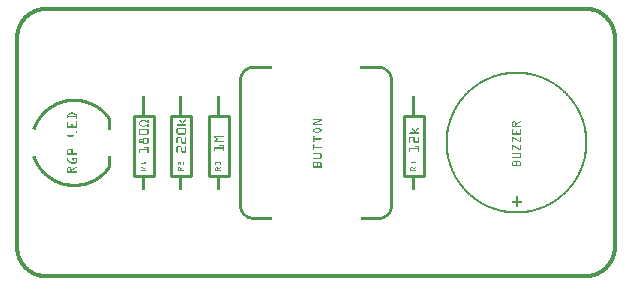
<source format=gto>
G04 MADE WITH FRITZING*
G04 WWW.FRITZING.ORG*
G04 DOUBLE SIDED*
G04 HOLES PLATED*
G04 CONTOUR ON CENTER OF CONTOUR VECTOR*
%ASAXBY*%
%FSLAX23Y23*%
%MOIN*%
%OFA0B0*%
%SFA1.0B1.0*%
%ADD10C,0.010000*%
%ADD11R,0.001000X0.001000*%
%LNSILK1*%
G90*
G70*
G54D10*
X711Y542D02*
X711Y342D01*
D02*
X711Y342D02*
X645Y342D01*
D02*
X645Y342D02*
X645Y542D01*
D02*
X645Y542D02*
X711Y542D01*
D02*
X461Y542D02*
X461Y342D01*
D02*
X461Y342D02*
X395Y342D01*
D02*
X395Y342D02*
X395Y542D01*
D02*
X395Y542D02*
X461Y542D01*
D02*
X586Y542D02*
X586Y342D01*
D02*
X586Y342D02*
X520Y342D01*
D02*
X520Y342D02*
X520Y542D01*
D02*
X520Y542D02*
X586Y542D01*
D02*
X1361Y542D02*
X1361Y342D01*
D02*
X1361Y342D02*
X1295Y342D01*
D02*
X1295Y342D02*
X1295Y542D01*
D02*
X1295Y542D02*
X1361Y542D01*
G54D11*
X94Y906D02*
X1913Y906D01*
X87Y905D02*
X1920Y905D01*
X82Y904D02*
X1925Y904D01*
X78Y903D02*
X1929Y903D01*
X74Y902D02*
X1932Y902D01*
X71Y901D02*
X1935Y901D01*
X68Y900D02*
X1938Y900D01*
X66Y899D02*
X1941Y899D01*
X63Y898D02*
X1943Y898D01*
X61Y897D02*
X1945Y897D01*
X59Y896D02*
X1947Y896D01*
X57Y895D02*
X1949Y895D01*
X55Y894D02*
X1951Y894D01*
X53Y893D02*
X1953Y893D01*
X51Y892D02*
X92Y892D01*
X1914Y892D02*
X1955Y892D01*
X49Y891D02*
X86Y891D01*
X1921Y891D02*
X1956Y891D01*
X48Y890D02*
X81Y890D01*
X1925Y890D02*
X1958Y890D01*
X46Y889D02*
X77Y889D01*
X1929Y889D02*
X1959Y889D01*
X45Y888D02*
X74Y888D01*
X1932Y888D02*
X1961Y888D01*
X43Y887D02*
X71Y887D01*
X1935Y887D02*
X1962Y887D01*
X42Y886D02*
X69Y886D01*
X1937Y886D02*
X1964Y886D01*
X41Y885D02*
X67Y885D01*
X1940Y885D02*
X1965Y885D01*
X39Y884D02*
X64Y884D01*
X1942Y884D02*
X1966Y884D01*
X38Y883D02*
X62Y883D01*
X1944Y883D02*
X1967Y883D01*
X37Y882D02*
X60Y882D01*
X1946Y882D02*
X1969Y882D01*
X36Y881D02*
X59Y881D01*
X1947Y881D02*
X1970Y881D01*
X34Y880D02*
X57Y880D01*
X1949Y880D02*
X1971Y880D01*
X33Y879D02*
X55Y879D01*
X1951Y879D02*
X1972Y879D01*
X32Y878D02*
X54Y878D01*
X1952Y878D02*
X1973Y878D01*
X31Y877D02*
X52Y877D01*
X1954Y877D02*
X1974Y877D01*
X30Y876D02*
X51Y876D01*
X1955Y876D02*
X1975Y876D01*
X29Y875D02*
X49Y875D01*
X1956Y875D02*
X1976Y875D01*
X28Y874D02*
X48Y874D01*
X1958Y874D02*
X1977Y874D01*
X27Y873D02*
X47Y873D01*
X1959Y873D02*
X1978Y873D01*
X26Y872D02*
X46Y872D01*
X1960Y872D02*
X1979Y872D01*
X26Y871D02*
X44Y871D01*
X1961Y871D02*
X1980Y871D01*
X25Y870D02*
X43Y870D01*
X1962Y870D02*
X1981Y870D01*
X24Y869D02*
X42Y869D01*
X1963Y869D02*
X1981Y869D01*
X23Y868D02*
X41Y868D01*
X1964Y868D02*
X1982Y868D01*
X22Y867D02*
X40Y867D01*
X1966Y867D02*
X1983Y867D01*
X22Y866D02*
X39Y866D01*
X1967Y866D02*
X1984Y866D01*
X21Y865D02*
X38Y865D01*
X1968Y865D02*
X1985Y865D01*
X20Y864D02*
X37Y864D01*
X1968Y864D02*
X1985Y864D01*
X19Y863D02*
X36Y863D01*
X1969Y863D02*
X1986Y863D01*
X19Y862D02*
X35Y862D01*
X1970Y862D02*
X1987Y862D01*
X18Y861D02*
X34Y861D01*
X1971Y861D02*
X1987Y861D01*
X17Y860D02*
X33Y860D01*
X1972Y860D02*
X1988Y860D01*
X17Y859D02*
X33Y859D01*
X1973Y859D02*
X1989Y859D01*
X16Y858D02*
X32Y858D01*
X1974Y858D02*
X1989Y858D01*
X15Y857D02*
X31Y857D01*
X1974Y857D02*
X1990Y857D01*
X15Y856D02*
X30Y856D01*
X1975Y856D02*
X1990Y856D01*
X14Y855D02*
X29Y855D01*
X1976Y855D02*
X1991Y855D01*
X14Y854D02*
X29Y854D01*
X1976Y854D02*
X1992Y854D01*
X13Y853D02*
X28Y853D01*
X1977Y853D02*
X1992Y853D01*
X13Y852D02*
X27Y852D01*
X1978Y852D02*
X1993Y852D01*
X12Y851D02*
X27Y851D01*
X1979Y851D02*
X1993Y851D01*
X11Y850D02*
X26Y850D01*
X1979Y850D02*
X1994Y850D01*
X11Y849D02*
X25Y849D01*
X1980Y849D02*
X1994Y849D01*
X10Y848D02*
X25Y848D01*
X1980Y848D02*
X1995Y848D01*
X10Y847D02*
X24Y847D01*
X1981Y847D02*
X1995Y847D01*
X9Y846D02*
X24Y846D01*
X1981Y846D02*
X1996Y846D01*
X9Y845D02*
X23Y845D01*
X1982Y845D02*
X1996Y845D01*
X9Y844D02*
X23Y844D01*
X1983Y844D02*
X1997Y844D01*
X8Y843D02*
X22Y843D01*
X1983Y843D02*
X1997Y843D01*
X8Y842D02*
X22Y842D01*
X1983Y842D02*
X1997Y842D01*
X7Y841D02*
X21Y841D01*
X1984Y841D02*
X1998Y841D01*
X7Y840D02*
X21Y840D01*
X1984Y840D02*
X1998Y840D01*
X6Y839D02*
X20Y839D01*
X1985Y839D02*
X1999Y839D01*
X6Y838D02*
X20Y838D01*
X1985Y838D02*
X1999Y838D01*
X6Y837D02*
X19Y837D01*
X1986Y837D02*
X1999Y837D01*
X5Y836D02*
X19Y836D01*
X1986Y836D02*
X2000Y836D01*
X5Y835D02*
X19Y835D01*
X1987Y835D02*
X2000Y835D01*
X5Y834D02*
X18Y834D01*
X1987Y834D02*
X2000Y834D01*
X4Y833D02*
X18Y833D01*
X1987Y833D02*
X2001Y833D01*
X4Y832D02*
X18Y832D01*
X1988Y832D02*
X2001Y832D01*
X4Y831D02*
X17Y831D01*
X1988Y831D02*
X2001Y831D01*
X4Y830D02*
X17Y830D01*
X1988Y830D02*
X2001Y830D01*
X3Y829D02*
X17Y829D01*
X1989Y829D02*
X2002Y829D01*
X3Y828D02*
X16Y828D01*
X1989Y828D02*
X2002Y828D01*
X3Y827D02*
X16Y827D01*
X1989Y827D02*
X2002Y827D01*
X3Y826D02*
X16Y826D01*
X1989Y826D02*
X2002Y826D01*
X2Y825D02*
X15Y825D01*
X1990Y825D02*
X2003Y825D01*
X2Y824D02*
X15Y824D01*
X1990Y824D02*
X2003Y824D01*
X2Y823D02*
X15Y823D01*
X1990Y823D02*
X2003Y823D01*
X2Y822D02*
X15Y822D01*
X1990Y822D02*
X2003Y822D01*
X2Y821D02*
X15Y821D01*
X1990Y821D02*
X2003Y821D01*
X1Y820D02*
X14Y820D01*
X1991Y820D02*
X2004Y820D01*
X1Y819D02*
X14Y819D01*
X1991Y819D02*
X2004Y819D01*
X1Y818D02*
X14Y818D01*
X1991Y818D02*
X2004Y818D01*
X1Y817D02*
X14Y817D01*
X1991Y817D02*
X2004Y817D01*
X1Y816D02*
X14Y816D01*
X1991Y816D02*
X2004Y816D01*
X1Y815D02*
X14Y815D01*
X1991Y815D02*
X2004Y815D01*
X0Y814D02*
X13Y814D01*
X1992Y814D02*
X2004Y814D01*
X0Y813D02*
X13Y813D01*
X1992Y813D02*
X2005Y813D01*
X0Y812D02*
X13Y812D01*
X1992Y812D02*
X2005Y812D01*
X0Y811D02*
X13Y811D01*
X1992Y811D02*
X2005Y811D01*
X0Y810D02*
X13Y810D01*
X1992Y810D02*
X2005Y810D01*
X0Y809D02*
X13Y809D01*
X1992Y809D02*
X2005Y809D01*
X0Y808D02*
X13Y808D01*
X1992Y808D02*
X2005Y808D01*
X0Y807D02*
X13Y807D01*
X1992Y807D02*
X2005Y807D01*
X0Y806D02*
X13Y806D01*
X1992Y806D02*
X2005Y806D01*
X0Y805D02*
X13Y805D01*
X1992Y805D02*
X2005Y805D01*
X0Y804D02*
X13Y804D01*
X1992Y804D02*
X2005Y804D01*
X0Y803D02*
X13Y803D01*
X1992Y803D02*
X2005Y803D01*
X0Y802D02*
X13Y802D01*
X1992Y802D02*
X2005Y802D01*
X0Y801D02*
X13Y801D01*
X1992Y801D02*
X2005Y801D01*
X0Y800D02*
X13Y800D01*
X1992Y800D02*
X2005Y800D01*
X0Y799D02*
X13Y799D01*
X1992Y799D02*
X2005Y799D01*
X0Y798D02*
X13Y798D01*
X1992Y798D02*
X2005Y798D01*
X0Y797D02*
X13Y797D01*
X1992Y797D02*
X2005Y797D01*
X0Y796D02*
X13Y796D01*
X1992Y796D02*
X2005Y796D01*
X0Y795D02*
X13Y795D01*
X1992Y795D02*
X2005Y795D01*
X0Y794D02*
X13Y794D01*
X1992Y794D02*
X2005Y794D01*
X0Y793D02*
X13Y793D01*
X1992Y793D02*
X2005Y793D01*
X0Y792D02*
X13Y792D01*
X1992Y792D02*
X2005Y792D01*
X0Y791D02*
X13Y791D01*
X1992Y791D02*
X2005Y791D01*
X0Y790D02*
X13Y790D01*
X1992Y790D02*
X2005Y790D01*
X0Y789D02*
X13Y789D01*
X1992Y789D02*
X2005Y789D01*
X0Y788D02*
X13Y788D01*
X1992Y788D02*
X2005Y788D01*
X0Y787D02*
X13Y787D01*
X1992Y787D02*
X2005Y787D01*
X0Y786D02*
X13Y786D01*
X1992Y786D02*
X2005Y786D01*
X0Y785D02*
X13Y785D01*
X1992Y785D02*
X2005Y785D01*
X0Y784D02*
X13Y784D01*
X1992Y784D02*
X2005Y784D01*
X0Y783D02*
X13Y783D01*
X1992Y783D02*
X2005Y783D01*
X0Y782D02*
X13Y782D01*
X1992Y782D02*
X2005Y782D01*
X0Y781D02*
X13Y781D01*
X1992Y781D02*
X2005Y781D01*
X0Y780D02*
X13Y780D01*
X1992Y780D02*
X2005Y780D01*
X0Y779D02*
X13Y779D01*
X1992Y779D02*
X2005Y779D01*
X0Y778D02*
X13Y778D01*
X1992Y778D02*
X2005Y778D01*
X0Y777D02*
X13Y777D01*
X1992Y777D02*
X2005Y777D01*
X0Y776D02*
X13Y776D01*
X1992Y776D02*
X2005Y776D01*
X0Y775D02*
X13Y775D01*
X1992Y775D02*
X2005Y775D01*
X0Y774D02*
X13Y774D01*
X1992Y774D02*
X2005Y774D01*
X0Y773D02*
X13Y773D01*
X1992Y773D02*
X2005Y773D01*
X0Y772D02*
X13Y772D01*
X1992Y772D02*
X2005Y772D01*
X0Y771D02*
X13Y771D01*
X1992Y771D02*
X2005Y771D01*
X0Y770D02*
X13Y770D01*
X1992Y770D02*
X2005Y770D01*
X0Y769D02*
X13Y769D01*
X1992Y769D02*
X2005Y769D01*
X0Y768D02*
X13Y768D01*
X1992Y768D02*
X2005Y768D01*
X0Y767D02*
X13Y767D01*
X1992Y767D02*
X2005Y767D01*
X0Y766D02*
X13Y766D01*
X1992Y766D02*
X2005Y766D01*
X0Y765D02*
X13Y765D01*
X1992Y765D02*
X2005Y765D01*
X0Y764D02*
X13Y764D01*
X1992Y764D02*
X2005Y764D01*
X0Y763D02*
X13Y763D01*
X1992Y763D02*
X2005Y763D01*
X0Y762D02*
X13Y762D01*
X1992Y762D02*
X2005Y762D01*
X0Y761D02*
X13Y761D01*
X1992Y761D02*
X2005Y761D01*
X0Y760D02*
X13Y760D01*
X1992Y760D02*
X2005Y760D01*
X0Y759D02*
X13Y759D01*
X1992Y759D02*
X2005Y759D01*
X0Y758D02*
X13Y758D01*
X1992Y758D02*
X2005Y758D01*
X0Y757D02*
X13Y757D01*
X1992Y757D02*
X2005Y757D01*
X0Y756D02*
X13Y756D01*
X1992Y756D02*
X2005Y756D01*
X0Y755D02*
X13Y755D01*
X1992Y755D02*
X2005Y755D01*
X0Y754D02*
X13Y754D01*
X1992Y754D02*
X2005Y754D01*
X0Y753D02*
X13Y753D01*
X1992Y753D02*
X2005Y753D01*
X0Y752D02*
X13Y752D01*
X1992Y752D02*
X2005Y752D01*
X0Y751D02*
X13Y751D01*
X1992Y751D02*
X2005Y751D01*
X0Y750D02*
X13Y750D01*
X1992Y750D02*
X2005Y750D01*
X0Y749D02*
X13Y749D01*
X1992Y749D02*
X2005Y749D01*
X0Y748D02*
X13Y748D01*
X1992Y748D02*
X2005Y748D01*
X0Y747D02*
X13Y747D01*
X1992Y747D02*
X2005Y747D01*
X0Y746D02*
X13Y746D01*
X1992Y746D02*
X2005Y746D01*
X0Y745D02*
X13Y745D01*
X1992Y745D02*
X2005Y745D01*
X0Y744D02*
X13Y744D01*
X1992Y744D02*
X2005Y744D01*
X0Y743D02*
X13Y743D01*
X1992Y743D02*
X2005Y743D01*
X0Y742D02*
X13Y742D01*
X1992Y742D02*
X2005Y742D01*
X0Y741D02*
X13Y741D01*
X1992Y741D02*
X2005Y741D01*
X0Y740D02*
X13Y740D01*
X1992Y740D02*
X2005Y740D01*
X0Y739D02*
X13Y739D01*
X1992Y739D02*
X2005Y739D01*
X0Y738D02*
X13Y738D01*
X1992Y738D02*
X2005Y738D01*
X0Y737D02*
X13Y737D01*
X1992Y737D02*
X2005Y737D01*
X0Y736D02*
X13Y736D01*
X1992Y736D02*
X2005Y736D01*
X0Y735D02*
X13Y735D01*
X1992Y735D02*
X2005Y735D01*
X0Y734D02*
X13Y734D01*
X1992Y734D02*
X2005Y734D01*
X0Y733D02*
X13Y733D01*
X1992Y733D02*
X2005Y733D01*
X0Y732D02*
X13Y732D01*
X1992Y732D02*
X2005Y732D01*
X0Y731D02*
X13Y731D01*
X1992Y731D02*
X2005Y731D01*
X0Y730D02*
X13Y730D01*
X1992Y730D02*
X2005Y730D01*
X0Y729D02*
X13Y729D01*
X1992Y729D02*
X2005Y729D01*
X0Y728D02*
X13Y728D01*
X1992Y728D02*
X2005Y728D01*
X0Y727D02*
X13Y727D01*
X1992Y727D02*
X2005Y727D01*
X0Y726D02*
X13Y726D01*
X1992Y726D02*
X2005Y726D01*
X0Y725D02*
X13Y725D01*
X1992Y725D02*
X2005Y725D01*
X0Y724D02*
X13Y724D01*
X1992Y724D02*
X2005Y724D01*
X0Y723D02*
X13Y723D01*
X1992Y723D02*
X2005Y723D01*
X0Y722D02*
X13Y722D01*
X1992Y722D02*
X2005Y722D01*
X0Y721D02*
X13Y721D01*
X1992Y721D02*
X2005Y721D01*
X0Y720D02*
X13Y720D01*
X1992Y720D02*
X2005Y720D01*
X0Y719D02*
X13Y719D01*
X1992Y719D02*
X2005Y719D01*
X0Y718D02*
X13Y718D01*
X1992Y718D02*
X2005Y718D01*
X0Y717D02*
X13Y717D01*
X1992Y717D02*
X2005Y717D01*
X0Y716D02*
X13Y716D01*
X1992Y716D02*
X2005Y716D01*
X0Y715D02*
X13Y715D01*
X1992Y715D02*
X2005Y715D01*
X0Y714D02*
X13Y714D01*
X1992Y714D02*
X2005Y714D01*
X0Y713D02*
X13Y713D01*
X1992Y713D02*
X2005Y713D01*
X0Y712D02*
X13Y712D01*
X1992Y712D02*
X2005Y712D01*
X0Y711D02*
X13Y711D01*
X1992Y711D02*
X2005Y711D01*
X0Y710D02*
X13Y710D01*
X1992Y710D02*
X2005Y710D01*
X0Y709D02*
X13Y709D01*
X791Y709D02*
X854Y709D01*
X1151Y709D02*
X1215Y709D01*
X1992Y709D02*
X2005Y709D01*
X0Y708D02*
X13Y708D01*
X785Y708D02*
X854Y708D01*
X1151Y708D02*
X1221Y708D01*
X1992Y708D02*
X2005Y708D01*
X0Y707D02*
X13Y707D01*
X781Y707D02*
X854Y707D01*
X1151Y707D02*
X1225Y707D01*
X1992Y707D02*
X2005Y707D01*
X0Y706D02*
X13Y706D01*
X778Y706D02*
X854Y706D01*
X1151Y706D02*
X1228Y706D01*
X1992Y706D02*
X2005Y706D01*
X0Y705D02*
X13Y705D01*
X776Y705D02*
X854Y705D01*
X1151Y705D02*
X1230Y705D01*
X1992Y705D02*
X2005Y705D01*
X0Y704D02*
X13Y704D01*
X774Y704D02*
X854Y704D01*
X1151Y704D02*
X1232Y704D01*
X1992Y704D02*
X2005Y704D01*
X0Y703D02*
X13Y703D01*
X772Y703D02*
X854Y703D01*
X1151Y703D02*
X1234Y703D01*
X1992Y703D02*
X2005Y703D01*
X0Y702D02*
X13Y702D01*
X770Y702D02*
X854Y702D01*
X1151Y702D02*
X1236Y702D01*
X1992Y702D02*
X2005Y702D01*
X0Y701D02*
X13Y701D01*
X768Y701D02*
X854Y701D01*
X1151Y701D02*
X1237Y701D01*
X1992Y701D02*
X2005Y701D01*
X0Y700D02*
X13Y700D01*
X767Y700D02*
X854Y700D01*
X1151Y700D02*
X1239Y700D01*
X1992Y700D02*
X2005Y700D01*
X0Y699D02*
X13Y699D01*
X765Y699D02*
X788Y699D01*
X1218Y699D02*
X1240Y699D01*
X1992Y699D02*
X2005Y699D01*
X0Y698D02*
X13Y698D01*
X764Y698D02*
X783Y698D01*
X1223Y698D02*
X1242Y698D01*
X1992Y698D02*
X2005Y698D01*
X0Y697D02*
X13Y697D01*
X763Y697D02*
X780Y697D01*
X1226Y697D02*
X1243Y697D01*
X1992Y697D02*
X2005Y697D01*
X0Y696D02*
X13Y696D01*
X762Y696D02*
X778Y696D01*
X1228Y696D02*
X1244Y696D01*
X1992Y696D02*
X2005Y696D01*
X0Y695D02*
X13Y695D01*
X761Y695D02*
X776Y695D01*
X1230Y695D02*
X1245Y695D01*
X1992Y695D02*
X2005Y695D01*
X0Y694D02*
X13Y694D01*
X760Y694D02*
X774Y694D01*
X1232Y694D02*
X1246Y694D01*
X1992Y694D02*
X2005Y694D01*
X0Y693D02*
X13Y693D01*
X759Y693D02*
X772Y693D01*
X1233Y693D02*
X1247Y693D01*
X1992Y693D02*
X2005Y693D01*
X0Y692D02*
X13Y692D01*
X758Y692D02*
X771Y692D01*
X1235Y692D02*
X1248Y692D01*
X1992Y692D02*
X2005Y692D01*
X0Y691D02*
X13Y691D01*
X757Y691D02*
X770Y691D01*
X1236Y691D02*
X1248Y691D01*
X1992Y691D02*
X2005Y691D01*
X0Y690D02*
X13Y690D01*
X757Y690D02*
X769Y690D01*
X1237Y690D02*
X1249Y690D01*
X1666Y690D02*
X1675Y690D01*
X1992Y690D02*
X2005Y690D01*
X0Y689D02*
X13Y689D01*
X756Y689D02*
X768Y689D01*
X1238Y689D02*
X1250Y689D01*
X1649Y689D02*
X1693Y689D01*
X1992Y689D02*
X2005Y689D01*
X0Y688D02*
X13Y688D01*
X755Y688D02*
X766Y688D01*
X1239Y688D02*
X1251Y688D01*
X1640Y688D02*
X1701Y688D01*
X1992Y688D02*
X2005Y688D01*
X0Y687D02*
X13Y687D01*
X755Y687D02*
X766Y687D01*
X1240Y687D02*
X1251Y687D01*
X1633Y687D02*
X1708Y687D01*
X1992Y687D02*
X2005Y687D01*
X0Y686D02*
X13Y686D01*
X754Y686D02*
X765Y686D01*
X1241Y686D02*
X1252Y686D01*
X1628Y686D02*
X1714Y686D01*
X1992Y686D02*
X2005Y686D01*
X0Y685D02*
X13Y685D01*
X753Y685D02*
X764Y685D01*
X1242Y685D02*
X1252Y685D01*
X1623Y685D02*
X1719Y685D01*
X1992Y685D02*
X2005Y685D01*
X0Y684D02*
X13Y684D01*
X753Y684D02*
X763Y684D01*
X1243Y684D02*
X1253Y684D01*
X1618Y684D02*
X1723Y684D01*
X1992Y684D02*
X2005Y684D01*
X0Y683D02*
X13Y683D01*
X752Y683D02*
X762Y683D01*
X1243Y683D02*
X1254Y683D01*
X1614Y683D02*
X1664Y683D01*
X1677Y683D02*
X1728Y683D01*
X1992Y683D02*
X2005Y683D01*
X0Y682D02*
X13Y682D01*
X752Y682D02*
X762Y682D01*
X1244Y682D02*
X1254Y682D01*
X1610Y682D02*
X1647Y682D01*
X1694Y682D02*
X1731Y682D01*
X1992Y682D02*
X2005Y682D01*
X0Y681D02*
X13Y681D01*
X751Y681D02*
X761Y681D01*
X1245Y681D02*
X1255Y681D01*
X1607Y681D02*
X1639Y681D01*
X1702Y681D02*
X1735Y681D01*
X1992Y681D02*
X2005Y681D01*
X0Y680D02*
X13Y680D01*
X751Y680D02*
X760Y680D01*
X1245Y680D02*
X1255Y680D01*
X1603Y680D02*
X1632Y680D01*
X1709Y680D02*
X1738Y680D01*
X1992Y680D02*
X2005Y680D01*
X0Y679D02*
X13Y679D01*
X750Y679D02*
X760Y679D01*
X1246Y679D02*
X1255Y679D01*
X1600Y679D02*
X1627Y679D01*
X1715Y679D02*
X1742Y679D01*
X1992Y679D02*
X2005Y679D01*
X0Y678D02*
X13Y678D01*
X750Y678D02*
X759Y678D01*
X1246Y678D02*
X1256Y678D01*
X1597Y678D02*
X1622Y678D01*
X1720Y678D02*
X1745Y678D01*
X1992Y678D02*
X2005Y678D01*
X0Y677D02*
X13Y677D01*
X750Y677D02*
X759Y677D01*
X1247Y677D02*
X1256Y677D01*
X1594Y677D02*
X1618Y677D01*
X1724Y677D02*
X1747Y677D01*
X1992Y677D02*
X2005Y677D01*
X0Y676D02*
X13Y676D01*
X749Y676D02*
X758Y676D01*
X1247Y676D02*
X1257Y676D01*
X1591Y676D02*
X1613Y676D01*
X1728Y676D02*
X1750Y676D01*
X1992Y676D02*
X2005Y676D01*
X0Y675D02*
X13Y675D01*
X749Y675D02*
X758Y675D01*
X1248Y675D02*
X1257Y675D01*
X1589Y675D02*
X1610Y675D01*
X1732Y675D02*
X1753Y675D01*
X1992Y675D02*
X2005Y675D01*
X0Y674D02*
X13Y674D01*
X749Y674D02*
X758Y674D01*
X1248Y674D02*
X1257Y674D01*
X1586Y674D02*
X1606Y674D01*
X1736Y674D02*
X1756Y674D01*
X1992Y674D02*
X2005Y674D01*
X0Y673D02*
X13Y673D01*
X748Y673D02*
X757Y673D01*
X1249Y673D02*
X1257Y673D01*
X1584Y673D02*
X1603Y673D01*
X1739Y673D02*
X1758Y673D01*
X1992Y673D02*
X2005Y673D01*
X0Y672D02*
X13Y672D01*
X748Y672D02*
X757Y672D01*
X1249Y672D02*
X1258Y672D01*
X1581Y672D02*
X1599Y672D01*
X1742Y672D02*
X1761Y672D01*
X1992Y672D02*
X2005Y672D01*
X0Y671D02*
X13Y671D01*
X748Y671D02*
X757Y671D01*
X1249Y671D02*
X1258Y671D01*
X1579Y671D02*
X1597Y671D01*
X1745Y671D02*
X1763Y671D01*
X1992Y671D02*
X2005Y671D01*
X0Y670D02*
X13Y670D01*
X748Y670D02*
X756Y670D01*
X1249Y670D02*
X1258Y670D01*
X1576Y670D02*
X1594Y670D01*
X1748Y670D02*
X1765Y670D01*
X1992Y670D02*
X2005Y670D01*
X0Y669D02*
X13Y669D01*
X748Y669D02*
X756Y669D01*
X1250Y669D02*
X1258Y669D01*
X1574Y669D02*
X1591Y669D01*
X1751Y669D02*
X1767Y669D01*
X1992Y669D02*
X2005Y669D01*
X0Y668D02*
X13Y668D01*
X747Y668D02*
X756Y668D01*
X1250Y668D02*
X1259Y668D01*
X1572Y668D02*
X1588Y668D01*
X1753Y668D02*
X1770Y668D01*
X1992Y668D02*
X2005Y668D01*
X0Y667D02*
X13Y667D01*
X747Y667D02*
X756Y667D01*
X1250Y667D02*
X1259Y667D01*
X1570Y667D02*
X1586Y667D01*
X1756Y667D02*
X1772Y667D01*
X1992Y667D02*
X2005Y667D01*
X0Y666D02*
X13Y666D01*
X747Y666D02*
X756Y666D01*
X1250Y666D02*
X1259Y666D01*
X1568Y666D02*
X1583Y666D01*
X1759Y666D02*
X1774Y666D01*
X1992Y666D02*
X2005Y666D01*
X0Y665D02*
X13Y665D01*
X747Y665D02*
X756Y665D01*
X1250Y665D02*
X1259Y665D01*
X1566Y665D02*
X1581Y665D01*
X1761Y665D02*
X1776Y665D01*
X1992Y665D02*
X2005Y665D01*
X0Y664D02*
X13Y664D01*
X747Y664D02*
X756Y664D01*
X1250Y664D02*
X1259Y664D01*
X1564Y664D02*
X1578Y664D01*
X1763Y664D02*
X1778Y664D01*
X1992Y664D02*
X2005Y664D01*
X0Y663D02*
X13Y663D01*
X747Y663D02*
X755Y663D01*
X1250Y663D02*
X1259Y663D01*
X1562Y663D02*
X1576Y663D01*
X1765Y663D02*
X1780Y663D01*
X1992Y663D02*
X2005Y663D01*
X0Y662D02*
X13Y662D01*
X747Y662D02*
X755Y662D01*
X1250Y662D02*
X1259Y662D01*
X1560Y662D02*
X1574Y662D01*
X1768Y662D02*
X1782Y662D01*
X1992Y662D02*
X2005Y662D01*
X0Y661D02*
X13Y661D01*
X747Y661D02*
X755Y661D01*
X1251Y661D02*
X1259Y661D01*
X1558Y661D02*
X1572Y661D01*
X1770Y661D02*
X1783Y661D01*
X1992Y661D02*
X2005Y661D01*
X0Y660D02*
X13Y660D01*
X747Y660D02*
X755Y660D01*
X1251Y660D02*
X1259Y660D01*
X1556Y660D02*
X1570Y660D01*
X1772Y660D02*
X1785Y660D01*
X1992Y660D02*
X2005Y660D01*
X0Y659D02*
X13Y659D01*
X747Y659D02*
X755Y659D01*
X1251Y659D02*
X1259Y659D01*
X1555Y659D02*
X1568Y659D01*
X1774Y659D02*
X1787Y659D01*
X1992Y659D02*
X2005Y659D01*
X0Y658D02*
X13Y658D01*
X747Y658D02*
X755Y658D01*
X1251Y658D02*
X1259Y658D01*
X1553Y658D02*
X1566Y658D01*
X1776Y658D02*
X1789Y658D01*
X1992Y658D02*
X2005Y658D01*
X0Y657D02*
X13Y657D01*
X747Y657D02*
X755Y657D01*
X1251Y657D02*
X1259Y657D01*
X1551Y657D02*
X1564Y657D01*
X1778Y657D02*
X1790Y657D01*
X1992Y657D02*
X2005Y657D01*
X0Y656D02*
X13Y656D01*
X747Y656D02*
X755Y656D01*
X1251Y656D02*
X1259Y656D01*
X1550Y656D02*
X1562Y656D01*
X1780Y656D02*
X1792Y656D01*
X1992Y656D02*
X2005Y656D01*
X0Y655D02*
X13Y655D01*
X747Y655D02*
X755Y655D01*
X1251Y655D02*
X1259Y655D01*
X1548Y655D02*
X1560Y655D01*
X1782Y655D02*
X1794Y655D01*
X1992Y655D02*
X2005Y655D01*
X0Y654D02*
X13Y654D01*
X747Y654D02*
X755Y654D01*
X1251Y654D02*
X1259Y654D01*
X1546Y654D02*
X1558Y654D01*
X1783Y654D02*
X1795Y654D01*
X1992Y654D02*
X2005Y654D01*
X0Y653D02*
X13Y653D01*
X747Y653D02*
X755Y653D01*
X1251Y653D02*
X1259Y653D01*
X1545Y653D02*
X1557Y653D01*
X1785Y653D02*
X1797Y653D01*
X1992Y653D02*
X2005Y653D01*
X0Y652D02*
X13Y652D01*
X747Y652D02*
X755Y652D01*
X1251Y652D02*
X1259Y652D01*
X1543Y652D02*
X1555Y652D01*
X1787Y652D02*
X1798Y652D01*
X1992Y652D02*
X2005Y652D01*
X0Y651D02*
X13Y651D01*
X747Y651D02*
X755Y651D01*
X1251Y651D02*
X1259Y651D01*
X1542Y651D02*
X1553Y651D01*
X1789Y651D02*
X1800Y651D01*
X1992Y651D02*
X2005Y651D01*
X0Y650D02*
X13Y650D01*
X747Y650D02*
X755Y650D01*
X1251Y650D02*
X1259Y650D01*
X1540Y650D02*
X1551Y650D01*
X1790Y650D02*
X1801Y650D01*
X1992Y650D02*
X2005Y650D01*
X0Y649D02*
X13Y649D01*
X747Y649D02*
X755Y649D01*
X1251Y649D02*
X1259Y649D01*
X1539Y649D02*
X1550Y649D01*
X1792Y649D02*
X1803Y649D01*
X1992Y649D02*
X2005Y649D01*
X0Y648D02*
X13Y648D01*
X747Y648D02*
X755Y648D01*
X1251Y648D02*
X1259Y648D01*
X1537Y648D02*
X1548Y648D01*
X1793Y648D02*
X1804Y648D01*
X1992Y648D02*
X2005Y648D01*
X0Y647D02*
X13Y647D01*
X747Y647D02*
X755Y647D01*
X1251Y647D02*
X1259Y647D01*
X1536Y647D02*
X1547Y647D01*
X1795Y647D02*
X1806Y647D01*
X1992Y647D02*
X2005Y647D01*
X0Y646D02*
X13Y646D01*
X747Y646D02*
X755Y646D01*
X1251Y646D02*
X1259Y646D01*
X1534Y646D02*
X1545Y646D01*
X1797Y646D02*
X1807Y646D01*
X1992Y646D02*
X2005Y646D01*
X0Y645D02*
X13Y645D01*
X747Y645D02*
X755Y645D01*
X1251Y645D02*
X1259Y645D01*
X1533Y645D02*
X1543Y645D01*
X1798Y645D02*
X1809Y645D01*
X1992Y645D02*
X2005Y645D01*
X0Y644D02*
X13Y644D01*
X747Y644D02*
X755Y644D01*
X1251Y644D02*
X1259Y644D01*
X1532Y644D02*
X1542Y644D01*
X1800Y644D02*
X1810Y644D01*
X1992Y644D02*
X2005Y644D01*
X0Y643D02*
X13Y643D01*
X747Y643D02*
X755Y643D01*
X1251Y643D02*
X1259Y643D01*
X1530Y643D02*
X1541Y643D01*
X1801Y643D02*
X1811Y643D01*
X1992Y643D02*
X2005Y643D01*
X0Y642D02*
X13Y642D01*
X747Y642D02*
X755Y642D01*
X1251Y642D02*
X1259Y642D01*
X1529Y642D02*
X1539Y642D01*
X1802Y642D02*
X1813Y642D01*
X1992Y642D02*
X2005Y642D01*
X0Y641D02*
X13Y641D01*
X747Y641D02*
X755Y641D01*
X1251Y641D02*
X1259Y641D01*
X1528Y641D02*
X1538Y641D01*
X1804Y641D02*
X1814Y641D01*
X1992Y641D02*
X2005Y641D01*
X0Y640D02*
X13Y640D01*
X747Y640D02*
X755Y640D01*
X1251Y640D02*
X1259Y640D01*
X1526Y640D02*
X1536Y640D01*
X1805Y640D02*
X1815Y640D01*
X1992Y640D02*
X2005Y640D01*
X0Y639D02*
X13Y639D01*
X747Y639D02*
X755Y639D01*
X1251Y639D02*
X1259Y639D01*
X1525Y639D02*
X1535Y639D01*
X1807Y639D02*
X1816Y639D01*
X1992Y639D02*
X2005Y639D01*
X0Y638D02*
X13Y638D01*
X747Y638D02*
X755Y638D01*
X1251Y638D02*
X1259Y638D01*
X1524Y638D02*
X1533Y638D01*
X1808Y638D02*
X1818Y638D01*
X1992Y638D02*
X2005Y638D01*
X0Y637D02*
X13Y637D01*
X747Y637D02*
X755Y637D01*
X1251Y637D02*
X1259Y637D01*
X1523Y637D02*
X1532Y637D01*
X1809Y637D02*
X1819Y637D01*
X1992Y637D02*
X2005Y637D01*
X0Y636D02*
X13Y636D01*
X747Y636D02*
X755Y636D01*
X1251Y636D02*
X1259Y636D01*
X1521Y636D02*
X1531Y636D01*
X1811Y636D02*
X1820Y636D01*
X1992Y636D02*
X2005Y636D01*
X0Y635D02*
X13Y635D01*
X747Y635D02*
X755Y635D01*
X1251Y635D02*
X1259Y635D01*
X1520Y635D02*
X1530Y635D01*
X1812Y635D02*
X1821Y635D01*
X1992Y635D02*
X2005Y635D01*
X0Y634D02*
X13Y634D01*
X747Y634D02*
X755Y634D01*
X1251Y634D02*
X1259Y634D01*
X1519Y634D02*
X1528Y634D01*
X1813Y634D02*
X1823Y634D01*
X1992Y634D02*
X2005Y634D01*
X0Y633D02*
X13Y633D01*
X747Y633D02*
X755Y633D01*
X1251Y633D02*
X1259Y633D01*
X1518Y633D02*
X1527Y633D01*
X1815Y633D02*
X1824Y633D01*
X1992Y633D02*
X2005Y633D01*
X0Y632D02*
X13Y632D01*
X747Y632D02*
X755Y632D01*
X1251Y632D02*
X1259Y632D01*
X1517Y632D02*
X1526Y632D01*
X1816Y632D02*
X1825Y632D01*
X1992Y632D02*
X2005Y632D01*
X0Y631D02*
X13Y631D01*
X747Y631D02*
X755Y631D01*
X1251Y631D02*
X1259Y631D01*
X1516Y631D02*
X1525Y631D01*
X1817Y631D02*
X1826Y631D01*
X1992Y631D02*
X2005Y631D01*
X0Y630D02*
X13Y630D01*
X747Y630D02*
X755Y630D01*
X1251Y630D02*
X1259Y630D01*
X1514Y630D02*
X1523Y630D01*
X1818Y630D02*
X1827Y630D01*
X1992Y630D02*
X2005Y630D01*
X0Y629D02*
X13Y629D01*
X747Y629D02*
X755Y629D01*
X1251Y629D02*
X1259Y629D01*
X1513Y629D02*
X1522Y629D01*
X1819Y629D02*
X1828Y629D01*
X1992Y629D02*
X2005Y629D01*
X0Y628D02*
X13Y628D01*
X747Y628D02*
X755Y628D01*
X1251Y628D02*
X1259Y628D01*
X1512Y628D02*
X1521Y628D01*
X1821Y628D02*
X1829Y628D01*
X1992Y628D02*
X2005Y628D01*
X0Y627D02*
X13Y627D01*
X747Y627D02*
X755Y627D01*
X1251Y627D02*
X1259Y627D01*
X1511Y627D02*
X1520Y627D01*
X1822Y627D02*
X1830Y627D01*
X1992Y627D02*
X2005Y627D01*
X0Y626D02*
X13Y626D01*
X747Y626D02*
X755Y626D01*
X1251Y626D02*
X1259Y626D01*
X1510Y626D02*
X1519Y626D01*
X1823Y626D02*
X1832Y626D01*
X1992Y626D02*
X2005Y626D01*
X0Y625D02*
X13Y625D01*
X747Y625D02*
X755Y625D01*
X1251Y625D02*
X1259Y625D01*
X1509Y625D02*
X1518Y625D01*
X1824Y625D02*
X1833Y625D01*
X1992Y625D02*
X2005Y625D01*
X0Y624D02*
X13Y624D01*
X747Y624D02*
X755Y624D01*
X1251Y624D02*
X1259Y624D01*
X1508Y624D02*
X1516Y624D01*
X1825Y624D02*
X1834Y624D01*
X1992Y624D02*
X2005Y624D01*
X0Y623D02*
X13Y623D01*
X747Y623D02*
X755Y623D01*
X1251Y623D02*
X1259Y623D01*
X1507Y623D02*
X1515Y623D01*
X1826Y623D02*
X1835Y623D01*
X1992Y623D02*
X2005Y623D01*
X0Y622D02*
X13Y622D01*
X747Y622D02*
X755Y622D01*
X1251Y622D02*
X1259Y622D01*
X1506Y622D02*
X1514Y622D01*
X1827Y622D02*
X1836Y622D01*
X1992Y622D02*
X2005Y622D01*
X0Y621D02*
X13Y621D01*
X747Y621D02*
X755Y621D01*
X1251Y621D02*
X1259Y621D01*
X1505Y621D02*
X1513Y621D01*
X1828Y621D02*
X1837Y621D01*
X1992Y621D02*
X2005Y621D01*
X0Y620D02*
X13Y620D01*
X747Y620D02*
X755Y620D01*
X1251Y620D02*
X1259Y620D01*
X1504Y620D02*
X1512Y620D01*
X1829Y620D02*
X1838Y620D01*
X1992Y620D02*
X2005Y620D01*
X0Y619D02*
X13Y619D01*
X747Y619D02*
X755Y619D01*
X1251Y619D02*
X1259Y619D01*
X1503Y619D02*
X1511Y619D01*
X1830Y619D02*
X1839Y619D01*
X1992Y619D02*
X2005Y619D01*
X0Y618D02*
X13Y618D01*
X747Y618D02*
X755Y618D01*
X1251Y618D02*
X1259Y618D01*
X1502Y618D02*
X1510Y618D01*
X1832Y618D02*
X1840Y618D01*
X1992Y618D02*
X2005Y618D01*
X0Y617D02*
X13Y617D01*
X747Y617D02*
X755Y617D01*
X1251Y617D02*
X1259Y617D01*
X1501Y617D02*
X1509Y617D01*
X1833Y617D02*
X1841Y617D01*
X1992Y617D02*
X2005Y617D01*
X0Y616D02*
X13Y616D01*
X747Y616D02*
X755Y616D01*
X1251Y616D02*
X1259Y616D01*
X1500Y616D02*
X1508Y616D01*
X1834Y616D02*
X1842Y616D01*
X1992Y616D02*
X2005Y616D01*
X0Y615D02*
X13Y615D01*
X747Y615D02*
X755Y615D01*
X1251Y615D02*
X1259Y615D01*
X1499Y615D02*
X1507Y615D01*
X1835Y615D02*
X1843Y615D01*
X1992Y615D02*
X2005Y615D01*
X0Y614D02*
X13Y614D01*
X747Y614D02*
X755Y614D01*
X1251Y614D02*
X1259Y614D01*
X1498Y614D02*
X1506Y614D01*
X1836Y614D02*
X1843Y614D01*
X1992Y614D02*
X2005Y614D01*
X0Y613D02*
X13Y613D01*
X747Y613D02*
X755Y613D01*
X1251Y613D02*
X1259Y613D01*
X1497Y613D02*
X1505Y613D01*
X1836Y613D02*
X1844Y613D01*
X1992Y613D02*
X2005Y613D01*
X0Y612D02*
X13Y612D01*
X747Y612D02*
X755Y612D01*
X1251Y612D02*
X1259Y612D01*
X1496Y612D02*
X1504Y612D01*
X1837Y612D02*
X1845Y612D01*
X1992Y612D02*
X2005Y612D01*
X0Y611D02*
X13Y611D01*
X747Y611D02*
X755Y611D01*
X1251Y611D02*
X1259Y611D01*
X1495Y611D02*
X1503Y611D01*
X1838Y611D02*
X1846Y611D01*
X1992Y611D02*
X2005Y611D01*
X0Y610D02*
X13Y610D01*
X423Y610D02*
X424Y610D01*
X430Y610D02*
X432Y610D01*
X548Y610D02*
X549Y610D01*
X555Y610D02*
X557Y610D01*
X672Y610D02*
X674Y610D01*
X680Y610D02*
X682Y610D01*
X747Y610D02*
X755Y610D01*
X1251Y610D02*
X1259Y610D01*
X1322Y610D02*
X1324Y610D01*
X1329Y610D02*
X1331Y610D01*
X1495Y610D02*
X1502Y610D01*
X1839Y610D02*
X1847Y610D01*
X1992Y610D02*
X2005Y610D01*
X0Y609D02*
X13Y609D01*
X423Y609D02*
X432Y609D01*
X548Y609D02*
X557Y609D01*
X672Y609D02*
X682Y609D01*
X747Y609D02*
X755Y609D01*
X1251Y609D02*
X1259Y609D01*
X1322Y609D02*
X1331Y609D01*
X1494Y609D02*
X1501Y609D01*
X1840Y609D02*
X1848Y609D01*
X1992Y609D02*
X2005Y609D01*
X0Y608D02*
X13Y608D01*
X423Y608D02*
X432Y608D01*
X548Y608D02*
X557Y608D01*
X672Y608D02*
X682Y608D01*
X747Y608D02*
X755Y608D01*
X1251Y608D02*
X1259Y608D01*
X1322Y608D02*
X1331Y608D01*
X1493Y608D02*
X1500Y608D01*
X1841Y608D02*
X1849Y608D01*
X1992Y608D02*
X2005Y608D01*
X0Y607D02*
X13Y607D01*
X423Y607D02*
X432Y607D01*
X548Y607D02*
X557Y607D01*
X672Y607D02*
X682Y607D01*
X747Y607D02*
X755Y607D01*
X1251Y607D02*
X1259Y607D01*
X1322Y607D02*
X1331Y607D01*
X1492Y607D02*
X1499Y607D01*
X1842Y607D02*
X1850Y607D01*
X1992Y607D02*
X2005Y607D01*
X0Y606D02*
X13Y606D01*
X423Y606D02*
X432Y606D01*
X548Y606D02*
X557Y606D01*
X672Y606D02*
X682Y606D01*
X747Y606D02*
X755Y606D01*
X1251Y606D02*
X1259Y606D01*
X1322Y606D02*
X1331Y606D01*
X1491Y606D02*
X1499Y606D01*
X1843Y606D02*
X1851Y606D01*
X1992Y606D02*
X2005Y606D01*
X0Y605D02*
X13Y605D01*
X423Y605D02*
X432Y605D01*
X548Y605D02*
X557Y605D01*
X672Y605D02*
X682Y605D01*
X747Y605D02*
X755Y605D01*
X1251Y605D02*
X1259Y605D01*
X1322Y605D02*
X1331Y605D01*
X1490Y605D02*
X1498Y605D01*
X1844Y605D02*
X1851Y605D01*
X1992Y605D02*
X2005Y605D01*
X0Y604D02*
X13Y604D01*
X423Y604D02*
X432Y604D01*
X548Y604D02*
X557Y604D01*
X672Y604D02*
X682Y604D01*
X747Y604D02*
X755Y604D01*
X1251Y604D02*
X1259Y604D01*
X1322Y604D02*
X1331Y604D01*
X1489Y604D02*
X1497Y604D01*
X1845Y604D02*
X1852Y604D01*
X1992Y604D02*
X2005Y604D01*
X0Y603D02*
X13Y603D01*
X423Y603D02*
X432Y603D01*
X548Y603D02*
X557Y603D01*
X672Y603D02*
X682Y603D01*
X747Y603D02*
X755Y603D01*
X1251Y603D02*
X1259Y603D01*
X1322Y603D02*
X1331Y603D01*
X1489Y603D02*
X1496Y603D01*
X1846Y603D02*
X1853Y603D01*
X1992Y603D02*
X2005Y603D01*
X0Y602D02*
X13Y602D01*
X423Y602D02*
X432Y602D01*
X548Y602D02*
X557Y602D01*
X672Y602D02*
X682Y602D01*
X747Y602D02*
X755Y602D01*
X1251Y602D02*
X1259Y602D01*
X1322Y602D02*
X1331Y602D01*
X1488Y602D02*
X1495Y602D01*
X1846Y602D02*
X1854Y602D01*
X1992Y602D02*
X2005Y602D01*
X0Y601D02*
X13Y601D01*
X423Y601D02*
X432Y601D01*
X548Y601D02*
X557Y601D01*
X672Y601D02*
X682Y601D01*
X747Y601D02*
X755Y601D01*
X1251Y601D02*
X1259Y601D01*
X1322Y601D02*
X1331Y601D01*
X1487Y601D02*
X1494Y601D01*
X1847Y601D02*
X1855Y601D01*
X1992Y601D02*
X2005Y601D01*
X0Y600D02*
X13Y600D01*
X194Y600D02*
X201Y600D01*
X423Y600D02*
X432Y600D01*
X548Y600D02*
X557Y600D01*
X672Y600D02*
X682Y600D01*
X747Y600D02*
X755Y600D01*
X1251Y600D02*
X1259Y600D01*
X1322Y600D02*
X1331Y600D01*
X1486Y600D02*
X1493Y600D01*
X1848Y600D02*
X1855Y600D01*
X1992Y600D02*
X2005Y600D01*
X0Y599D02*
X13Y599D01*
X180Y599D02*
X214Y599D01*
X423Y599D02*
X432Y599D01*
X548Y599D02*
X557Y599D01*
X672Y599D02*
X682Y599D01*
X747Y599D02*
X755Y599D01*
X1251Y599D02*
X1259Y599D01*
X1322Y599D02*
X1331Y599D01*
X1485Y599D02*
X1493Y599D01*
X1849Y599D02*
X1856Y599D01*
X1992Y599D02*
X2005Y599D01*
X0Y598D02*
X13Y598D01*
X173Y598D02*
X221Y598D01*
X423Y598D02*
X432Y598D01*
X548Y598D02*
X557Y598D01*
X672Y598D02*
X682Y598D01*
X747Y598D02*
X755Y598D01*
X1251Y598D02*
X1259Y598D01*
X1322Y598D02*
X1331Y598D01*
X1485Y598D02*
X1492Y598D01*
X1850Y598D02*
X1857Y598D01*
X1992Y598D02*
X2005Y598D01*
X0Y597D02*
X13Y597D01*
X168Y597D02*
X226Y597D01*
X423Y597D02*
X432Y597D01*
X548Y597D02*
X557Y597D01*
X672Y597D02*
X682Y597D01*
X747Y597D02*
X755Y597D01*
X1251Y597D02*
X1259Y597D01*
X1322Y597D02*
X1331Y597D01*
X1484Y597D02*
X1491Y597D01*
X1851Y597D02*
X1858Y597D01*
X1992Y597D02*
X2005Y597D01*
X0Y596D02*
X13Y596D01*
X164Y596D02*
X231Y596D01*
X423Y596D02*
X432Y596D01*
X548Y596D02*
X557Y596D01*
X672Y596D02*
X682Y596D01*
X747Y596D02*
X755Y596D01*
X1251Y596D02*
X1259Y596D01*
X1322Y596D02*
X1331Y596D01*
X1483Y596D02*
X1490Y596D01*
X1851Y596D02*
X1859Y596D01*
X1992Y596D02*
X2005Y596D01*
X0Y595D02*
X13Y595D01*
X160Y595D02*
X235Y595D01*
X423Y595D02*
X432Y595D01*
X548Y595D02*
X557Y595D01*
X672Y595D02*
X682Y595D01*
X747Y595D02*
X755Y595D01*
X1251Y595D02*
X1259Y595D01*
X1322Y595D02*
X1331Y595D01*
X1482Y595D02*
X1489Y595D01*
X1852Y595D02*
X1859Y595D01*
X1992Y595D02*
X2005Y595D01*
X0Y594D02*
X13Y594D01*
X156Y594D02*
X238Y594D01*
X423Y594D02*
X432Y594D01*
X548Y594D02*
X557Y594D01*
X672Y594D02*
X682Y594D01*
X747Y594D02*
X755Y594D01*
X1251Y594D02*
X1259Y594D01*
X1322Y594D02*
X1331Y594D01*
X1481Y594D02*
X1489Y594D01*
X1853Y594D02*
X1860Y594D01*
X1992Y594D02*
X2005Y594D01*
X0Y593D02*
X13Y593D01*
X153Y593D02*
X241Y593D01*
X423Y593D02*
X432Y593D01*
X548Y593D02*
X557Y593D01*
X672Y593D02*
X682Y593D01*
X747Y593D02*
X755Y593D01*
X1251Y593D02*
X1259Y593D01*
X1322Y593D02*
X1331Y593D01*
X1481Y593D02*
X1488Y593D01*
X1854Y593D02*
X1861Y593D01*
X1992Y593D02*
X2005Y593D01*
X0Y592D02*
X13Y592D01*
X150Y592D02*
X244Y592D01*
X423Y592D02*
X432Y592D01*
X548Y592D02*
X557Y592D01*
X672Y592D02*
X682Y592D01*
X747Y592D02*
X755Y592D01*
X1251Y592D02*
X1259Y592D01*
X1322Y592D02*
X1331Y592D01*
X1480Y592D02*
X1487Y592D01*
X1854Y592D02*
X1862Y592D01*
X1992Y592D02*
X2005Y592D01*
X0Y591D02*
X13Y591D01*
X147Y591D02*
X247Y591D01*
X423Y591D02*
X432Y591D01*
X548Y591D02*
X557Y591D01*
X672Y591D02*
X682Y591D01*
X747Y591D02*
X755Y591D01*
X1251Y591D02*
X1259Y591D01*
X1322Y591D02*
X1331Y591D01*
X1479Y591D02*
X1486Y591D01*
X1855Y591D02*
X1862Y591D01*
X1992Y591D02*
X2005Y591D01*
X0Y590D02*
X13Y590D01*
X145Y590D02*
X250Y590D01*
X423Y590D02*
X432Y590D01*
X548Y590D02*
X557Y590D01*
X672Y590D02*
X682Y590D01*
X747Y590D02*
X755Y590D01*
X1251Y590D02*
X1259Y590D01*
X1322Y590D02*
X1331Y590D01*
X1479Y590D02*
X1486Y590D01*
X1856Y590D02*
X1863Y590D01*
X1992Y590D02*
X2005Y590D01*
X0Y589D02*
X13Y589D01*
X142Y589D02*
X252Y589D01*
X423Y589D02*
X432Y589D01*
X548Y589D02*
X557Y589D01*
X672Y589D02*
X682Y589D01*
X747Y589D02*
X755Y589D01*
X1251Y589D02*
X1259Y589D01*
X1322Y589D02*
X1331Y589D01*
X1478Y589D02*
X1485Y589D01*
X1857Y589D02*
X1864Y589D01*
X1992Y589D02*
X2005Y589D01*
X0Y588D02*
X13Y588D01*
X140Y588D02*
X180Y588D01*
X214Y588D02*
X255Y588D01*
X423Y588D02*
X432Y588D01*
X548Y588D02*
X557Y588D01*
X672Y588D02*
X682Y588D01*
X747Y588D02*
X755Y588D01*
X1251Y588D02*
X1259Y588D01*
X1322Y588D02*
X1331Y588D01*
X1477Y588D02*
X1484Y588D01*
X1857Y588D02*
X1864Y588D01*
X1992Y588D02*
X2005Y588D01*
X0Y587D02*
X13Y587D01*
X137Y587D02*
X173Y587D01*
X221Y587D02*
X257Y587D01*
X423Y587D02*
X432Y587D01*
X548Y587D02*
X557Y587D01*
X672Y587D02*
X682Y587D01*
X747Y587D02*
X755Y587D01*
X1251Y587D02*
X1259Y587D01*
X1322Y587D02*
X1331Y587D01*
X1476Y587D02*
X1483Y587D01*
X1858Y587D02*
X1865Y587D01*
X1992Y587D02*
X2005Y587D01*
X0Y586D02*
X13Y586D01*
X135Y586D02*
X168Y586D01*
X226Y586D02*
X259Y586D01*
X423Y586D02*
X432Y586D01*
X548Y586D02*
X557Y586D01*
X672Y586D02*
X682Y586D01*
X747Y586D02*
X755Y586D01*
X1251Y586D02*
X1259Y586D01*
X1322Y586D02*
X1331Y586D01*
X1476Y586D02*
X1483Y586D01*
X1859Y586D02*
X1866Y586D01*
X1992Y586D02*
X2005Y586D01*
X0Y585D02*
X13Y585D01*
X133Y585D02*
X164Y585D01*
X231Y585D02*
X261Y585D01*
X423Y585D02*
X432Y585D01*
X548Y585D02*
X557Y585D01*
X672Y585D02*
X682Y585D01*
X747Y585D02*
X755Y585D01*
X1251Y585D02*
X1259Y585D01*
X1322Y585D02*
X1331Y585D01*
X1475Y585D02*
X1482Y585D01*
X1860Y585D02*
X1867Y585D01*
X1992Y585D02*
X2005Y585D01*
X0Y584D02*
X13Y584D01*
X131Y584D02*
X160Y584D01*
X234Y584D02*
X263Y584D01*
X423Y584D02*
X432Y584D01*
X548Y584D02*
X557Y584D01*
X672Y584D02*
X682Y584D01*
X747Y584D02*
X755Y584D01*
X1251Y584D02*
X1259Y584D01*
X1322Y584D02*
X1331Y584D01*
X1474Y584D02*
X1481Y584D01*
X1860Y584D02*
X1867Y584D01*
X1992Y584D02*
X2005Y584D01*
X0Y583D02*
X13Y583D01*
X129Y583D02*
X156Y583D01*
X238Y583D02*
X265Y583D01*
X423Y583D02*
X432Y583D01*
X548Y583D02*
X557Y583D01*
X672Y583D02*
X682Y583D01*
X747Y583D02*
X755Y583D01*
X1251Y583D02*
X1259Y583D01*
X1322Y583D02*
X1331Y583D01*
X1474Y583D02*
X1481Y583D01*
X1861Y583D02*
X1868Y583D01*
X1992Y583D02*
X2005Y583D01*
X0Y582D02*
X13Y582D01*
X127Y582D02*
X153Y582D01*
X241Y582D02*
X267Y582D01*
X423Y582D02*
X432Y582D01*
X548Y582D02*
X557Y582D01*
X672Y582D02*
X682Y582D01*
X747Y582D02*
X755Y582D01*
X1251Y582D02*
X1259Y582D01*
X1322Y582D02*
X1331Y582D01*
X1473Y582D02*
X1480Y582D01*
X1862Y582D02*
X1868Y582D01*
X1992Y582D02*
X2005Y582D01*
X0Y581D02*
X13Y581D01*
X126Y581D02*
X150Y581D01*
X244Y581D02*
X269Y581D01*
X423Y581D02*
X432Y581D01*
X548Y581D02*
X557Y581D01*
X672Y581D02*
X682Y581D01*
X747Y581D02*
X755Y581D01*
X1251Y581D02*
X1259Y581D01*
X1322Y581D02*
X1331Y581D01*
X1473Y581D02*
X1479Y581D01*
X1862Y581D02*
X1869Y581D01*
X1992Y581D02*
X2005Y581D01*
X0Y580D02*
X13Y580D01*
X124Y580D02*
X147Y580D01*
X247Y580D02*
X270Y580D01*
X423Y580D02*
X432Y580D01*
X548Y580D02*
X557Y580D01*
X672Y580D02*
X682Y580D01*
X747Y580D02*
X755Y580D01*
X1251Y580D02*
X1259Y580D01*
X1322Y580D02*
X1331Y580D01*
X1472Y580D02*
X1479Y580D01*
X1863Y580D02*
X1870Y580D01*
X1992Y580D02*
X2005Y580D01*
X0Y579D02*
X13Y579D01*
X122Y579D02*
X145Y579D01*
X249Y579D02*
X272Y579D01*
X423Y579D02*
X432Y579D01*
X548Y579D02*
X557Y579D01*
X672Y579D02*
X682Y579D01*
X747Y579D02*
X755Y579D01*
X1251Y579D02*
X1259Y579D01*
X1322Y579D02*
X1331Y579D01*
X1471Y579D02*
X1478Y579D01*
X1864Y579D02*
X1870Y579D01*
X1992Y579D02*
X2005Y579D01*
X0Y578D02*
X13Y578D01*
X120Y578D02*
X143Y578D01*
X251Y578D02*
X274Y578D01*
X423Y578D02*
X432Y578D01*
X548Y578D02*
X557Y578D01*
X672Y578D02*
X682Y578D01*
X747Y578D02*
X755Y578D01*
X1251Y578D02*
X1259Y578D01*
X1322Y578D02*
X1331Y578D01*
X1471Y578D02*
X1477Y578D01*
X1864Y578D02*
X1871Y578D01*
X1992Y578D02*
X2005Y578D01*
X0Y577D02*
X13Y577D01*
X119Y577D02*
X140Y577D01*
X254Y577D02*
X275Y577D01*
X423Y577D02*
X432Y577D01*
X548Y577D02*
X557Y577D01*
X672Y577D02*
X682Y577D01*
X747Y577D02*
X755Y577D01*
X1251Y577D02*
X1259Y577D01*
X1322Y577D02*
X1331Y577D01*
X1470Y577D02*
X1477Y577D01*
X1865Y577D02*
X1872Y577D01*
X1992Y577D02*
X2005Y577D01*
X0Y576D02*
X13Y576D01*
X117Y576D02*
X138Y576D01*
X256Y576D02*
X277Y576D01*
X423Y576D02*
X432Y576D01*
X548Y576D02*
X557Y576D01*
X672Y576D02*
X682Y576D01*
X747Y576D02*
X755Y576D01*
X1251Y576D02*
X1259Y576D01*
X1322Y576D02*
X1331Y576D01*
X1469Y576D02*
X1476Y576D01*
X1866Y576D02*
X1872Y576D01*
X1992Y576D02*
X2005Y576D01*
X0Y575D02*
X13Y575D01*
X116Y575D02*
X136Y575D01*
X258Y575D02*
X278Y575D01*
X423Y575D02*
X432Y575D01*
X548Y575D02*
X557Y575D01*
X672Y575D02*
X682Y575D01*
X747Y575D02*
X755Y575D01*
X1251Y575D02*
X1259Y575D01*
X1322Y575D02*
X1331Y575D01*
X1469Y575D02*
X1475Y575D01*
X1866Y575D02*
X1873Y575D01*
X1992Y575D02*
X2005Y575D01*
X0Y574D02*
X13Y574D01*
X114Y574D02*
X134Y574D01*
X260Y574D02*
X280Y574D01*
X423Y574D02*
X432Y574D01*
X548Y574D02*
X557Y574D01*
X672Y574D02*
X682Y574D01*
X747Y574D02*
X755Y574D01*
X1251Y574D02*
X1259Y574D01*
X1322Y574D02*
X1331Y574D01*
X1468Y574D02*
X1475Y574D01*
X1867Y574D02*
X1873Y574D01*
X1992Y574D02*
X2005Y574D01*
X0Y573D02*
X13Y573D01*
X113Y573D02*
X132Y573D01*
X262Y573D02*
X281Y573D01*
X423Y573D02*
X432Y573D01*
X548Y573D02*
X557Y573D01*
X672Y573D02*
X682Y573D01*
X747Y573D02*
X755Y573D01*
X1251Y573D02*
X1259Y573D01*
X1322Y573D02*
X1331Y573D01*
X1468Y573D02*
X1474Y573D01*
X1867Y573D02*
X1874Y573D01*
X1992Y573D02*
X2005Y573D01*
X0Y572D02*
X13Y572D01*
X112Y572D02*
X130Y572D01*
X264Y572D02*
X283Y572D01*
X423Y572D02*
X432Y572D01*
X548Y572D02*
X557Y572D01*
X672Y572D02*
X682Y572D01*
X747Y572D02*
X755Y572D01*
X1251Y572D02*
X1259Y572D01*
X1322Y572D02*
X1331Y572D01*
X1467Y572D02*
X1474Y572D01*
X1868Y572D02*
X1875Y572D01*
X1992Y572D02*
X2005Y572D01*
X0Y571D02*
X13Y571D01*
X110Y571D02*
X128Y571D01*
X265Y571D02*
X284Y571D01*
X423Y571D02*
X432Y571D01*
X548Y571D02*
X557Y571D01*
X672Y571D02*
X682Y571D01*
X747Y571D02*
X755Y571D01*
X1251Y571D02*
X1259Y571D01*
X1322Y571D02*
X1331Y571D01*
X1466Y571D02*
X1473Y571D01*
X1869Y571D02*
X1875Y571D01*
X1992Y571D02*
X2005Y571D01*
X0Y570D02*
X13Y570D01*
X109Y570D02*
X127Y570D01*
X267Y570D02*
X285Y570D01*
X423Y570D02*
X432Y570D01*
X548Y570D02*
X557Y570D01*
X672Y570D02*
X682Y570D01*
X747Y570D02*
X755Y570D01*
X1251Y570D02*
X1259Y570D01*
X1322Y570D02*
X1331Y570D01*
X1466Y570D02*
X1472Y570D01*
X1869Y570D02*
X1876Y570D01*
X1992Y570D02*
X2005Y570D01*
X0Y569D02*
X13Y569D01*
X107Y569D02*
X125Y569D01*
X269Y569D02*
X287Y569D01*
X423Y569D02*
X432Y569D01*
X548Y569D02*
X557Y569D01*
X672Y569D02*
X682Y569D01*
X747Y569D02*
X755Y569D01*
X1251Y569D02*
X1259Y569D01*
X1322Y569D02*
X1331Y569D01*
X1465Y569D02*
X1472Y569D01*
X1870Y569D02*
X1876Y569D01*
X1992Y569D02*
X2005Y569D01*
X0Y568D02*
X13Y568D01*
X106Y568D02*
X123Y568D01*
X270Y568D02*
X288Y568D01*
X423Y568D02*
X432Y568D01*
X548Y568D02*
X557Y568D01*
X672Y568D02*
X682Y568D01*
X747Y568D02*
X755Y568D01*
X1251Y568D02*
X1259Y568D01*
X1322Y568D02*
X1331Y568D01*
X1465Y568D02*
X1471Y568D01*
X1870Y568D02*
X1877Y568D01*
X1992Y568D02*
X2005Y568D01*
X0Y567D02*
X13Y567D01*
X105Y567D02*
X122Y567D01*
X272Y567D02*
X289Y567D01*
X423Y567D02*
X432Y567D01*
X548Y567D02*
X557Y567D01*
X672Y567D02*
X682Y567D01*
X747Y567D02*
X755Y567D01*
X1251Y567D02*
X1259Y567D01*
X1322Y567D02*
X1331Y567D01*
X1464Y567D02*
X1471Y567D01*
X1871Y567D02*
X1878Y567D01*
X1992Y567D02*
X2005Y567D01*
X0Y566D02*
X13Y566D01*
X104Y566D02*
X120Y566D01*
X273Y566D02*
X290Y566D01*
X423Y566D02*
X432Y566D01*
X548Y566D02*
X557Y566D01*
X672Y566D02*
X682Y566D01*
X747Y566D02*
X755Y566D01*
X1251Y566D02*
X1259Y566D01*
X1322Y566D02*
X1331Y566D01*
X1464Y566D02*
X1470Y566D01*
X1871Y566D02*
X1878Y566D01*
X1992Y566D02*
X2005Y566D01*
X0Y565D02*
X13Y565D01*
X103Y565D02*
X119Y565D01*
X275Y565D02*
X292Y565D01*
X423Y565D02*
X432Y565D01*
X548Y565D02*
X557Y565D01*
X672Y565D02*
X682Y565D01*
X747Y565D02*
X755Y565D01*
X1251Y565D02*
X1259Y565D01*
X1322Y565D02*
X1331Y565D01*
X1463Y565D02*
X1470Y565D01*
X1872Y565D02*
X1879Y565D01*
X1992Y565D02*
X2005Y565D01*
X0Y564D02*
X13Y564D01*
X101Y564D02*
X118Y564D01*
X276Y564D02*
X293Y564D01*
X423Y564D02*
X432Y564D01*
X548Y564D02*
X557Y564D01*
X672Y564D02*
X682Y564D01*
X747Y564D02*
X755Y564D01*
X1251Y564D02*
X1259Y564D01*
X1322Y564D02*
X1331Y564D01*
X1462Y564D02*
X1469Y564D01*
X1873Y564D02*
X1879Y564D01*
X1992Y564D02*
X2005Y564D01*
X0Y563D02*
X13Y563D01*
X100Y563D02*
X116Y563D01*
X278Y563D02*
X294Y563D01*
X423Y563D02*
X432Y563D01*
X548Y563D02*
X557Y563D01*
X672Y563D02*
X682Y563D01*
X747Y563D02*
X755Y563D01*
X1251Y563D02*
X1259Y563D01*
X1322Y563D02*
X1331Y563D01*
X1462Y563D02*
X1468Y563D01*
X1873Y563D02*
X1880Y563D01*
X1992Y563D02*
X2005Y563D01*
X0Y562D02*
X13Y562D01*
X99Y562D02*
X115Y562D01*
X279Y562D02*
X295Y562D01*
X423Y562D02*
X432Y562D01*
X548Y562D02*
X557Y562D01*
X672Y562D02*
X682Y562D01*
X747Y562D02*
X755Y562D01*
X1251Y562D02*
X1259Y562D01*
X1322Y562D02*
X1331Y562D01*
X1461Y562D02*
X1468Y562D01*
X1874Y562D02*
X1880Y562D01*
X1992Y562D02*
X2005Y562D01*
X0Y561D02*
X13Y561D01*
X98Y561D02*
X113Y561D01*
X280Y561D02*
X296Y561D01*
X423Y561D02*
X432Y561D01*
X548Y561D02*
X557Y561D01*
X672Y561D02*
X682Y561D01*
X747Y561D02*
X755Y561D01*
X1251Y561D02*
X1259Y561D01*
X1322Y561D02*
X1331Y561D01*
X1461Y561D02*
X1467Y561D01*
X1874Y561D02*
X1881Y561D01*
X1992Y561D02*
X2005Y561D01*
X0Y560D02*
X13Y560D01*
X97Y560D02*
X112Y560D01*
X282Y560D02*
X297Y560D01*
X423Y560D02*
X432Y560D01*
X548Y560D02*
X557Y560D01*
X672Y560D02*
X682Y560D01*
X747Y560D02*
X755Y560D01*
X1251Y560D02*
X1259Y560D01*
X1322Y560D02*
X1331Y560D01*
X1460Y560D02*
X1467Y560D01*
X1875Y560D02*
X1881Y560D01*
X1992Y560D02*
X2005Y560D01*
X0Y559D02*
X13Y559D01*
X96Y559D02*
X111Y559D01*
X283Y559D02*
X298Y559D01*
X423Y559D02*
X432Y559D01*
X548Y559D02*
X557Y559D01*
X672Y559D02*
X682Y559D01*
X747Y559D02*
X755Y559D01*
X1251Y559D02*
X1259Y559D01*
X1322Y559D02*
X1331Y559D01*
X1460Y559D02*
X1466Y559D01*
X1875Y559D02*
X1882Y559D01*
X1992Y559D02*
X2005Y559D01*
X0Y558D02*
X13Y558D01*
X95Y558D02*
X110Y558D01*
X284Y558D02*
X299Y558D01*
X423Y558D02*
X432Y558D01*
X548Y558D02*
X557Y558D01*
X672Y558D02*
X682Y558D01*
X747Y558D02*
X755Y558D01*
X1251Y558D02*
X1259Y558D01*
X1322Y558D02*
X1331Y558D01*
X1459Y558D02*
X1466Y558D01*
X1876Y558D02*
X1882Y558D01*
X1992Y558D02*
X2005Y558D01*
X0Y557D02*
X13Y557D01*
X94Y557D02*
X108Y557D01*
X285Y557D02*
X300Y557D01*
X423Y557D02*
X432Y557D01*
X548Y557D02*
X557Y557D01*
X672Y557D02*
X682Y557D01*
X747Y557D02*
X755Y557D01*
X1251Y557D02*
X1259Y557D01*
X1322Y557D02*
X1331Y557D01*
X1459Y557D02*
X1465Y557D01*
X1876Y557D02*
X1883Y557D01*
X1992Y557D02*
X2005Y557D01*
X0Y556D02*
X13Y556D01*
X93Y556D02*
X107Y556D01*
X286Y556D02*
X301Y556D01*
X423Y556D02*
X432Y556D01*
X548Y556D02*
X557Y556D01*
X672Y556D02*
X682Y556D01*
X747Y556D02*
X755Y556D01*
X1251Y556D02*
X1259Y556D01*
X1322Y556D02*
X1331Y556D01*
X1458Y556D02*
X1465Y556D01*
X1877Y556D02*
X1883Y556D01*
X1992Y556D02*
X2005Y556D01*
X0Y555D02*
X13Y555D01*
X92Y555D02*
X106Y555D01*
X288Y555D02*
X302Y555D01*
X423Y555D02*
X432Y555D01*
X548Y555D02*
X557Y555D01*
X672Y555D02*
X682Y555D01*
X747Y555D02*
X755Y555D01*
X1251Y555D02*
X1259Y555D01*
X1322Y555D02*
X1331Y555D01*
X1458Y555D02*
X1464Y555D01*
X1877Y555D02*
X1884Y555D01*
X1992Y555D02*
X2005Y555D01*
X0Y554D02*
X13Y554D01*
X91Y554D02*
X105Y554D01*
X188Y554D02*
X191Y554D01*
X289Y554D02*
X303Y554D01*
X423Y554D02*
X432Y554D01*
X548Y554D02*
X557Y554D01*
X672Y554D02*
X682Y554D01*
X747Y554D02*
X755Y554D01*
X1251Y554D02*
X1259Y554D01*
X1322Y554D02*
X1331Y554D01*
X1457Y554D02*
X1464Y554D01*
X1878Y554D02*
X1884Y554D01*
X1992Y554D02*
X2005Y554D01*
X0Y553D02*
X13Y553D01*
X90Y553D02*
X104Y553D01*
X185Y553D02*
X194Y553D01*
X290Y553D02*
X304Y553D01*
X423Y553D02*
X432Y553D01*
X548Y553D02*
X557Y553D01*
X672Y553D02*
X682Y553D01*
X747Y553D02*
X755Y553D01*
X1251Y553D02*
X1259Y553D01*
X1322Y553D02*
X1331Y553D01*
X1457Y553D02*
X1463Y553D01*
X1878Y553D02*
X1885Y553D01*
X1992Y553D02*
X2005Y553D01*
X0Y552D02*
X13Y552D01*
X89Y552D02*
X103Y552D01*
X183Y552D02*
X196Y552D01*
X291Y552D02*
X305Y552D01*
X423Y552D02*
X432Y552D01*
X548Y552D02*
X557Y552D01*
X672Y552D02*
X682Y552D01*
X747Y552D02*
X755Y552D01*
X1251Y552D02*
X1259Y552D01*
X1322Y552D02*
X1331Y552D01*
X1457Y552D02*
X1463Y552D01*
X1879Y552D02*
X1885Y552D01*
X1992Y552D02*
X2005Y552D01*
X0Y551D02*
X13Y551D01*
X88Y551D02*
X102Y551D01*
X181Y551D02*
X198Y551D01*
X292Y551D02*
X306Y551D01*
X423Y551D02*
X432Y551D01*
X548Y551D02*
X557Y551D01*
X672Y551D02*
X682Y551D01*
X747Y551D02*
X755Y551D01*
X1251Y551D02*
X1259Y551D01*
X1322Y551D02*
X1331Y551D01*
X1456Y551D02*
X1462Y551D01*
X1879Y551D02*
X1886Y551D01*
X1992Y551D02*
X2005Y551D01*
X0Y550D02*
X13Y550D01*
X87Y550D02*
X101Y550D01*
X179Y550D02*
X188Y550D01*
X191Y550D02*
X200Y550D01*
X293Y550D02*
X307Y550D01*
X423Y550D02*
X432Y550D01*
X548Y550D02*
X557Y550D01*
X672Y550D02*
X682Y550D01*
X747Y550D02*
X755Y550D01*
X1251Y550D02*
X1259Y550D01*
X1322Y550D02*
X1331Y550D01*
X1456Y550D02*
X1462Y550D01*
X1880Y550D02*
X1886Y550D01*
X1992Y550D02*
X2005Y550D01*
X0Y549D02*
X13Y549D01*
X86Y549D02*
X100Y549D01*
X177Y549D02*
X185Y549D01*
X193Y549D02*
X202Y549D01*
X294Y549D02*
X308Y549D01*
X423Y549D02*
X432Y549D01*
X548Y549D02*
X557Y549D01*
X672Y549D02*
X682Y549D01*
X747Y549D02*
X755Y549D01*
X1251Y549D02*
X1259Y549D01*
X1322Y549D02*
X1331Y549D01*
X1455Y549D02*
X1462Y549D01*
X1880Y549D02*
X1886Y549D01*
X1992Y549D02*
X2005Y549D01*
X0Y548D02*
X13Y548D01*
X85Y548D02*
X99Y548D01*
X176Y548D02*
X183Y548D01*
X195Y548D02*
X203Y548D01*
X295Y548D02*
X309Y548D01*
X423Y548D02*
X432Y548D01*
X548Y548D02*
X557Y548D01*
X672Y548D02*
X682Y548D01*
X747Y548D02*
X755Y548D01*
X1251Y548D02*
X1259Y548D01*
X1322Y548D02*
X1331Y548D01*
X1455Y548D02*
X1461Y548D01*
X1881Y548D02*
X1887Y548D01*
X1992Y548D02*
X2005Y548D01*
X0Y547D02*
X13Y547D01*
X85Y547D02*
X98Y547D01*
X175Y547D02*
X181Y547D01*
X197Y547D02*
X204Y547D01*
X296Y547D02*
X310Y547D01*
X423Y547D02*
X432Y547D01*
X548Y547D02*
X557Y547D01*
X672Y547D02*
X682Y547D01*
X747Y547D02*
X755Y547D01*
X1251Y547D02*
X1259Y547D01*
X1322Y547D02*
X1331Y547D01*
X1454Y547D02*
X1461Y547D01*
X1881Y547D02*
X1887Y547D01*
X1992Y547D02*
X2005Y547D01*
X0Y546D02*
X13Y546D01*
X84Y546D02*
X97Y546D01*
X174Y546D02*
X179Y546D01*
X199Y546D02*
X204Y546D01*
X297Y546D02*
X310Y546D01*
X423Y546D02*
X432Y546D01*
X548Y546D02*
X557Y546D01*
X672Y546D02*
X682Y546D01*
X747Y546D02*
X755Y546D01*
X1251Y546D02*
X1259Y546D01*
X1322Y546D02*
X1331Y546D01*
X1454Y546D02*
X1460Y546D01*
X1881Y546D02*
X1888Y546D01*
X1992Y546D02*
X2005Y546D01*
X0Y545D02*
X13Y545D01*
X83Y545D02*
X96Y545D01*
X174Y545D02*
X178Y545D01*
X201Y545D02*
X205Y545D01*
X298Y545D02*
X311Y545D01*
X423Y545D02*
X432Y545D01*
X548Y545D02*
X557Y545D01*
X672Y545D02*
X682Y545D01*
X747Y545D02*
X755Y545D01*
X1251Y545D02*
X1259Y545D01*
X1322Y545D02*
X1331Y545D01*
X1453Y545D02*
X1460Y545D01*
X1882Y545D02*
X1888Y545D01*
X1992Y545D02*
X2005Y545D01*
X0Y544D02*
X13Y544D01*
X82Y544D02*
X95Y544D01*
X174Y544D02*
X177Y544D01*
X202Y544D02*
X205Y544D01*
X299Y544D02*
X312Y544D01*
X423Y544D02*
X432Y544D01*
X548Y544D02*
X557Y544D01*
X672Y544D02*
X682Y544D01*
X747Y544D02*
X755Y544D01*
X1251Y544D02*
X1259Y544D01*
X1322Y544D02*
X1331Y544D01*
X1453Y544D02*
X1459Y544D01*
X1882Y544D02*
X1889Y544D01*
X1992Y544D02*
X2005Y544D01*
X0Y543D02*
X13Y543D01*
X81Y543D02*
X94Y543D01*
X174Y543D02*
X177Y543D01*
X202Y543D02*
X205Y543D01*
X300Y543D02*
X313Y543D01*
X423Y543D02*
X431Y543D01*
X548Y543D02*
X556Y543D01*
X673Y543D02*
X681Y543D01*
X747Y543D02*
X755Y543D01*
X1251Y543D02*
X1259Y543D01*
X1323Y543D02*
X1331Y543D01*
X1453Y543D02*
X1459Y543D01*
X1883Y543D02*
X1889Y543D01*
X1992Y543D02*
X2005Y543D01*
X0Y542D02*
X13Y542D01*
X80Y542D02*
X93Y542D01*
X174Y542D02*
X177Y542D01*
X202Y542D02*
X205Y542D01*
X300Y542D02*
X314Y542D01*
X747Y542D02*
X755Y542D01*
X1251Y542D02*
X1259Y542D01*
X1452Y542D02*
X1458Y542D01*
X1883Y542D02*
X1889Y542D01*
X1992Y542D02*
X2005Y542D01*
X0Y541D02*
X13Y541D01*
X80Y541D02*
X93Y541D01*
X174Y541D02*
X205Y541D01*
X301Y541D02*
X314Y541D01*
X747Y541D02*
X755Y541D01*
X1251Y541D02*
X1259Y541D01*
X1452Y541D02*
X1458Y541D01*
X1884Y541D02*
X1890Y541D01*
X1992Y541D02*
X2005Y541D01*
X0Y540D02*
X13Y540D01*
X79Y540D02*
X92Y540D01*
X174Y540D02*
X205Y540D01*
X302Y540D02*
X315Y540D01*
X747Y540D02*
X755Y540D01*
X1251Y540D02*
X1259Y540D01*
X1451Y540D02*
X1458Y540D01*
X1884Y540D02*
X1890Y540D01*
X1992Y540D02*
X2005Y540D01*
X0Y539D02*
X13Y539D01*
X78Y539D02*
X91Y539D01*
X174Y539D02*
X205Y539D01*
X303Y539D02*
X316Y539D01*
X747Y539D02*
X755Y539D01*
X1251Y539D02*
X1259Y539D01*
X1451Y539D02*
X1457Y539D01*
X1884Y539D02*
X1891Y539D01*
X1992Y539D02*
X2005Y539D01*
X0Y538D02*
X13Y538D01*
X77Y538D02*
X90Y538D01*
X174Y538D02*
X205Y538D01*
X304Y538D02*
X317Y538D01*
X747Y538D02*
X755Y538D01*
X1251Y538D02*
X1259Y538D01*
X1451Y538D02*
X1457Y538D01*
X1885Y538D02*
X1891Y538D01*
X1992Y538D02*
X2005Y538D01*
X0Y537D02*
X13Y537D01*
X77Y537D02*
X89Y537D01*
X174Y537D02*
X177Y537D01*
X202Y537D02*
X205Y537D01*
X305Y537D02*
X317Y537D01*
X747Y537D02*
X755Y537D01*
X1251Y537D02*
X1259Y537D01*
X1450Y537D02*
X1456Y537D01*
X1885Y537D02*
X1891Y537D01*
X1992Y537D02*
X2005Y537D01*
X0Y536D02*
X13Y536D01*
X76Y536D02*
X88Y536D01*
X174Y536D02*
X177Y536D01*
X202Y536D02*
X205Y536D01*
X305Y536D02*
X318Y536D01*
X747Y536D02*
X755Y536D01*
X1251Y536D02*
X1259Y536D01*
X1450Y536D02*
X1456Y536D01*
X1886Y536D02*
X1892Y536D01*
X1992Y536D02*
X2005Y536D01*
X0Y535D02*
X13Y535D01*
X75Y535D02*
X88Y535D01*
X174Y535D02*
X177Y535D01*
X202Y535D02*
X205Y535D01*
X306Y535D02*
X319Y535D01*
X747Y535D02*
X755Y535D01*
X1251Y535D02*
X1259Y535D01*
X1449Y535D02*
X1456Y535D01*
X1886Y535D02*
X1892Y535D01*
X1992Y535D02*
X2005Y535D01*
X0Y534D02*
X13Y534D01*
X75Y534D02*
X87Y534D01*
X175Y534D02*
X176Y534D01*
X203Y534D02*
X204Y534D01*
X307Y534D02*
X319Y534D01*
X747Y534D02*
X755Y534D01*
X1251Y534D02*
X1259Y534D01*
X1449Y534D02*
X1455Y534D01*
X1886Y534D02*
X1893Y534D01*
X1992Y534D02*
X2005Y534D01*
X0Y533D02*
X13Y533D01*
X74Y533D02*
X86Y533D01*
X308Y533D02*
X320Y533D01*
X747Y533D02*
X755Y533D01*
X1251Y533D02*
X1259Y533D01*
X1449Y533D02*
X1455Y533D01*
X1887Y533D02*
X1893Y533D01*
X1992Y533D02*
X2005Y533D01*
X0Y532D02*
X13Y532D01*
X73Y532D02*
X86Y532D01*
X308Y532D02*
X320Y532D01*
X747Y532D02*
X755Y532D01*
X992Y532D02*
X1021Y532D01*
X1251Y532D02*
X1259Y532D01*
X1448Y532D02*
X1455Y532D01*
X1887Y532D02*
X1893Y532D01*
X1992Y532D02*
X2005Y532D01*
X0Y531D02*
X13Y531D01*
X73Y531D02*
X85Y531D01*
X309Y531D02*
X320Y531D01*
X567Y531D02*
X569Y531D01*
X747Y531D02*
X755Y531D01*
X992Y531D02*
X1021Y531D01*
X1251Y531D02*
X1259Y531D01*
X1448Y531D02*
X1454Y531D01*
X1887Y531D02*
X1894Y531D01*
X1992Y531D02*
X2005Y531D01*
X0Y530D02*
X13Y530D01*
X72Y530D02*
X84Y530D01*
X310Y530D02*
X320Y530D01*
X566Y530D02*
X570Y530D01*
X747Y530D02*
X755Y530D01*
X992Y530D02*
X1021Y530D01*
X1251Y530D02*
X1259Y530D01*
X1448Y530D02*
X1454Y530D01*
X1888Y530D02*
X1894Y530D01*
X1992Y530D02*
X2005Y530D01*
X0Y529D02*
X13Y529D01*
X72Y529D02*
X83Y529D01*
X310Y529D02*
X320Y529D01*
X441Y529D02*
X444Y529D01*
X548Y529D02*
X550Y529D01*
X565Y529D02*
X570Y529D01*
X747Y529D02*
X755Y529D01*
X993Y529D02*
X1021Y529D01*
X1251Y529D02*
X1259Y529D01*
X1447Y529D02*
X1453Y529D01*
X1888Y529D02*
X1894Y529D01*
X1992Y529D02*
X2005Y529D01*
X0Y528D02*
X13Y528D01*
X71Y528D02*
X83Y528D01*
X310Y528D02*
X320Y528D01*
X423Y528D02*
X433Y528D01*
X441Y528D02*
X444Y528D01*
X547Y528D02*
X551Y528D01*
X565Y528D02*
X569Y528D01*
X747Y528D02*
X755Y528D01*
X1014Y528D02*
X1021Y528D01*
X1251Y528D02*
X1259Y528D01*
X1447Y528D02*
X1453Y528D01*
X1888Y528D02*
X1895Y528D01*
X1992Y528D02*
X2005Y528D01*
X0Y527D02*
X13Y527D01*
X70Y527D02*
X82Y527D01*
X310Y527D02*
X320Y527D01*
X420Y527D02*
X436Y527D01*
X441Y527D02*
X444Y527D01*
X547Y527D02*
X552Y527D01*
X564Y527D02*
X568Y527D01*
X747Y527D02*
X755Y527D01*
X1012Y527D02*
X1021Y527D01*
X1251Y527D02*
X1259Y527D01*
X1447Y527D02*
X1453Y527D01*
X1889Y527D02*
X1895Y527D01*
X1992Y527D02*
X2005Y527D01*
X0Y526D02*
X13Y526D01*
X70Y526D02*
X81Y526D01*
X310Y526D02*
X320Y526D01*
X417Y526D02*
X438Y526D01*
X441Y526D02*
X444Y526D01*
X548Y526D02*
X552Y526D01*
X563Y526D02*
X567Y526D01*
X747Y526D02*
X755Y526D01*
X1010Y526D02*
X1019Y526D01*
X1251Y526D02*
X1259Y526D01*
X1446Y526D02*
X1452Y526D01*
X1889Y526D02*
X1895Y526D01*
X1992Y526D02*
X2005Y526D01*
X0Y525D02*
X13Y525D01*
X69Y525D02*
X81Y525D01*
X310Y525D02*
X320Y525D01*
X416Y525D02*
X439Y525D01*
X441Y525D02*
X444Y525D01*
X549Y525D02*
X553Y525D01*
X562Y525D02*
X567Y525D01*
X747Y525D02*
X755Y525D01*
X1007Y525D02*
X1016Y525D01*
X1251Y525D02*
X1259Y525D01*
X1446Y525D02*
X1452Y525D01*
X1889Y525D02*
X1896Y525D01*
X1992Y525D02*
X2005Y525D01*
X0Y524D02*
X13Y524D01*
X69Y524D02*
X80Y524D01*
X175Y524D02*
X175Y524D01*
X203Y524D02*
X204Y524D01*
X310Y524D02*
X320Y524D01*
X415Y524D02*
X423Y524D01*
X433Y524D02*
X444Y524D01*
X550Y524D02*
X554Y524D01*
X561Y524D02*
X566Y524D01*
X747Y524D02*
X755Y524D01*
X1005Y524D02*
X1014Y524D01*
X1251Y524D02*
X1259Y524D01*
X1446Y524D02*
X1452Y524D01*
X1660Y524D02*
X1667Y524D01*
X1682Y524D02*
X1685Y524D01*
X1890Y524D02*
X1896Y524D01*
X1992Y524D02*
X2005Y524D01*
X0Y523D02*
X13Y523D01*
X68Y523D02*
X80Y523D01*
X174Y523D02*
X177Y523D01*
X202Y523D02*
X205Y523D01*
X310Y523D02*
X320Y523D01*
X414Y523D02*
X419Y523D01*
X437Y523D02*
X444Y523D01*
X550Y523D02*
X555Y523D01*
X560Y523D02*
X565Y523D01*
X747Y523D02*
X755Y523D01*
X1003Y523D02*
X1012Y523D01*
X1251Y523D02*
X1259Y523D01*
X1445Y523D02*
X1451Y523D01*
X1659Y523D02*
X1668Y523D01*
X1680Y523D02*
X1685Y523D01*
X1890Y523D02*
X1896Y523D01*
X1992Y523D02*
X2005Y523D01*
X0Y522D02*
X13Y522D01*
X67Y522D02*
X79Y522D01*
X174Y522D02*
X177Y522D01*
X202Y522D02*
X205Y522D01*
X310Y522D02*
X320Y522D01*
X413Y522D02*
X417Y522D01*
X439Y522D02*
X444Y522D01*
X551Y522D02*
X556Y522D01*
X560Y522D02*
X564Y522D01*
X747Y522D02*
X755Y522D01*
X1000Y522D02*
X1009Y522D01*
X1251Y522D02*
X1259Y522D01*
X1445Y522D02*
X1451Y522D01*
X1658Y522D02*
X1669Y522D01*
X1679Y522D02*
X1684Y522D01*
X1890Y522D02*
X1897Y522D01*
X1992Y522D02*
X2005Y522D01*
X0Y521D02*
X13Y521D01*
X67Y521D02*
X78Y521D01*
X174Y521D02*
X177Y521D01*
X202Y521D02*
X205Y521D01*
X310Y521D02*
X320Y521D01*
X413Y521D02*
X416Y521D01*
X440Y521D02*
X444Y521D01*
X552Y521D02*
X557Y521D01*
X559Y521D02*
X563Y521D01*
X747Y521D02*
X755Y521D01*
X998Y521D02*
X1007Y521D01*
X1251Y521D02*
X1259Y521D01*
X1445Y521D02*
X1451Y521D01*
X1658Y521D02*
X1661Y521D01*
X1666Y521D02*
X1669Y521D01*
X1677Y521D02*
X1683Y521D01*
X1891Y521D02*
X1897Y521D01*
X1992Y521D02*
X2005Y521D01*
X0Y520D02*
X13Y520D01*
X66Y520D02*
X78Y520D01*
X174Y520D02*
X177Y520D01*
X202Y520D02*
X205Y520D01*
X310Y520D02*
X320Y520D01*
X413Y520D02*
X415Y520D01*
X441Y520D02*
X444Y520D01*
X553Y520D02*
X562Y520D01*
X747Y520D02*
X755Y520D01*
X996Y520D02*
X1005Y520D01*
X1251Y520D02*
X1259Y520D01*
X1444Y520D02*
X1451Y520D01*
X1658Y520D02*
X1660Y520D01*
X1667Y520D02*
X1669Y520D01*
X1675Y520D02*
X1682Y520D01*
X1891Y520D02*
X1897Y520D01*
X1992Y520D02*
X2005Y520D01*
X0Y519D02*
X13Y519D01*
X66Y519D02*
X77Y519D01*
X174Y519D02*
X177Y519D01*
X202Y519D02*
X205Y519D01*
X310Y519D02*
X320Y519D01*
X412Y519D02*
X415Y519D01*
X554Y519D02*
X561Y519D01*
X747Y519D02*
X755Y519D01*
X994Y519D02*
X1003Y519D01*
X1251Y519D02*
X1259Y519D01*
X1444Y519D02*
X1450Y519D01*
X1658Y519D02*
X1660Y519D01*
X1667Y519D02*
X1669Y519D01*
X1673Y519D02*
X1680Y519D01*
X1891Y519D02*
X1897Y519D01*
X1992Y519D02*
X2005Y519D01*
X0Y518D02*
X13Y518D01*
X65Y518D02*
X77Y518D01*
X174Y518D02*
X177Y518D01*
X202Y518D02*
X205Y518D01*
X310Y518D02*
X320Y518D01*
X412Y518D02*
X414Y518D01*
X555Y518D02*
X561Y518D01*
X747Y518D02*
X755Y518D01*
X992Y518D02*
X1000Y518D01*
X1251Y518D02*
X1259Y518D01*
X1444Y518D02*
X1450Y518D01*
X1658Y518D02*
X1660Y518D01*
X1667Y518D02*
X1669Y518D01*
X1672Y518D02*
X1678Y518D01*
X1892Y518D02*
X1898Y518D01*
X1992Y518D02*
X2005Y518D01*
X0Y517D02*
X13Y517D01*
X65Y517D02*
X76Y517D01*
X174Y517D02*
X177Y517D01*
X202Y517D02*
X205Y517D01*
X310Y517D02*
X320Y517D01*
X412Y517D02*
X414Y517D01*
X556Y517D02*
X560Y517D01*
X747Y517D02*
X755Y517D01*
X992Y517D02*
X999Y517D01*
X1251Y517D02*
X1259Y517D01*
X1444Y517D02*
X1450Y517D01*
X1658Y517D02*
X1660Y517D01*
X1667Y517D02*
X1676Y517D01*
X1892Y517D02*
X1898Y517D01*
X1992Y517D02*
X2005Y517D01*
X0Y516D02*
X13Y516D01*
X64Y516D02*
X76Y516D01*
X174Y516D02*
X177Y516D01*
X202Y516D02*
X205Y516D01*
X310Y516D02*
X320Y516D01*
X412Y516D02*
X415Y516D01*
X556Y516D02*
X561Y516D01*
X747Y516D02*
X755Y516D01*
X992Y516D02*
X1021Y516D01*
X1251Y516D02*
X1259Y516D01*
X1443Y516D02*
X1449Y516D01*
X1658Y516D02*
X1660Y516D01*
X1667Y516D02*
X1675Y516D01*
X1892Y516D02*
X1898Y516D01*
X1992Y516D02*
X2005Y516D01*
X0Y515D02*
X13Y515D01*
X64Y515D02*
X75Y515D01*
X174Y515D02*
X177Y515D01*
X188Y515D02*
X191Y515D01*
X202Y515D02*
X205Y515D01*
X310Y515D02*
X320Y515D01*
X413Y515D02*
X415Y515D01*
X441Y515D02*
X444Y515D01*
X540Y515D02*
X568Y515D01*
X747Y515D02*
X755Y515D01*
X992Y515D02*
X1021Y515D01*
X1251Y515D02*
X1259Y515D01*
X1443Y515D02*
X1449Y515D01*
X1658Y515D02*
X1660Y515D01*
X1667Y515D02*
X1673Y515D01*
X1892Y515D02*
X1899Y515D01*
X1992Y515D02*
X2005Y515D01*
X0Y514D02*
X13Y514D01*
X63Y514D02*
X75Y514D01*
X174Y514D02*
X177Y514D01*
X188Y514D02*
X191Y514D01*
X202Y514D02*
X205Y514D01*
X310Y514D02*
X320Y514D01*
X413Y514D02*
X416Y514D01*
X440Y514D02*
X444Y514D01*
X539Y514D02*
X570Y514D01*
X747Y514D02*
X755Y514D01*
X992Y514D02*
X1021Y514D01*
X1251Y514D02*
X1259Y514D01*
X1443Y514D02*
X1449Y514D01*
X1658Y514D02*
X1660Y514D01*
X1667Y514D02*
X1671Y514D01*
X1893Y514D02*
X1899Y514D01*
X1992Y514D02*
X2005Y514D01*
X0Y513D02*
X13Y513D01*
X63Y513D02*
X74Y513D01*
X174Y513D02*
X177Y513D01*
X188Y513D02*
X191Y513D01*
X202Y513D02*
X205Y513D01*
X310Y513D02*
X320Y513D01*
X413Y513D02*
X417Y513D01*
X439Y513D02*
X444Y513D01*
X538Y513D02*
X570Y513D01*
X747Y513D02*
X755Y513D01*
X992Y513D02*
X1020Y513D01*
X1251Y513D02*
X1259Y513D01*
X1442Y513D02*
X1449Y513D01*
X1658Y513D02*
X1660Y513D01*
X1667Y513D02*
X1670Y513D01*
X1893Y513D02*
X1899Y513D01*
X1992Y513D02*
X2005Y513D01*
X0Y512D02*
X13Y512D01*
X63Y512D02*
X74Y512D01*
X174Y512D02*
X177Y512D01*
X188Y512D02*
X191Y512D01*
X202Y512D02*
X205Y512D01*
X310Y512D02*
X320Y512D01*
X414Y512D02*
X419Y512D01*
X437Y512D02*
X444Y512D01*
X539Y512D02*
X570Y512D01*
X747Y512D02*
X755Y512D01*
X1251Y512D02*
X1259Y512D01*
X1442Y512D02*
X1448Y512D01*
X1658Y512D02*
X1660Y512D01*
X1667Y512D02*
X1669Y512D01*
X1893Y512D02*
X1899Y512D01*
X1992Y512D02*
X2005Y512D01*
X0Y511D02*
X13Y511D01*
X62Y511D02*
X73Y511D01*
X174Y511D02*
X177Y511D01*
X188Y511D02*
X191Y511D01*
X202Y511D02*
X205Y511D01*
X310Y511D02*
X320Y511D01*
X415Y511D02*
X422Y511D01*
X434Y511D02*
X444Y511D01*
X540Y511D02*
X568Y511D01*
X747Y511D02*
X755Y511D01*
X1251Y511D02*
X1259Y511D01*
X1442Y511D02*
X1448Y511D01*
X1658Y511D02*
X1660Y511D01*
X1667Y511D02*
X1669Y511D01*
X1894Y511D02*
X1900Y511D01*
X1992Y511D02*
X2005Y511D01*
X0Y510D02*
X13Y510D01*
X62Y510D02*
X73Y510D01*
X174Y510D02*
X177Y510D01*
X188Y510D02*
X191Y510D01*
X202Y510D02*
X205Y510D01*
X310Y510D02*
X320Y510D01*
X416Y510D02*
X439Y510D01*
X441Y510D02*
X444Y510D01*
X747Y510D02*
X755Y510D01*
X1251Y510D02*
X1259Y510D01*
X1442Y510D02*
X1448Y510D01*
X1658Y510D02*
X1684Y510D01*
X1894Y510D02*
X1900Y510D01*
X1992Y510D02*
X2005Y510D01*
X0Y509D02*
X13Y509D01*
X61Y509D02*
X72Y509D01*
X174Y509D02*
X177Y509D01*
X188Y509D02*
X191Y509D01*
X202Y509D02*
X205Y509D01*
X310Y509D02*
X320Y509D01*
X417Y509D02*
X438Y509D01*
X441Y509D02*
X444Y509D01*
X747Y509D02*
X755Y509D01*
X1251Y509D02*
X1259Y509D01*
X1442Y509D02*
X1448Y509D01*
X1658Y509D02*
X1685Y509D01*
X1894Y509D02*
X1900Y509D01*
X1992Y509D02*
X2005Y509D01*
X0Y508D02*
X13Y508D01*
X61Y508D02*
X72Y508D01*
X174Y508D02*
X177Y508D01*
X188Y508D02*
X191Y508D01*
X202Y508D02*
X205Y508D01*
X310Y508D02*
X320Y508D01*
X419Y508D02*
X436Y508D01*
X441Y508D02*
X444Y508D01*
X747Y508D02*
X755Y508D01*
X1251Y508D02*
X1259Y508D01*
X1441Y508D02*
X1447Y508D01*
X1658Y508D02*
X1685Y508D01*
X1894Y508D02*
X1900Y508D01*
X1992Y508D02*
X2005Y508D01*
X0Y507D02*
X13Y507D01*
X60Y507D02*
X71Y507D01*
X174Y507D02*
X205Y507D01*
X310Y507D02*
X320Y507D01*
X423Y507D02*
X433Y507D01*
X441Y507D02*
X444Y507D01*
X747Y507D02*
X755Y507D01*
X1251Y507D02*
X1259Y507D01*
X1441Y507D02*
X1447Y507D01*
X1658Y507D02*
X1684Y507D01*
X1895Y507D02*
X1901Y507D01*
X1992Y507D02*
X2005Y507D01*
X0Y506D02*
X13Y506D01*
X60Y506D02*
X71Y506D01*
X174Y506D02*
X205Y506D01*
X310Y506D02*
X320Y506D01*
X441Y506D02*
X444Y506D01*
X747Y506D02*
X755Y506D01*
X1251Y506D02*
X1259Y506D01*
X1441Y506D02*
X1447Y506D01*
X1895Y506D02*
X1901Y506D01*
X1992Y506D02*
X2005Y506D01*
X0Y505D02*
X13Y505D01*
X60Y505D02*
X71Y505D01*
X174Y505D02*
X205Y505D01*
X310Y505D02*
X320Y505D01*
X747Y505D02*
X755Y505D01*
X1251Y505D02*
X1259Y505D01*
X1441Y505D02*
X1447Y505D01*
X1895Y505D02*
X1901Y505D01*
X1992Y505D02*
X2005Y505D01*
X0Y504D02*
X13Y504D01*
X59Y504D02*
X70Y504D01*
X174Y504D02*
X205Y504D01*
X310Y504D02*
X320Y504D01*
X747Y504D02*
X755Y504D01*
X1006Y504D02*
X1007Y504D01*
X1251Y504D02*
X1259Y504D01*
X1440Y504D02*
X1446Y504D01*
X1895Y504D02*
X1901Y504D01*
X1992Y504D02*
X2005Y504D01*
X0Y503D02*
X13Y503D01*
X59Y503D02*
X70Y503D01*
X310Y503D02*
X320Y503D01*
X747Y503D02*
X755Y503D01*
X1003Y503D02*
X1010Y503D01*
X1251Y503D02*
X1259Y503D01*
X1342Y503D02*
X1345Y503D01*
X1440Y503D02*
X1446Y503D01*
X1895Y503D02*
X1901Y503D01*
X1992Y503D02*
X2005Y503D01*
X0Y502D02*
X13Y502D01*
X59Y502D02*
X69Y502D01*
X310Y502D02*
X320Y502D01*
X747Y502D02*
X755Y502D01*
X1001Y502D02*
X1012Y502D01*
X1251Y502D02*
X1259Y502D01*
X1342Y502D02*
X1345Y502D01*
X1440Y502D02*
X1446Y502D01*
X1896Y502D02*
X1902Y502D01*
X1992Y502D02*
X2005Y502D01*
X0Y501D02*
X13Y501D01*
X58Y501D02*
X69Y501D01*
X310Y501D02*
X320Y501D01*
X541Y501D02*
X568Y501D01*
X747Y501D02*
X755Y501D01*
X999Y501D02*
X1014Y501D01*
X1251Y501D02*
X1259Y501D01*
X1323Y501D02*
X1325Y501D01*
X1341Y501D02*
X1345Y501D01*
X1440Y501D02*
X1446Y501D01*
X1896Y501D02*
X1902Y501D01*
X1992Y501D02*
X2005Y501D01*
X0Y500D02*
X13Y500D01*
X58Y500D02*
X69Y500D01*
X310Y500D02*
X320Y500D01*
X415Y500D02*
X441Y500D01*
X539Y500D02*
X569Y500D01*
X747Y500D02*
X755Y500D01*
X997Y500D02*
X1005Y500D01*
X1008Y500D02*
X1016Y500D01*
X1251Y500D02*
X1259Y500D01*
X1323Y500D02*
X1326Y500D01*
X1340Y500D02*
X1344Y500D01*
X1439Y500D02*
X1445Y500D01*
X1896Y500D02*
X1902Y500D01*
X1992Y500D02*
X2005Y500D01*
X0Y499D02*
X13Y499D01*
X58Y499D02*
X68Y499D01*
X310Y499D02*
X320Y499D01*
X414Y499D02*
X442Y499D01*
X539Y499D02*
X569Y499D01*
X747Y499D02*
X755Y499D01*
X995Y499D02*
X1003Y499D01*
X1010Y499D02*
X1018Y499D01*
X1251Y499D02*
X1259Y499D01*
X1323Y499D02*
X1327Y499D01*
X1339Y499D02*
X1344Y499D01*
X1439Y499D02*
X1445Y499D01*
X1896Y499D02*
X1902Y499D01*
X1992Y499D02*
X2005Y499D01*
X0Y498D02*
X13Y498D01*
X60Y498D02*
X68Y498D01*
X310Y498D02*
X320Y498D01*
X413Y498D02*
X443Y498D01*
X538Y498D02*
X570Y498D01*
X747Y498D02*
X755Y498D01*
X993Y498D02*
X1001Y498D01*
X1012Y498D02*
X1020Y498D01*
X1251Y498D02*
X1259Y498D01*
X1323Y498D02*
X1328Y498D01*
X1338Y498D02*
X1343Y498D01*
X1439Y498D02*
X1445Y498D01*
X1658Y498D02*
X1660Y498D01*
X1683Y498D02*
X1684Y498D01*
X1896Y498D02*
X1902Y498D01*
X1992Y498D02*
X2005Y498D01*
X0Y497D02*
X13Y497D01*
X63Y497D02*
X68Y497D01*
X311Y497D02*
X320Y497D01*
X412Y497D02*
X444Y497D01*
X538Y497D02*
X542Y497D01*
X567Y497D02*
X570Y497D01*
X747Y497D02*
X755Y497D01*
X993Y497D02*
X999Y497D01*
X1014Y497D02*
X1021Y497D01*
X1251Y497D02*
X1259Y497D01*
X1324Y497D02*
X1329Y497D01*
X1337Y497D02*
X1342Y497D01*
X1439Y497D02*
X1445Y497D01*
X1658Y497D02*
X1660Y497D01*
X1682Y497D02*
X1685Y497D01*
X1897Y497D02*
X1903Y497D01*
X1992Y497D02*
X2005Y497D01*
X0Y496D02*
X13Y496D01*
X66Y496D02*
X67Y496D01*
X412Y496D02*
X416Y496D01*
X440Y496D02*
X444Y496D01*
X538Y496D02*
X542Y496D01*
X567Y496D02*
X570Y496D01*
X747Y496D02*
X755Y496D01*
X992Y496D02*
X997Y496D01*
X1016Y496D02*
X1021Y496D01*
X1251Y496D02*
X1259Y496D01*
X1325Y496D02*
X1330Y496D01*
X1336Y496D02*
X1341Y496D01*
X1439Y496D02*
X1445Y496D01*
X1658Y496D02*
X1660Y496D01*
X1682Y496D02*
X1685Y496D01*
X1897Y496D02*
X1903Y496D01*
X1992Y496D02*
X2005Y496D01*
X0Y495D02*
X13Y495D01*
X412Y495D02*
X415Y495D01*
X441Y495D02*
X444Y495D01*
X538Y495D02*
X542Y495D01*
X567Y495D02*
X570Y495D01*
X747Y495D02*
X755Y495D01*
X992Y495D02*
X995Y495D01*
X1018Y495D02*
X1021Y495D01*
X1251Y495D02*
X1259Y495D01*
X1326Y495D02*
X1330Y495D01*
X1336Y495D02*
X1340Y495D01*
X1439Y495D02*
X1445Y495D01*
X1658Y495D02*
X1660Y495D01*
X1682Y495D02*
X1685Y495D01*
X1897Y495D02*
X1903Y495D01*
X1992Y495D02*
X2005Y495D01*
X0Y494D02*
X13Y494D01*
X412Y494D02*
X415Y494D01*
X441Y494D02*
X444Y494D01*
X538Y494D02*
X542Y494D01*
X567Y494D02*
X570Y494D01*
X747Y494D02*
X755Y494D01*
X992Y494D02*
X995Y494D01*
X1018Y494D02*
X1021Y494D01*
X1251Y494D02*
X1259Y494D01*
X1327Y494D02*
X1331Y494D01*
X1335Y494D02*
X1339Y494D01*
X1438Y494D02*
X1444Y494D01*
X1658Y494D02*
X1660Y494D01*
X1682Y494D02*
X1685Y494D01*
X1897Y494D02*
X1903Y494D01*
X1992Y494D02*
X2005Y494D01*
X0Y493D02*
X13Y493D01*
X202Y493D02*
X205Y493D01*
X412Y493D02*
X415Y493D01*
X441Y493D02*
X444Y493D01*
X538Y493D02*
X542Y493D01*
X567Y493D02*
X570Y493D01*
X747Y493D02*
X755Y493D01*
X992Y493D02*
X996Y493D01*
X1017Y493D02*
X1021Y493D01*
X1251Y493D02*
X1259Y493D01*
X1328Y493D02*
X1332Y493D01*
X1334Y493D02*
X1338Y493D01*
X1438Y493D02*
X1444Y493D01*
X1658Y493D02*
X1660Y493D01*
X1682Y493D02*
X1685Y493D01*
X1897Y493D02*
X1903Y493D01*
X1992Y493D02*
X2005Y493D01*
X0Y492D02*
X13Y492D01*
X202Y492D02*
X205Y492D01*
X412Y492D02*
X415Y492D01*
X441Y492D02*
X444Y492D01*
X538Y492D02*
X542Y492D01*
X567Y492D02*
X570Y492D01*
X747Y492D02*
X755Y492D01*
X992Y492D02*
X998Y492D01*
X1015Y492D02*
X1021Y492D01*
X1251Y492D02*
X1259Y492D01*
X1329Y492D02*
X1338Y492D01*
X1438Y492D02*
X1444Y492D01*
X1658Y492D02*
X1660Y492D01*
X1682Y492D02*
X1685Y492D01*
X1898Y492D02*
X1904Y492D01*
X1992Y492D02*
X2005Y492D01*
X0Y491D02*
X13Y491D01*
X202Y491D02*
X205Y491D01*
X412Y491D02*
X415Y491D01*
X441Y491D02*
X444Y491D01*
X538Y491D02*
X542Y491D01*
X567Y491D02*
X570Y491D01*
X747Y491D02*
X755Y491D01*
X993Y491D02*
X1000Y491D01*
X1013Y491D02*
X1020Y491D01*
X1251Y491D02*
X1259Y491D01*
X1329Y491D02*
X1337Y491D01*
X1438Y491D02*
X1444Y491D01*
X1658Y491D02*
X1660Y491D01*
X1671Y491D02*
X1672Y491D01*
X1682Y491D02*
X1685Y491D01*
X1898Y491D02*
X1904Y491D01*
X1992Y491D02*
X2005Y491D01*
X0Y490D02*
X13Y490D01*
X202Y490D02*
X205Y490D01*
X412Y490D02*
X415Y490D01*
X441Y490D02*
X444Y490D01*
X538Y490D02*
X542Y490D01*
X567Y490D02*
X570Y490D01*
X747Y490D02*
X755Y490D01*
X994Y490D02*
X1002Y490D01*
X1011Y490D02*
X1019Y490D01*
X1251Y490D02*
X1259Y490D01*
X1330Y490D02*
X1336Y490D01*
X1438Y490D02*
X1444Y490D01*
X1658Y490D02*
X1660Y490D01*
X1670Y490D02*
X1672Y490D01*
X1682Y490D02*
X1685Y490D01*
X1898Y490D02*
X1904Y490D01*
X1992Y490D02*
X2005Y490D01*
X0Y489D02*
X13Y489D01*
X202Y489D02*
X205Y489D01*
X412Y489D02*
X415Y489D01*
X441Y489D02*
X444Y489D01*
X538Y489D02*
X542Y489D01*
X567Y489D02*
X570Y489D01*
X747Y489D02*
X755Y489D01*
X996Y489D02*
X1004Y489D01*
X1009Y489D02*
X1017Y489D01*
X1251Y489D02*
X1259Y489D01*
X1331Y489D02*
X1336Y489D01*
X1438Y489D02*
X1444Y489D01*
X1658Y489D02*
X1660Y489D01*
X1670Y489D02*
X1673Y489D01*
X1682Y489D02*
X1685Y489D01*
X1898Y489D02*
X1904Y489D01*
X1992Y489D02*
X2005Y489D01*
X0Y488D02*
X13Y488D01*
X202Y488D02*
X205Y488D01*
X412Y488D02*
X415Y488D01*
X441Y488D02*
X444Y488D01*
X538Y488D02*
X542Y488D01*
X567Y488D02*
X570Y488D01*
X747Y488D02*
X755Y488D01*
X998Y488D02*
X1015Y488D01*
X1251Y488D02*
X1259Y488D01*
X1332Y488D02*
X1336Y488D01*
X1437Y488D02*
X1443Y488D01*
X1658Y488D02*
X1660Y488D01*
X1670Y488D02*
X1673Y488D01*
X1682Y488D02*
X1685Y488D01*
X1898Y488D02*
X1904Y488D01*
X1992Y488D02*
X2005Y488D01*
X0Y487D02*
X13Y487D01*
X202Y487D02*
X205Y487D01*
X412Y487D02*
X415Y487D01*
X441Y487D02*
X444Y487D01*
X538Y487D02*
X542Y487D01*
X567Y487D02*
X570Y487D01*
X747Y487D02*
X755Y487D01*
X1000Y487D02*
X1013Y487D01*
X1251Y487D02*
X1259Y487D01*
X1315Y487D02*
X1344Y487D01*
X1437Y487D02*
X1443Y487D01*
X1658Y487D02*
X1660Y487D01*
X1670Y487D02*
X1673Y487D01*
X1682Y487D02*
X1685Y487D01*
X1898Y487D02*
X1904Y487D01*
X1992Y487D02*
X2005Y487D01*
X0Y486D02*
X13Y486D01*
X202Y486D02*
X205Y486D01*
X412Y486D02*
X415Y486D01*
X441Y486D02*
X444Y486D01*
X538Y486D02*
X542Y486D01*
X567Y486D02*
X570Y486D01*
X747Y486D02*
X755Y486D01*
X1002Y486D02*
X1011Y486D01*
X1251Y486D02*
X1259Y486D01*
X1314Y486D02*
X1345Y486D01*
X1437Y486D02*
X1443Y486D01*
X1658Y486D02*
X1660Y486D01*
X1670Y486D02*
X1673Y486D01*
X1682Y486D02*
X1685Y486D01*
X1898Y486D02*
X1904Y486D01*
X1992Y486D02*
X2005Y486D01*
X0Y485D02*
X13Y485D01*
X202Y485D02*
X204Y485D01*
X412Y485D02*
X415Y485D01*
X441Y485D02*
X444Y485D01*
X538Y485D02*
X570Y485D01*
X747Y485D02*
X755Y485D01*
X1004Y485D02*
X1009Y485D01*
X1251Y485D02*
X1259Y485D01*
X1314Y485D02*
X1345Y485D01*
X1437Y485D02*
X1443Y485D01*
X1658Y485D02*
X1660Y485D01*
X1670Y485D02*
X1673Y485D01*
X1682Y485D02*
X1685Y485D01*
X1899Y485D02*
X1905Y485D01*
X1992Y485D02*
X2005Y485D01*
X0Y484D02*
X13Y484D01*
X202Y484D02*
X203Y484D01*
X412Y484D02*
X416Y484D01*
X440Y484D02*
X444Y484D01*
X539Y484D02*
X570Y484D01*
X747Y484D02*
X755Y484D01*
X1251Y484D02*
X1259Y484D01*
X1314Y484D02*
X1345Y484D01*
X1437Y484D02*
X1443Y484D01*
X1658Y484D02*
X1685Y484D01*
X1899Y484D02*
X1905Y484D01*
X1992Y484D02*
X2005Y484D01*
X0Y483D02*
X13Y483D01*
X412Y483D02*
X444Y483D01*
X539Y483D02*
X569Y483D01*
X747Y483D02*
X755Y483D01*
X1251Y483D02*
X1259Y483D01*
X1437Y483D02*
X1443Y483D01*
X1658Y483D02*
X1685Y483D01*
X1899Y483D02*
X1905Y483D01*
X1992Y483D02*
X2005Y483D01*
X0Y482D02*
X13Y482D01*
X413Y482D02*
X443Y482D01*
X540Y482D02*
X568Y482D01*
X747Y482D02*
X755Y482D01*
X1251Y482D02*
X1259Y482D01*
X1437Y482D02*
X1443Y482D01*
X1658Y482D02*
X1685Y482D01*
X1899Y482D02*
X1905Y482D01*
X1992Y482D02*
X2005Y482D01*
X0Y481D02*
X13Y481D01*
X413Y481D02*
X443Y481D01*
X542Y481D02*
X566Y481D01*
X747Y481D02*
X755Y481D01*
X1251Y481D02*
X1259Y481D01*
X1436Y481D02*
X1442Y481D01*
X1658Y481D02*
X1685Y481D01*
X1899Y481D02*
X1905Y481D01*
X1992Y481D02*
X2005Y481D01*
X0Y480D02*
X13Y480D01*
X415Y480D02*
X441Y480D01*
X747Y480D02*
X755Y480D01*
X1251Y480D02*
X1259Y480D01*
X1436Y480D02*
X1442Y480D01*
X1899Y480D02*
X1905Y480D01*
X1992Y480D02*
X2005Y480D01*
X0Y479D02*
X13Y479D01*
X747Y479D02*
X755Y479D01*
X1251Y479D02*
X1259Y479D01*
X1436Y479D02*
X1442Y479D01*
X1899Y479D02*
X1905Y479D01*
X1992Y479D02*
X2005Y479D01*
X0Y478D02*
X13Y478D01*
X747Y478D02*
X755Y478D01*
X1251Y478D02*
X1259Y478D01*
X1436Y478D02*
X1442Y478D01*
X1900Y478D02*
X1905Y478D01*
X1992Y478D02*
X2005Y478D01*
X0Y477D02*
X13Y477D01*
X174Y477D02*
X195Y477D01*
X747Y477D02*
X755Y477D01*
X1251Y477D02*
X1259Y477D01*
X1436Y477D02*
X1442Y477D01*
X1900Y477D02*
X1906Y477D01*
X1992Y477D02*
X2005Y477D01*
X0Y476D02*
X13Y476D01*
X174Y476D02*
X194Y476D01*
X747Y476D02*
X755Y476D01*
X1251Y476D02*
X1259Y476D01*
X1436Y476D02*
X1442Y476D01*
X1900Y476D02*
X1906Y476D01*
X1992Y476D02*
X2005Y476D01*
X0Y475D02*
X13Y475D01*
X175Y475D02*
X193Y475D01*
X664Y475D02*
X695Y475D01*
X747Y475D02*
X755Y475D01*
X992Y475D02*
X997Y475D01*
X1251Y475D02*
X1259Y475D01*
X1436Y475D02*
X1442Y475D01*
X1900Y475D02*
X1906Y475D01*
X1992Y475D02*
X2005Y475D01*
X0Y474D02*
X13Y474D01*
X176Y474D02*
X192Y474D01*
X664Y474D02*
X695Y474D01*
X747Y474D02*
X755Y474D01*
X992Y474D02*
X998Y474D01*
X1251Y474D02*
X1259Y474D01*
X1436Y474D02*
X1442Y474D01*
X1900Y474D02*
X1906Y474D01*
X1992Y474D02*
X2005Y474D01*
X0Y473D02*
X13Y473D01*
X664Y473D02*
X695Y473D01*
X747Y473D02*
X755Y473D01*
X992Y473D02*
X998Y473D01*
X1251Y473D02*
X1259Y473D01*
X1316Y473D02*
X1329Y473D01*
X1343Y473D02*
X1345Y473D01*
X1436Y473D02*
X1442Y473D01*
X1900Y473D02*
X1906Y473D01*
X1992Y473D02*
X2005Y473D01*
X0Y472D02*
X13Y472D01*
X664Y472D02*
X694Y472D01*
X747Y472D02*
X755Y472D01*
X992Y472D02*
X997Y472D01*
X1251Y472D02*
X1259Y472D01*
X1315Y472D02*
X1330Y472D01*
X1342Y472D02*
X1345Y472D01*
X1436Y472D02*
X1442Y472D01*
X1658Y472D02*
X1659Y472D01*
X1683Y472D02*
X1684Y472D01*
X1900Y472D02*
X1906Y472D01*
X1992Y472D02*
X2005Y472D01*
X0Y471D02*
X13Y471D01*
X541Y471D02*
X553Y471D01*
X568Y471D02*
X569Y471D01*
X664Y471D02*
X669Y471D01*
X747Y471D02*
X755Y471D01*
X992Y471D02*
X995Y471D01*
X1251Y471D02*
X1259Y471D01*
X1314Y471D02*
X1331Y471D01*
X1342Y471D02*
X1345Y471D01*
X1436Y471D02*
X1442Y471D01*
X1658Y471D02*
X1661Y471D01*
X1682Y471D02*
X1685Y471D01*
X1900Y471D02*
X1906Y471D01*
X1992Y471D02*
X2005Y471D01*
X0Y470D02*
X13Y470D01*
X430Y470D02*
X441Y470D01*
X540Y470D02*
X555Y470D01*
X567Y470D02*
X570Y470D01*
X665Y470D02*
X671Y470D01*
X747Y470D02*
X755Y470D01*
X992Y470D02*
X995Y470D01*
X1251Y470D02*
X1259Y470D01*
X1314Y470D02*
X1331Y470D01*
X1342Y470D02*
X1345Y470D01*
X1435Y470D02*
X1441Y470D01*
X1658Y470D02*
X1663Y470D01*
X1682Y470D02*
X1685Y470D01*
X1900Y470D02*
X1906Y470D01*
X1992Y470D02*
X2005Y470D01*
X0Y469D02*
X13Y469D01*
X428Y469D02*
X442Y469D01*
X539Y469D02*
X555Y469D01*
X567Y469D02*
X570Y469D01*
X666Y469D02*
X672Y469D01*
X747Y469D02*
X755Y469D01*
X992Y469D02*
X995Y469D01*
X1251Y469D02*
X1259Y469D01*
X1314Y469D02*
X1317Y469D01*
X1328Y469D02*
X1331Y469D01*
X1342Y469D02*
X1345Y469D01*
X1435Y469D02*
X1441Y469D01*
X1658Y469D02*
X1665Y469D01*
X1682Y469D02*
X1685Y469D01*
X1900Y469D02*
X1906Y469D01*
X1992Y469D02*
X2005Y469D01*
X0Y468D02*
X13Y468D01*
X427Y468D02*
X443Y468D01*
X539Y468D02*
X556Y468D01*
X567Y468D02*
X570Y468D01*
X667Y468D02*
X674Y468D01*
X747Y468D02*
X755Y468D01*
X992Y468D02*
X995Y468D01*
X1251Y468D02*
X1259Y468D01*
X1314Y468D02*
X1317Y468D01*
X1328Y468D02*
X1331Y468D01*
X1342Y468D02*
X1345Y468D01*
X1435Y468D02*
X1441Y468D01*
X1658Y468D02*
X1666Y468D01*
X1682Y468D02*
X1685Y468D01*
X1900Y468D02*
X1906Y468D01*
X1992Y468D02*
X2005Y468D01*
X0Y467D02*
X13Y467D01*
X427Y467D02*
X444Y467D01*
X538Y467D02*
X542Y467D01*
X552Y467D02*
X556Y467D01*
X567Y467D02*
X570Y467D01*
X669Y467D02*
X677Y467D01*
X747Y467D02*
X755Y467D01*
X992Y467D02*
X1021Y467D01*
X1251Y467D02*
X1259Y467D01*
X1314Y467D02*
X1317Y467D01*
X1328Y467D02*
X1331Y467D01*
X1342Y467D02*
X1345Y467D01*
X1435Y467D02*
X1441Y467D01*
X1658Y467D02*
X1668Y467D01*
X1682Y467D02*
X1685Y467D01*
X1900Y467D02*
X1906Y467D01*
X1992Y467D02*
X2005Y467D01*
X0Y466D02*
X13Y466D01*
X415Y466D02*
X444Y466D01*
X538Y466D02*
X542Y466D01*
X553Y466D02*
X556Y466D01*
X567Y466D02*
X570Y466D01*
X670Y466D02*
X677Y466D01*
X747Y466D02*
X755Y466D01*
X992Y466D02*
X1021Y466D01*
X1251Y466D02*
X1259Y466D01*
X1314Y466D02*
X1317Y466D01*
X1328Y466D02*
X1331Y466D01*
X1342Y466D02*
X1345Y466D01*
X1435Y466D02*
X1441Y466D01*
X1658Y466D02*
X1660Y466D01*
X1663Y466D02*
X1670Y466D01*
X1682Y466D02*
X1685Y466D01*
X1900Y466D02*
X1906Y466D01*
X1992Y466D02*
X2005Y466D01*
X0Y465D02*
X13Y465D01*
X413Y465D02*
X430Y465D01*
X441Y465D02*
X444Y465D01*
X538Y465D02*
X542Y465D01*
X553Y465D02*
X556Y465D01*
X567Y465D02*
X570Y465D01*
X670Y465D02*
X677Y465D01*
X747Y465D02*
X755Y465D01*
X992Y465D02*
X1021Y465D01*
X1251Y465D02*
X1259Y465D01*
X1314Y465D02*
X1317Y465D01*
X1328Y465D02*
X1331Y465D01*
X1342Y465D02*
X1345Y465D01*
X1435Y465D02*
X1441Y465D01*
X1658Y465D02*
X1660Y465D01*
X1665Y465D02*
X1671Y465D01*
X1682Y465D02*
X1685Y465D01*
X1900Y465D02*
X1906Y465D01*
X1992Y465D02*
X2005Y465D01*
X0Y464D02*
X13Y464D01*
X412Y464D02*
X430Y464D01*
X441Y464D02*
X444Y464D01*
X538Y464D02*
X542Y464D01*
X553Y464D02*
X556Y464D01*
X567Y464D02*
X570Y464D01*
X669Y464D02*
X677Y464D01*
X747Y464D02*
X755Y464D01*
X992Y464D02*
X1020Y464D01*
X1251Y464D02*
X1259Y464D01*
X1314Y464D02*
X1317Y464D01*
X1328Y464D02*
X1331Y464D01*
X1342Y464D02*
X1345Y464D01*
X1435Y464D02*
X1441Y464D01*
X1658Y464D02*
X1660Y464D01*
X1667Y464D02*
X1673Y464D01*
X1682Y464D02*
X1685Y464D01*
X1901Y464D02*
X1907Y464D01*
X1992Y464D02*
X2005Y464D01*
X0Y463D02*
X13Y463D01*
X412Y463D02*
X430Y463D01*
X441Y463D02*
X444Y463D01*
X538Y463D02*
X542Y463D01*
X553Y463D02*
X556Y463D01*
X567Y463D02*
X570Y463D01*
X667Y463D02*
X674Y463D01*
X747Y463D02*
X755Y463D01*
X992Y463D02*
X995Y463D01*
X1251Y463D02*
X1259Y463D01*
X1314Y463D02*
X1317Y463D01*
X1328Y463D02*
X1331Y463D01*
X1342Y463D02*
X1345Y463D01*
X1435Y463D02*
X1441Y463D01*
X1658Y463D02*
X1660Y463D01*
X1669Y463D02*
X1675Y463D01*
X1682Y463D02*
X1685Y463D01*
X1901Y463D02*
X1907Y463D01*
X1992Y463D02*
X2005Y463D01*
X0Y462D02*
X13Y462D01*
X412Y462D02*
X430Y462D01*
X441Y462D02*
X444Y462D01*
X538Y462D02*
X542Y462D01*
X553Y462D02*
X556Y462D01*
X567Y462D02*
X570Y462D01*
X666Y462D02*
X672Y462D01*
X747Y462D02*
X755Y462D01*
X992Y462D02*
X995Y462D01*
X1251Y462D02*
X1259Y462D01*
X1314Y462D02*
X1317Y462D01*
X1328Y462D02*
X1331Y462D01*
X1342Y462D02*
X1345Y462D01*
X1435Y462D02*
X1441Y462D01*
X1658Y462D02*
X1660Y462D01*
X1670Y462D02*
X1677Y462D01*
X1682Y462D02*
X1685Y462D01*
X1901Y462D02*
X1907Y462D01*
X1992Y462D02*
X2005Y462D01*
X0Y461D02*
X13Y461D01*
X412Y461D02*
X415Y461D01*
X426Y461D02*
X430Y461D01*
X441Y461D02*
X444Y461D01*
X538Y461D02*
X542Y461D01*
X553Y461D02*
X556Y461D01*
X567Y461D02*
X570Y461D01*
X665Y461D02*
X671Y461D01*
X747Y461D02*
X755Y461D01*
X992Y461D02*
X995Y461D01*
X1251Y461D02*
X1259Y461D01*
X1314Y461D02*
X1317Y461D01*
X1328Y461D02*
X1331Y461D01*
X1342Y461D02*
X1345Y461D01*
X1435Y461D02*
X1441Y461D01*
X1658Y461D02*
X1660Y461D01*
X1672Y461D02*
X1678Y461D01*
X1682Y461D02*
X1685Y461D01*
X1901Y461D02*
X1907Y461D01*
X1992Y461D02*
X2005Y461D01*
X0Y460D02*
X13Y460D01*
X412Y460D02*
X415Y460D01*
X426Y460D02*
X430Y460D01*
X441Y460D02*
X444Y460D01*
X538Y460D02*
X542Y460D01*
X553Y460D02*
X556Y460D01*
X567Y460D02*
X570Y460D01*
X664Y460D02*
X670Y460D01*
X747Y460D02*
X755Y460D01*
X992Y460D02*
X996Y460D01*
X1251Y460D02*
X1259Y460D01*
X1314Y460D02*
X1317Y460D01*
X1328Y460D02*
X1331Y460D01*
X1342Y460D02*
X1345Y460D01*
X1435Y460D02*
X1441Y460D01*
X1658Y460D02*
X1660Y460D01*
X1674Y460D02*
X1680Y460D01*
X1682Y460D02*
X1685Y460D01*
X1901Y460D02*
X1907Y460D01*
X1992Y460D02*
X2005Y460D01*
X0Y459D02*
X13Y459D01*
X412Y459D02*
X415Y459D01*
X426Y459D02*
X430Y459D01*
X441Y459D02*
X444Y459D01*
X538Y459D02*
X542Y459D01*
X553Y459D02*
X556Y459D01*
X567Y459D02*
X570Y459D01*
X664Y459D02*
X694Y459D01*
X747Y459D02*
X755Y459D01*
X992Y459D02*
X998Y459D01*
X1251Y459D02*
X1259Y459D01*
X1314Y459D02*
X1317Y459D01*
X1328Y459D02*
X1331Y459D01*
X1342Y459D02*
X1345Y459D01*
X1435Y459D02*
X1441Y459D01*
X1658Y459D02*
X1660Y459D01*
X1675Y459D02*
X1685Y459D01*
X1901Y459D02*
X1907Y459D01*
X1992Y459D02*
X2005Y459D01*
X0Y458D02*
X13Y458D01*
X412Y458D02*
X416Y458D01*
X426Y458D02*
X430Y458D01*
X441Y458D02*
X444Y458D01*
X538Y458D02*
X542Y458D01*
X553Y458D02*
X556Y458D01*
X567Y458D02*
X570Y458D01*
X664Y458D02*
X695Y458D01*
X747Y458D02*
X755Y458D01*
X992Y458D02*
X998Y458D01*
X1251Y458D02*
X1259Y458D01*
X1314Y458D02*
X1317Y458D01*
X1328Y458D02*
X1331Y458D01*
X1342Y458D02*
X1345Y458D01*
X1435Y458D02*
X1441Y458D01*
X1658Y458D02*
X1660Y458D01*
X1677Y458D02*
X1685Y458D01*
X1901Y458D02*
X1907Y458D01*
X1992Y458D02*
X2005Y458D01*
X0Y457D02*
X13Y457D01*
X412Y457D02*
X430Y457D01*
X441Y457D02*
X444Y457D01*
X538Y457D02*
X542Y457D01*
X553Y457D02*
X556Y457D01*
X567Y457D02*
X570Y457D01*
X664Y457D02*
X695Y457D01*
X747Y457D02*
X755Y457D01*
X992Y457D02*
X998Y457D01*
X1251Y457D02*
X1259Y457D01*
X1314Y457D02*
X1317Y457D01*
X1328Y457D02*
X1345Y457D01*
X1435Y457D02*
X1441Y457D01*
X1658Y457D02*
X1660Y457D01*
X1679Y457D02*
X1685Y457D01*
X1901Y457D02*
X1907Y457D01*
X1992Y457D02*
X2005Y457D01*
X0Y456D02*
X13Y456D01*
X412Y456D02*
X430Y456D01*
X441Y456D02*
X444Y456D01*
X538Y456D02*
X542Y456D01*
X553Y456D02*
X556Y456D01*
X567Y456D02*
X570Y456D01*
X664Y456D02*
X695Y456D01*
X747Y456D02*
X755Y456D01*
X1251Y456D02*
X1259Y456D01*
X1314Y456D02*
X1317Y456D01*
X1328Y456D02*
X1345Y456D01*
X1435Y456D02*
X1441Y456D01*
X1658Y456D02*
X1660Y456D01*
X1681Y456D02*
X1685Y456D01*
X1901Y456D02*
X1907Y456D01*
X1992Y456D02*
X2005Y456D01*
X0Y455D02*
X13Y455D01*
X412Y455D02*
X430Y455D01*
X441Y455D02*
X444Y455D01*
X538Y455D02*
X542Y455D01*
X553Y455D02*
X556Y455D01*
X566Y455D02*
X570Y455D01*
X747Y455D02*
X755Y455D01*
X1251Y455D02*
X1259Y455D01*
X1314Y455D02*
X1317Y455D01*
X1329Y455D02*
X1345Y455D01*
X1435Y455D02*
X1441Y455D01*
X1658Y455D02*
X1660Y455D01*
X1682Y455D02*
X1685Y455D01*
X1901Y455D02*
X1907Y455D01*
X1992Y455D02*
X2005Y455D01*
X0Y454D02*
X13Y454D01*
X413Y454D02*
X430Y454D01*
X440Y454D02*
X444Y454D01*
X538Y454D02*
X542Y454D01*
X553Y454D02*
X570Y454D01*
X747Y454D02*
X755Y454D01*
X1251Y454D02*
X1259Y454D01*
X1314Y454D02*
X1317Y454D01*
X1330Y454D02*
X1345Y454D01*
X1435Y454D02*
X1441Y454D01*
X1901Y454D02*
X1907Y454D01*
X1992Y454D02*
X2005Y454D01*
X0Y453D02*
X13Y453D01*
X426Y453D02*
X444Y453D01*
X538Y453D02*
X542Y453D01*
X553Y453D02*
X570Y453D01*
X747Y453D02*
X755Y453D01*
X1251Y453D02*
X1259Y453D01*
X1435Y453D02*
X1441Y453D01*
X1901Y453D02*
X1907Y453D01*
X1992Y453D02*
X2005Y453D01*
X0Y452D02*
X13Y452D01*
X427Y452D02*
X443Y452D01*
X539Y452D02*
X541Y452D01*
X554Y452D02*
X570Y452D01*
X747Y452D02*
X755Y452D01*
X1251Y452D02*
X1259Y452D01*
X1435Y452D02*
X1441Y452D01*
X1901Y452D02*
X1907Y452D01*
X1992Y452D02*
X2005Y452D01*
X0Y451D02*
X13Y451D01*
X427Y451D02*
X443Y451D01*
X540Y451D02*
X540Y451D01*
X555Y451D02*
X570Y451D01*
X747Y451D02*
X755Y451D01*
X1251Y451D02*
X1259Y451D01*
X1435Y451D02*
X1441Y451D01*
X1901Y451D02*
X1907Y451D01*
X1992Y451D02*
X2005Y451D01*
X0Y450D02*
X13Y450D01*
X429Y450D02*
X441Y450D01*
X747Y450D02*
X755Y450D01*
X1251Y450D02*
X1259Y450D01*
X1435Y450D02*
X1441Y450D01*
X1901Y450D02*
X1907Y450D01*
X1992Y450D02*
X2005Y450D01*
X0Y449D02*
X13Y449D01*
X747Y449D02*
X755Y449D01*
X1251Y449D02*
X1259Y449D01*
X1435Y449D02*
X1441Y449D01*
X1901Y449D02*
X1907Y449D01*
X1992Y449D02*
X2005Y449D01*
X0Y448D02*
X13Y448D01*
X747Y448D02*
X755Y448D01*
X1251Y448D02*
X1259Y448D01*
X1435Y448D02*
X1441Y448D01*
X1901Y448D02*
X1907Y448D01*
X1992Y448D02*
X2005Y448D01*
X0Y447D02*
X13Y447D01*
X747Y447D02*
X755Y447D01*
X992Y447D02*
X997Y447D01*
X1251Y447D02*
X1259Y447D01*
X1435Y447D02*
X1441Y447D01*
X1901Y447D02*
X1907Y447D01*
X1992Y447D02*
X2005Y447D01*
X0Y446D02*
X13Y446D01*
X747Y446D02*
X755Y446D01*
X992Y446D02*
X998Y446D01*
X1251Y446D02*
X1259Y446D01*
X1435Y446D02*
X1441Y446D01*
X1658Y446D02*
X1659Y446D01*
X1901Y446D02*
X1907Y446D01*
X1992Y446D02*
X2005Y446D01*
X0Y445D02*
X13Y445D01*
X682Y445D02*
X695Y445D01*
X747Y445D02*
X755Y445D01*
X992Y445D02*
X998Y445D01*
X1251Y445D02*
X1259Y445D01*
X1435Y445D02*
X1441Y445D01*
X1658Y445D02*
X1661Y445D01*
X1682Y445D02*
X1685Y445D01*
X1901Y445D02*
X1907Y445D01*
X1992Y445D02*
X2005Y445D01*
X0Y444D02*
X13Y444D01*
X681Y444D02*
X695Y444D01*
X747Y444D02*
X755Y444D01*
X992Y444D02*
X998Y444D01*
X1251Y444D02*
X1259Y444D01*
X1435Y444D02*
X1441Y444D01*
X1658Y444D02*
X1662Y444D01*
X1682Y444D02*
X1685Y444D01*
X1901Y444D02*
X1907Y444D01*
X1992Y444D02*
X2005Y444D01*
X0Y443D02*
X13Y443D01*
X682Y443D02*
X695Y443D01*
X747Y443D02*
X755Y443D01*
X992Y443D02*
X995Y443D01*
X1251Y443D02*
X1259Y443D01*
X1332Y443D02*
X1345Y443D01*
X1435Y443D02*
X1441Y443D01*
X1658Y443D02*
X1664Y443D01*
X1682Y443D02*
X1685Y443D01*
X1901Y443D02*
X1906Y443D01*
X1992Y443D02*
X2005Y443D01*
X0Y442D02*
X13Y442D01*
X682Y442D02*
X695Y442D01*
X747Y442D02*
X755Y442D01*
X992Y442D02*
X995Y442D01*
X1251Y442D02*
X1259Y442D01*
X1331Y442D02*
X1345Y442D01*
X1435Y442D02*
X1441Y442D01*
X1658Y442D02*
X1666Y442D01*
X1682Y442D02*
X1685Y442D01*
X1900Y442D02*
X1906Y442D01*
X1992Y442D02*
X2005Y442D01*
X0Y441D02*
X13Y441D01*
X541Y441D02*
X553Y441D01*
X568Y441D02*
X569Y441D01*
X692Y441D02*
X695Y441D01*
X747Y441D02*
X755Y441D01*
X992Y441D02*
X995Y441D01*
X1251Y441D02*
X1259Y441D01*
X1332Y441D02*
X1345Y441D01*
X1435Y441D02*
X1441Y441D01*
X1658Y441D02*
X1668Y441D01*
X1682Y441D02*
X1685Y441D01*
X1900Y441D02*
X1906Y441D01*
X1992Y441D02*
X2005Y441D01*
X0Y440D02*
X13Y440D01*
X432Y440D02*
X442Y440D01*
X540Y440D02*
X554Y440D01*
X567Y440D02*
X570Y440D01*
X692Y440D02*
X695Y440D01*
X747Y440D02*
X755Y440D01*
X992Y440D02*
X995Y440D01*
X1251Y440D02*
X1259Y440D01*
X1332Y440D02*
X1345Y440D01*
X1435Y440D02*
X1441Y440D01*
X1658Y440D02*
X1660Y440D01*
X1663Y440D02*
X1669Y440D01*
X1682Y440D02*
X1685Y440D01*
X1900Y440D02*
X1906Y440D01*
X1992Y440D02*
X2005Y440D01*
X0Y439D02*
X13Y439D01*
X430Y439D02*
X443Y439D01*
X539Y439D02*
X555Y439D01*
X567Y439D02*
X570Y439D01*
X692Y439D02*
X695Y439D01*
X747Y439D02*
X755Y439D01*
X992Y439D02*
X1020Y439D01*
X1251Y439D02*
X1259Y439D01*
X1342Y439D02*
X1345Y439D01*
X1435Y439D02*
X1441Y439D01*
X1658Y439D02*
X1660Y439D01*
X1665Y439D02*
X1671Y439D01*
X1682Y439D02*
X1685Y439D01*
X1900Y439D02*
X1906Y439D01*
X1992Y439D02*
X2005Y439D01*
X0Y438D02*
X13Y438D01*
X430Y438D02*
X444Y438D01*
X539Y438D02*
X556Y438D01*
X567Y438D02*
X570Y438D01*
X692Y438D02*
X695Y438D01*
X747Y438D02*
X755Y438D01*
X992Y438D02*
X1021Y438D01*
X1251Y438D02*
X1259Y438D01*
X1342Y438D02*
X1345Y438D01*
X1435Y438D02*
X1441Y438D01*
X1658Y438D02*
X1660Y438D01*
X1666Y438D02*
X1673Y438D01*
X1682Y438D02*
X1685Y438D01*
X1900Y438D02*
X1906Y438D01*
X1992Y438D02*
X2005Y438D01*
X0Y437D02*
X13Y437D01*
X430Y437D02*
X444Y437D01*
X538Y437D02*
X542Y437D01*
X552Y437D02*
X556Y437D01*
X567Y437D02*
X570Y437D01*
X664Y437D02*
X695Y437D01*
X747Y437D02*
X755Y437D01*
X992Y437D02*
X1021Y437D01*
X1251Y437D02*
X1259Y437D01*
X1342Y437D02*
X1345Y437D01*
X1436Y437D02*
X1441Y437D01*
X1658Y437D02*
X1660Y437D01*
X1668Y437D02*
X1674Y437D01*
X1682Y437D02*
X1685Y437D01*
X1900Y437D02*
X1906Y437D01*
X1992Y437D02*
X2005Y437D01*
X0Y436D02*
X13Y436D01*
X432Y436D02*
X444Y436D01*
X538Y436D02*
X542Y436D01*
X553Y436D02*
X556Y436D01*
X567Y436D02*
X570Y436D01*
X664Y436D02*
X695Y436D01*
X747Y436D02*
X755Y436D01*
X992Y436D02*
X1021Y436D01*
X1251Y436D02*
X1259Y436D01*
X1342Y436D02*
X1345Y436D01*
X1436Y436D02*
X1442Y436D01*
X1658Y436D02*
X1660Y436D01*
X1670Y436D02*
X1676Y436D01*
X1682Y436D02*
X1685Y436D01*
X1900Y436D02*
X1906Y436D01*
X1992Y436D02*
X2005Y436D01*
X0Y435D02*
X13Y435D01*
X441Y435D02*
X444Y435D01*
X538Y435D02*
X542Y435D01*
X553Y435D02*
X556Y435D01*
X567Y435D02*
X570Y435D01*
X664Y435D02*
X695Y435D01*
X747Y435D02*
X755Y435D01*
X992Y435D02*
X995Y435D01*
X1251Y435D02*
X1259Y435D01*
X1314Y435D02*
X1345Y435D01*
X1436Y435D02*
X1442Y435D01*
X1658Y435D02*
X1660Y435D01*
X1672Y435D02*
X1678Y435D01*
X1682Y435D02*
X1685Y435D01*
X1900Y435D02*
X1906Y435D01*
X1992Y435D02*
X2005Y435D01*
X0Y434D02*
X13Y434D01*
X441Y434D02*
X444Y434D01*
X538Y434D02*
X542Y434D01*
X553Y434D02*
X556Y434D01*
X567Y434D02*
X570Y434D01*
X664Y434D02*
X695Y434D01*
X747Y434D02*
X755Y434D01*
X992Y434D02*
X995Y434D01*
X1251Y434D02*
X1259Y434D01*
X1314Y434D02*
X1345Y434D01*
X1436Y434D02*
X1442Y434D01*
X1658Y434D02*
X1660Y434D01*
X1673Y434D02*
X1680Y434D01*
X1682Y434D02*
X1685Y434D01*
X1900Y434D02*
X1906Y434D01*
X1992Y434D02*
X2005Y434D01*
X0Y433D02*
X13Y433D01*
X178Y433D02*
X186Y433D01*
X441Y433D02*
X444Y433D01*
X538Y433D02*
X542Y433D01*
X553Y433D02*
X556Y433D01*
X567Y433D02*
X570Y433D01*
X664Y433D02*
X667Y433D01*
X692Y433D02*
X695Y433D01*
X747Y433D02*
X755Y433D01*
X992Y433D02*
X995Y433D01*
X1251Y433D02*
X1259Y433D01*
X1314Y433D02*
X1345Y433D01*
X1436Y433D02*
X1442Y433D01*
X1658Y433D02*
X1660Y433D01*
X1675Y433D02*
X1685Y433D01*
X1900Y433D02*
X1906Y433D01*
X1992Y433D02*
X2005Y433D01*
X0Y432D02*
X13Y432D01*
X177Y432D02*
X188Y432D01*
X191Y432D02*
X192Y432D01*
X440Y432D02*
X444Y432D01*
X538Y432D02*
X542Y432D01*
X553Y432D02*
X556Y432D01*
X567Y432D02*
X570Y432D01*
X664Y432D02*
X667Y432D01*
X692Y432D02*
X695Y432D01*
X747Y432D02*
X755Y432D01*
X992Y432D02*
X995Y432D01*
X1251Y432D02*
X1259Y432D01*
X1314Y432D02*
X1345Y432D01*
X1436Y432D02*
X1442Y432D01*
X1658Y432D02*
X1660Y432D01*
X1677Y432D02*
X1685Y432D01*
X1900Y432D02*
X1906Y432D01*
X1992Y432D02*
X2005Y432D01*
X0Y431D02*
X13Y431D01*
X176Y431D02*
X192Y431D01*
X412Y431D02*
X444Y431D01*
X538Y431D02*
X542Y431D01*
X553Y431D02*
X556Y431D01*
X567Y431D02*
X570Y431D01*
X664Y431D02*
X667Y431D01*
X692Y431D02*
X695Y431D01*
X747Y431D02*
X755Y431D01*
X992Y431D02*
X997Y431D01*
X1251Y431D02*
X1259Y431D01*
X1314Y431D02*
X1317Y431D01*
X1342Y431D02*
X1345Y431D01*
X1436Y431D02*
X1442Y431D01*
X1658Y431D02*
X1660Y431D01*
X1678Y431D02*
X1685Y431D01*
X1900Y431D02*
X1906Y431D01*
X1992Y431D02*
X2005Y431D01*
X0Y430D02*
X13Y430D01*
X175Y430D02*
X193Y430D01*
X412Y430D02*
X444Y430D01*
X538Y430D02*
X542Y430D01*
X553Y430D02*
X556Y430D01*
X567Y430D02*
X570Y430D01*
X664Y430D02*
X667Y430D01*
X692Y430D02*
X695Y430D01*
X747Y430D02*
X755Y430D01*
X992Y430D02*
X998Y430D01*
X1251Y430D02*
X1259Y430D01*
X1314Y430D02*
X1317Y430D01*
X1342Y430D02*
X1345Y430D01*
X1436Y430D02*
X1442Y430D01*
X1658Y430D02*
X1660Y430D01*
X1680Y430D02*
X1685Y430D01*
X1900Y430D02*
X1906Y430D01*
X1992Y430D02*
X2005Y430D01*
X0Y429D02*
X13Y429D01*
X174Y429D02*
X179Y429D01*
X186Y429D02*
X193Y429D01*
X412Y429D02*
X444Y429D01*
X538Y429D02*
X542Y429D01*
X553Y429D02*
X556Y429D01*
X567Y429D02*
X570Y429D01*
X664Y429D02*
X667Y429D01*
X692Y429D02*
X695Y429D01*
X747Y429D02*
X755Y429D01*
X992Y429D02*
X998Y429D01*
X1251Y429D02*
X1259Y429D01*
X1314Y429D02*
X1317Y429D01*
X1342Y429D02*
X1345Y429D01*
X1436Y429D02*
X1442Y429D01*
X1658Y429D02*
X1660Y429D01*
X1682Y429D02*
X1685Y429D01*
X1899Y429D02*
X1905Y429D01*
X1992Y429D02*
X2005Y429D01*
X0Y428D02*
X13Y428D01*
X174Y428D02*
X178Y428D01*
X187Y428D02*
X192Y428D01*
X412Y428D02*
X444Y428D01*
X538Y428D02*
X542Y428D01*
X553Y428D02*
X556Y428D01*
X567Y428D02*
X570Y428D01*
X664Y428D02*
X667Y428D01*
X692Y428D02*
X695Y428D01*
X747Y428D02*
X755Y428D01*
X992Y428D02*
X997Y428D01*
X1251Y428D02*
X1259Y428D01*
X1314Y428D02*
X1317Y428D01*
X1342Y428D02*
X1345Y428D01*
X1436Y428D02*
X1442Y428D01*
X1684Y428D02*
X1684Y428D01*
X1899Y428D02*
X1905Y428D01*
X1992Y428D02*
X2005Y428D01*
X0Y427D02*
X13Y427D01*
X174Y427D02*
X177Y427D01*
X187Y427D02*
X191Y427D01*
X412Y427D02*
X415Y427D01*
X441Y427D02*
X444Y427D01*
X538Y427D02*
X542Y427D01*
X553Y427D02*
X556Y427D01*
X567Y427D02*
X570Y427D01*
X664Y427D02*
X667Y427D01*
X692Y427D02*
X695Y427D01*
X747Y427D02*
X755Y427D01*
X1251Y427D02*
X1259Y427D01*
X1314Y427D02*
X1317Y427D01*
X1342Y427D02*
X1345Y427D01*
X1436Y427D02*
X1442Y427D01*
X1899Y427D02*
X1905Y427D01*
X1992Y427D02*
X2005Y427D01*
X0Y426D02*
X13Y426D01*
X174Y426D02*
X177Y426D01*
X188Y426D02*
X191Y426D01*
X412Y426D02*
X415Y426D01*
X441Y426D02*
X444Y426D01*
X538Y426D02*
X542Y426D01*
X553Y426D02*
X556Y426D01*
X567Y426D02*
X570Y426D01*
X664Y426D02*
X667Y426D01*
X692Y426D02*
X695Y426D01*
X747Y426D02*
X755Y426D01*
X1251Y426D02*
X1259Y426D01*
X1314Y426D02*
X1317Y426D01*
X1342Y426D02*
X1345Y426D01*
X1437Y426D02*
X1443Y426D01*
X1899Y426D02*
X1905Y426D01*
X1992Y426D02*
X2005Y426D01*
X0Y425D02*
X13Y425D01*
X174Y425D02*
X177Y425D01*
X188Y425D02*
X191Y425D01*
X412Y425D02*
X415Y425D01*
X441Y425D02*
X444Y425D01*
X538Y425D02*
X542Y425D01*
X553Y425D02*
X556Y425D01*
X566Y425D02*
X570Y425D01*
X747Y425D02*
X755Y425D01*
X1251Y425D02*
X1259Y425D01*
X1314Y425D02*
X1317Y425D01*
X1342Y425D02*
X1345Y425D01*
X1437Y425D02*
X1443Y425D01*
X1899Y425D02*
X1905Y425D01*
X1992Y425D02*
X2005Y425D01*
X0Y424D02*
X13Y424D01*
X174Y424D02*
X177Y424D01*
X188Y424D02*
X191Y424D01*
X412Y424D02*
X415Y424D01*
X441Y424D02*
X444Y424D01*
X538Y424D02*
X542Y424D01*
X553Y424D02*
X570Y424D01*
X747Y424D02*
X755Y424D01*
X1251Y424D02*
X1259Y424D01*
X1314Y424D02*
X1317Y424D01*
X1342Y424D02*
X1345Y424D01*
X1437Y424D02*
X1443Y424D01*
X1899Y424D02*
X1905Y424D01*
X1992Y424D02*
X2005Y424D01*
X0Y423D02*
X13Y423D01*
X174Y423D02*
X177Y423D01*
X188Y423D02*
X191Y423D01*
X412Y423D02*
X415Y423D01*
X441Y423D02*
X444Y423D01*
X538Y423D02*
X542Y423D01*
X553Y423D02*
X570Y423D01*
X747Y423D02*
X755Y423D01*
X1251Y423D02*
X1259Y423D01*
X1437Y423D02*
X1443Y423D01*
X1899Y423D02*
X1905Y423D01*
X1992Y423D02*
X2005Y423D01*
X0Y422D02*
X13Y422D01*
X174Y422D02*
X177Y422D01*
X188Y422D02*
X191Y422D01*
X412Y422D02*
X415Y422D01*
X441Y422D02*
X444Y422D01*
X539Y422D02*
X541Y422D01*
X554Y422D02*
X570Y422D01*
X747Y422D02*
X755Y422D01*
X1251Y422D02*
X1259Y422D01*
X1437Y422D02*
X1443Y422D01*
X1899Y422D02*
X1905Y422D01*
X1992Y422D02*
X2005Y422D01*
X0Y421D02*
X13Y421D01*
X174Y421D02*
X177Y421D01*
X188Y421D02*
X191Y421D01*
X202Y421D02*
X203Y421D01*
X412Y421D02*
X415Y421D01*
X441Y421D02*
X444Y421D01*
X539Y421D02*
X541Y421D01*
X555Y421D02*
X570Y421D01*
X747Y421D02*
X755Y421D01*
X1251Y421D02*
X1259Y421D01*
X1437Y421D02*
X1443Y421D01*
X1898Y421D02*
X1904Y421D01*
X1992Y421D02*
X2005Y421D01*
X0Y420D02*
X13Y420D01*
X174Y420D02*
X177Y420D01*
X188Y420D02*
X191Y420D01*
X202Y420D02*
X204Y420D01*
X413Y420D02*
X415Y420D01*
X441Y420D02*
X443Y420D01*
X747Y420D02*
X755Y420D01*
X1251Y420D02*
X1259Y420D01*
X1437Y420D02*
X1443Y420D01*
X1898Y420D02*
X1904Y420D01*
X1992Y420D02*
X2005Y420D01*
X0Y419D02*
X13Y419D01*
X174Y419D02*
X177Y419D01*
X188Y419D02*
X191Y419D01*
X202Y419D02*
X205Y419D01*
X747Y419D02*
X755Y419D01*
X1251Y419D02*
X1259Y419D01*
X1437Y419D02*
X1443Y419D01*
X1658Y419D02*
X1682Y419D01*
X1898Y419D02*
X1904Y419D01*
X1992Y419D02*
X2005Y419D01*
X0Y418D02*
X13Y418D01*
X174Y418D02*
X177Y418D01*
X188Y418D02*
X191Y418D01*
X202Y418D02*
X205Y418D01*
X747Y418D02*
X755Y418D01*
X992Y418D02*
X1018Y418D01*
X1251Y418D02*
X1259Y418D01*
X1438Y418D02*
X1444Y418D01*
X1658Y418D02*
X1683Y418D01*
X1898Y418D02*
X1904Y418D01*
X1992Y418D02*
X2005Y418D01*
X0Y417D02*
X13Y417D01*
X174Y417D02*
X205Y417D01*
X747Y417D02*
X755Y417D01*
X992Y417D02*
X1020Y417D01*
X1251Y417D02*
X1259Y417D01*
X1438Y417D02*
X1444Y417D01*
X1658Y417D02*
X1684Y417D01*
X1898Y417D02*
X1904Y417D01*
X1992Y417D02*
X2005Y417D01*
X0Y416D02*
X13Y416D01*
X174Y416D02*
X205Y416D01*
X747Y416D02*
X755Y416D01*
X992Y416D02*
X1020Y416D01*
X1251Y416D02*
X1259Y416D01*
X1438Y416D02*
X1444Y416D01*
X1681Y416D02*
X1685Y416D01*
X1898Y416D02*
X1904Y416D01*
X1992Y416D02*
X2005Y416D01*
X0Y415D02*
X13Y415D01*
X174Y415D02*
X205Y415D01*
X747Y415D02*
X755Y415D01*
X993Y415D02*
X1021Y415D01*
X1251Y415D02*
X1259Y415D01*
X1438Y415D02*
X1444Y415D01*
X1682Y415D02*
X1685Y415D01*
X1897Y415D02*
X1903Y415D01*
X1992Y415D02*
X2005Y415D01*
X0Y414D02*
X13Y414D01*
X174Y414D02*
X205Y414D01*
X747Y414D02*
X755Y414D01*
X1018Y414D02*
X1021Y414D01*
X1251Y414D02*
X1259Y414D01*
X1438Y414D02*
X1444Y414D01*
X1682Y414D02*
X1685Y414D01*
X1897Y414D02*
X1903Y414D01*
X1992Y414D02*
X2005Y414D01*
X0Y413D02*
X13Y413D01*
X747Y413D02*
X755Y413D01*
X1018Y413D02*
X1021Y413D01*
X1251Y413D02*
X1259Y413D01*
X1438Y413D02*
X1444Y413D01*
X1682Y413D02*
X1685Y413D01*
X1897Y413D02*
X1903Y413D01*
X1992Y413D02*
X2005Y413D01*
X0Y412D02*
X13Y412D01*
X747Y412D02*
X755Y412D01*
X1018Y412D02*
X1021Y412D01*
X1251Y412D02*
X1259Y412D01*
X1439Y412D02*
X1445Y412D01*
X1682Y412D02*
X1685Y412D01*
X1897Y412D02*
X1903Y412D01*
X1992Y412D02*
X2005Y412D01*
X0Y411D02*
X13Y411D01*
X747Y411D02*
X755Y411D01*
X1018Y411D02*
X1021Y411D01*
X1251Y411D02*
X1259Y411D01*
X1439Y411D02*
X1445Y411D01*
X1682Y411D02*
X1685Y411D01*
X1897Y411D02*
X1903Y411D01*
X1992Y411D02*
X2005Y411D01*
X0Y410D02*
X13Y410D01*
X747Y410D02*
X755Y410D01*
X1018Y410D02*
X1021Y410D01*
X1251Y410D02*
X1259Y410D01*
X1439Y410D02*
X1445Y410D01*
X1682Y410D02*
X1685Y410D01*
X1897Y410D02*
X1903Y410D01*
X1992Y410D02*
X2005Y410D01*
X0Y409D02*
X13Y409D01*
X65Y409D02*
X67Y409D01*
X747Y409D02*
X755Y409D01*
X1018Y409D02*
X1021Y409D01*
X1251Y409D02*
X1259Y409D01*
X1439Y409D02*
X1445Y409D01*
X1682Y409D02*
X1685Y409D01*
X1896Y409D02*
X1902Y409D01*
X1992Y409D02*
X2005Y409D01*
X0Y408D02*
X13Y408D01*
X62Y408D02*
X68Y408D01*
X310Y408D02*
X320Y408D01*
X747Y408D02*
X755Y408D01*
X1018Y408D02*
X1021Y408D01*
X1251Y408D02*
X1259Y408D01*
X1439Y408D02*
X1445Y408D01*
X1682Y408D02*
X1685Y408D01*
X1896Y408D02*
X1902Y408D01*
X1992Y408D02*
X2005Y408D01*
X0Y407D02*
X13Y407D01*
X59Y407D02*
X68Y407D01*
X310Y407D02*
X320Y407D01*
X747Y407D02*
X755Y407D01*
X1018Y407D02*
X1021Y407D01*
X1251Y407D02*
X1259Y407D01*
X1440Y407D02*
X1446Y407D01*
X1682Y407D02*
X1685Y407D01*
X1896Y407D02*
X1902Y407D01*
X1992Y407D02*
X2005Y407D01*
X0Y406D02*
X13Y406D01*
X58Y406D02*
X68Y406D01*
X310Y406D02*
X320Y406D01*
X747Y406D02*
X755Y406D01*
X1018Y406D02*
X1021Y406D01*
X1251Y406D02*
X1259Y406D01*
X1440Y406D02*
X1446Y406D01*
X1682Y406D02*
X1685Y406D01*
X1896Y406D02*
X1902Y406D01*
X1992Y406D02*
X2005Y406D01*
X0Y405D02*
X13Y405D01*
X58Y405D02*
X69Y405D01*
X310Y405D02*
X320Y405D01*
X747Y405D02*
X755Y405D01*
X1018Y405D02*
X1021Y405D01*
X1251Y405D02*
X1259Y405D01*
X1440Y405D02*
X1446Y405D01*
X1658Y405D02*
X1684Y405D01*
X1896Y405D02*
X1902Y405D01*
X1992Y405D02*
X2005Y405D01*
X0Y404D02*
X13Y404D01*
X58Y404D02*
X69Y404D01*
X310Y404D02*
X320Y404D01*
X747Y404D02*
X755Y404D01*
X1018Y404D02*
X1021Y404D01*
X1251Y404D02*
X1259Y404D01*
X1440Y404D02*
X1446Y404D01*
X1658Y404D02*
X1684Y404D01*
X1895Y404D02*
X1901Y404D01*
X1992Y404D02*
X2005Y404D01*
X0Y403D02*
X13Y403D01*
X59Y403D02*
X69Y403D01*
X174Y403D02*
X176Y403D01*
X191Y403D02*
X202Y403D01*
X310Y403D02*
X320Y403D01*
X747Y403D02*
X755Y403D01*
X993Y403D02*
X1021Y403D01*
X1251Y403D02*
X1259Y403D01*
X1440Y403D02*
X1446Y403D01*
X1658Y403D02*
X1683Y403D01*
X1895Y403D02*
X1901Y403D01*
X1992Y403D02*
X2005Y403D01*
X0Y402D02*
X13Y402D01*
X59Y402D02*
X70Y402D01*
X174Y402D02*
X177Y402D01*
X191Y402D02*
X203Y402D01*
X310Y402D02*
X320Y402D01*
X747Y402D02*
X755Y402D01*
X992Y402D02*
X1020Y402D01*
X1251Y402D02*
X1259Y402D01*
X1441Y402D02*
X1447Y402D01*
X1659Y402D02*
X1681Y402D01*
X1895Y402D02*
X1901Y402D01*
X1992Y402D02*
X2005Y402D01*
X0Y401D02*
X13Y401D01*
X59Y401D02*
X70Y401D01*
X174Y401D02*
X177Y401D01*
X191Y401D02*
X204Y401D01*
X310Y401D02*
X320Y401D01*
X747Y401D02*
X755Y401D01*
X992Y401D02*
X1020Y401D01*
X1251Y401D02*
X1259Y401D01*
X1441Y401D02*
X1447Y401D01*
X1895Y401D02*
X1901Y401D01*
X1992Y401D02*
X2005Y401D01*
X0Y400D02*
X13Y400D01*
X60Y400D02*
X71Y400D01*
X174Y400D02*
X177Y400D01*
X191Y400D02*
X205Y400D01*
X310Y400D02*
X320Y400D01*
X747Y400D02*
X755Y400D01*
X992Y400D02*
X1018Y400D01*
X1251Y400D02*
X1259Y400D01*
X1441Y400D02*
X1447Y400D01*
X1894Y400D02*
X1900Y400D01*
X1992Y400D02*
X2005Y400D01*
X0Y399D02*
X13Y399D01*
X60Y399D02*
X71Y399D01*
X174Y399D02*
X177Y399D01*
X191Y399D02*
X194Y399D01*
X201Y399D02*
X205Y399D01*
X310Y399D02*
X320Y399D01*
X747Y399D02*
X755Y399D01*
X1251Y399D02*
X1259Y399D01*
X1441Y399D02*
X1447Y399D01*
X1894Y399D02*
X1900Y399D01*
X1992Y399D02*
X2005Y399D01*
X0Y398D02*
X13Y398D01*
X61Y398D02*
X72Y398D01*
X174Y398D02*
X177Y398D01*
X191Y398D02*
X194Y398D01*
X202Y398D02*
X205Y398D01*
X310Y398D02*
X320Y398D01*
X747Y398D02*
X755Y398D01*
X1251Y398D02*
X1259Y398D01*
X1442Y398D02*
X1448Y398D01*
X1894Y398D02*
X1900Y398D01*
X1992Y398D02*
X2005Y398D01*
X0Y397D02*
X13Y397D01*
X61Y397D02*
X72Y397D01*
X174Y397D02*
X177Y397D01*
X191Y397D02*
X194Y397D01*
X202Y397D02*
X205Y397D01*
X310Y397D02*
X320Y397D01*
X747Y397D02*
X755Y397D01*
X1251Y397D02*
X1259Y397D01*
X1442Y397D02*
X1448Y397D01*
X1894Y397D02*
X1900Y397D01*
X1992Y397D02*
X2005Y397D01*
X0Y396D02*
X13Y396D01*
X61Y396D02*
X72Y396D01*
X174Y396D02*
X177Y396D01*
X191Y396D02*
X194Y396D01*
X202Y396D02*
X205Y396D01*
X310Y396D02*
X320Y396D01*
X747Y396D02*
X755Y396D01*
X1251Y396D02*
X1259Y396D01*
X1442Y396D02*
X1448Y396D01*
X1893Y396D02*
X1900Y396D01*
X1992Y396D02*
X2005Y396D01*
X0Y395D02*
X13Y395D01*
X62Y395D02*
X73Y395D01*
X174Y395D02*
X177Y395D01*
X191Y395D02*
X194Y395D01*
X202Y395D02*
X205Y395D01*
X310Y395D02*
X320Y395D01*
X747Y395D02*
X755Y395D01*
X1251Y395D02*
X1259Y395D01*
X1442Y395D02*
X1448Y395D01*
X1893Y395D02*
X1899Y395D01*
X1992Y395D02*
X2005Y395D01*
X0Y394D02*
X13Y394D01*
X62Y394D02*
X73Y394D01*
X174Y394D02*
X178Y394D01*
X192Y394D02*
X194Y394D01*
X202Y394D02*
X205Y394D01*
X310Y394D02*
X320Y394D01*
X747Y394D02*
X755Y394D01*
X1251Y394D02*
X1259Y394D01*
X1443Y394D02*
X1449Y394D01*
X1893Y394D02*
X1899Y394D01*
X1992Y394D02*
X2005Y394D01*
X0Y393D02*
X13Y393D01*
X63Y393D02*
X74Y393D01*
X174Y393D02*
X179Y393D01*
X202Y393D02*
X205Y393D01*
X310Y393D02*
X320Y393D01*
X747Y393D02*
X755Y393D01*
X1251Y393D02*
X1259Y393D01*
X1443Y393D02*
X1449Y393D01*
X1662Y393D02*
X1668Y393D01*
X1674Y393D02*
X1680Y393D01*
X1893Y393D02*
X1899Y393D01*
X1992Y393D02*
X2005Y393D01*
X0Y392D02*
X13Y392D01*
X63Y392D02*
X74Y392D01*
X175Y392D02*
X180Y392D01*
X202Y392D02*
X205Y392D01*
X310Y392D02*
X320Y392D01*
X747Y392D02*
X755Y392D01*
X1251Y392D02*
X1259Y392D01*
X1443Y392D02*
X1449Y392D01*
X1660Y392D02*
X1670Y392D01*
X1673Y392D02*
X1682Y392D01*
X1892Y392D02*
X1898Y392D01*
X1992Y392D02*
X2005Y392D01*
X0Y391D02*
X13Y391D01*
X64Y391D02*
X75Y391D01*
X175Y391D02*
X181Y391D01*
X202Y391D02*
X205Y391D01*
X310Y391D02*
X320Y391D01*
X747Y391D02*
X755Y391D01*
X1251Y391D02*
X1259Y391D01*
X1443Y391D02*
X1450Y391D01*
X1659Y391D02*
X1683Y391D01*
X1892Y391D02*
X1898Y391D01*
X1992Y391D02*
X2005Y391D01*
X0Y390D02*
X13Y390D01*
X64Y390D02*
X75Y390D01*
X177Y390D02*
X183Y390D01*
X202Y390D02*
X205Y390D01*
X310Y390D02*
X320Y390D01*
X747Y390D02*
X755Y390D01*
X998Y390D02*
X1002Y390D01*
X1011Y390D02*
X1016Y390D01*
X1251Y390D02*
X1259Y390D01*
X1444Y390D02*
X1450Y390D01*
X1659Y390D02*
X1684Y390D01*
X1892Y390D02*
X1898Y390D01*
X1992Y390D02*
X2005Y390D01*
X0Y389D02*
X13Y389D01*
X64Y389D02*
X76Y389D01*
X178Y389D02*
X184Y389D01*
X202Y389D02*
X205Y389D01*
X310Y389D02*
X320Y389D01*
X430Y389D02*
X436Y389D01*
X545Y389D02*
X550Y389D01*
X747Y389D02*
X755Y389D01*
X995Y389D02*
X1004Y389D01*
X1009Y389D02*
X1018Y389D01*
X1251Y389D02*
X1259Y389D01*
X1444Y389D02*
X1450Y389D01*
X1658Y389D02*
X1662Y389D01*
X1668Y389D02*
X1674Y389D01*
X1681Y389D02*
X1684Y389D01*
X1891Y389D02*
X1898Y389D01*
X1992Y389D02*
X2005Y389D01*
X0Y388D02*
X13Y388D01*
X65Y388D02*
X76Y388D01*
X179Y388D02*
X185Y388D01*
X201Y388D02*
X205Y388D01*
X310Y388D02*
X320Y388D01*
X429Y388D02*
X437Y388D01*
X543Y388D02*
X552Y388D01*
X559Y388D02*
X561Y388D01*
X669Y388D02*
X685Y388D01*
X747Y388D02*
X755Y388D01*
X994Y388D02*
X1006Y388D01*
X1008Y388D02*
X1019Y388D01*
X1251Y388D02*
X1259Y388D01*
X1329Y388D02*
X1330Y388D01*
X1444Y388D02*
X1450Y388D01*
X1658Y388D02*
X1661Y388D01*
X1669Y388D02*
X1673Y388D01*
X1682Y388D02*
X1685Y388D01*
X1891Y388D02*
X1897Y388D01*
X1992Y388D02*
X2005Y388D01*
X0Y387D02*
X13Y387D01*
X65Y387D02*
X77Y387D01*
X181Y387D02*
X205Y387D01*
X310Y387D02*
X320Y387D01*
X430Y387D02*
X437Y387D01*
X543Y387D02*
X552Y387D01*
X559Y387D02*
X561Y387D01*
X668Y387D02*
X686Y387D01*
X747Y387D02*
X755Y387D01*
X993Y387D02*
X1020Y387D01*
X1251Y387D02*
X1259Y387D01*
X1321Y387D02*
X1336Y387D01*
X1445Y387D02*
X1451Y387D01*
X1658Y387D02*
X1660Y387D01*
X1670Y387D02*
X1673Y387D01*
X1682Y387D02*
X1685Y387D01*
X1891Y387D02*
X1897Y387D01*
X1992Y387D02*
X2005Y387D01*
X0Y386D02*
X13Y386D01*
X66Y386D02*
X77Y386D01*
X182Y386D02*
X204Y386D01*
X310Y386D02*
X320Y386D01*
X435Y386D02*
X437Y386D01*
X543Y386D02*
X544Y386D01*
X551Y386D02*
X552Y386D01*
X559Y386D02*
X561Y386D01*
X668Y386D02*
X669Y386D01*
X676Y386D02*
X678Y386D01*
X684Y386D02*
X686Y386D01*
X747Y386D02*
X755Y386D01*
X993Y386D02*
X997Y386D01*
X1003Y386D02*
X1011Y386D01*
X1016Y386D02*
X1020Y386D01*
X1251Y386D02*
X1259Y386D01*
X1321Y386D02*
X1336Y386D01*
X1445Y386D02*
X1451Y386D01*
X1658Y386D02*
X1660Y386D01*
X1670Y386D02*
X1673Y386D01*
X1682Y386D02*
X1685Y386D01*
X1891Y386D02*
X1897Y386D01*
X1992Y386D02*
X2005Y386D01*
X0Y385D02*
X13Y385D01*
X66Y385D02*
X78Y385D01*
X183Y385D02*
X203Y385D01*
X310Y385D02*
X320Y385D01*
X435Y385D02*
X437Y385D01*
X543Y385D02*
X544Y385D01*
X551Y385D02*
X552Y385D01*
X559Y385D02*
X561Y385D01*
X668Y385D02*
X669Y385D01*
X676Y385D02*
X678Y385D01*
X684Y385D02*
X686Y385D01*
X747Y385D02*
X755Y385D01*
X992Y385D02*
X996Y385D01*
X1004Y385D02*
X1009Y385D01*
X1017Y385D02*
X1021Y385D01*
X1251Y385D02*
X1259Y385D01*
X1322Y385D02*
X1335Y385D01*
X1445Y385D02*
X1451Y385D01*
X1658Y385D02*
X1660Y385D01*
X1670Y385D02*
X1673Y385D01*
X1682Y385D02*
X1685Y385D01*
X1890Y385D02*
X1896Y385D01*
X1992Y385D02*
X2005Y385D01*
X0Y384D02*
X13Y384D01*
X67Y384D02*
X79Y384D01*
X185Y384D02*
X202Y384D01*
X310Y384D02*
X320Y384D01*
X419Y384D02*
X437Y384D01*
X543Y384D02*
X544Y384D01*
X551Y384D02*
X552Y384D01*
X559Y384D02*
X561Y384D01*
X668Y384D02*
X669Y384D01*
X676Y384D02*
X677Y384D01*
X684Y384D02*
X686Y384D01*
X747Y384D02*
X755Y384D01*
X992Y384D02*
X995Y384D01*
X1005Y384D02*
X1008Y384D01*
X1018Y384D02*
X1021Y384D01*
X1251Y384D02*
X1259Y384D01*
X1329Y384D02*
X1330Y384D01*
X1445Y384D02*
X1452Y384D01*
X1658Y384D02*
X1660Y384D01*
X1670Y384D02*
X1673Y384D01*
X1682Y384D02*
X1685Y384D01*
X1890Y384D02*
X1896Y384D01*
X1992Y384D02*
X2005Y384D01*
X0Y383D02*
X13Y383D01*
X68Y383D02*
X79Y383D01*
X310Y383D02*
X320Y383D01*
X419Y383D02*
X437Y383D01*
X543Y383D02*
X544Y383D01*
X551Y383D02*
X552Y383D01*
X559Y383D02*
X561Y383D01*
X668Y383D02*
X669Y383D01*
X676Y383D02*
X677Y383D01*
X684Y383D02*
X686Y383D01*
X747Y383D02*
X755Y383D01*
X992Y383D02*
X995Y383D01*
X1005Y383D02*
X1008Y383D01*
X1018Y383D02*
X1021Y383D01*
X1251Y383D02*
X1259Y383D01*
X1329Y383D02*
X1330Y383D01*
X1446Y383D02*
X1452Y383D01*
X1658Y383D02*
X1660Y383D01*
X1670Y383D02*
X1673Y383D01*
X1682Y383D02*
X1685Y383D01*
X1890Y383D02*
X1896Y383D01*
X1992Y383D02*
X2005Y383D01*
X0Y382D02*
X13Y382D01*
X68Y382D02*
X80Y382D01*
X310Y382D02*
X320Y382D01*
X419Y382D02*
X437Y382D01*
X543Y382D02*
X544Y382D01*
X551Y382D02*
X552Y382D01*
X559Y382D02*
X561Y382D01*
X668Y382D02*
X669Y382D01*
X676Y382D02*
X677Y382D01*
X684Y382D02*
X686Y382D01*
X747Y382D02*
X755Y382D01*
X992Y382D02*
X995Y382D01*
X1005Y382D02*
X1008Y382D01*
X1018Y382D02*
X1021Y382D01*
X1251Y382D02*
X1259Y382D01*
X1329Y382D02*
X1330Y382D01*
X1446Y382D02*
X1452Y382D01*
X1658Y382D02*
X1660Y382D01*
X1670Y382D02*
X1673Y382D01*
X1682Y382D02*
X1685Y382D01*
X1889Y382D02*
X1895Y382D01*
X1992Y382D02*
X2005Y382D01*
X0Y381D02*
X13Y381D01*
X69Y381D02*
X80Y381D01*
X310Y381D02*
X320Y381D01*
X419Y381D02*
X420Y381D01*
X435Y381D02*
X437Y381D01*
X543Y381D02*
X544Y381D01*
X551Y381D02*
X552Y381D01*
X559Y381D02*
X561Y381D01*
X668Y381D02*
X669Y381D01*
X676Y381D02*
X677Y381D01*
X684Y381D02*
X686Y381D01*
X747Y381D02*
X755Y381D01*
X992Y381D02*
X995Y381D01*
X1005Y381D02*
X1008Y381D01*
X1018Y381D02*
X1021Y381D01*
X1251Y381D02*
X1259Y381D01*
X1329Y381D02*
X1330Y381D01*
X1446Y381D02*
X1453Y381D01*
X1658Y381D02*
X1660Y381D01*
X1670Y381D02*
X1673Y381D01*
X1682Y381D02*
X1685Y381D01*
X1889Y381D02*
X1895Y381D01*
X1992Y381D02*
X2005Y381D01*
X0Y380D02*
X13Y380D01*
X69Y380D02*
X81Y380D01*
X310Y380D02*
X320Y380D01*
X419Y380D02*
X420Y380D01*
X435Y380D02*
X437Y380D01*
X543Y380D02*
X544Y380D01*
X551Y380D02*
X552Y380D01*
X559Y380D02*
X561Y380D01*
X668Y380D02*
X669Y380D01*
X676Y380D02*
X677Y380D01*
X684Y380D02*
X686Y380D01*
X747Y380D02*
X755Y380D01*
X992Y380D02*
X995Y380D01*
X1005Y380D02*
X1008Y380D01*
X1018Y380D02*
X1021Y380D01*
X1251Y380D02*
X1259Y380D01*
X1319Y380D02*
X1330Y380D01*
X1447Y380D02*
X1453Y380D01*
X1658Y380D02*
X1660Y380D01*
X1670Y380D02*
X1673Y380D01*
X1682Y380D02*
X1685Y380D01*
X1889Y380D02*
X1895Y380D01*
X1992Y380D02*
X2005Y380D01*
X0Y379D02*
X13Y379D01*
X70Y379D02*
X82Y379D01*
X310Y379D02*
X320Y379D01*
X419Y379D02*
X420Y379D01*
X435Y379D02*
X437Y379D01*
X543Y379D02*
X544Y379D01*
X551Y379D02*
X561Y379D01*
X668Y379D02*
X669Y379D01*
X684Y379D02*
X686Y379D01*
X747Y379D02*
X755Y379D01*
X992Y379D02*
X995Y379D01*
X1005Y379D02*
X1008Y379D01*
X1018Y379D02*
X1021Y379D01*
X1251Y379D02*
X1259Y379D01*
X1319Y379D02*
X1330Y379D01*
X1447Y379D02*
X1453Y379D01*
X1658Y379D02*
X1685Y379D01*
X1888Y379D02*
X1894Y379D01*
X1992Y379D02*
X2005Y379D01*
X0Y378D02*
X13Y378D01*
X70Y378D02*
X82Y378D01*
X310Y378D02*
X320Y378D01*
X419Y378D02*
X420Y378D01*
X435Y378D02*
X437Y378D01*
X543Y378D02*
X544Y378D01*
X552Y378D02*
X561Y378D01*
X668Y378D02*
X669Y378D01*
X684Y378D02*
X686Y378D01*
X747Y378D02*
X755Y378D01*
X992Y378D02*
X995Y378D01*
X1005Y378D02*
X1008Y378D01*
X1018Y378D02*
X1021Y378D01*
X1251Y378D02*
X1259Y378D01*
X1319Y378D02*
X1330Y378D01*
X1447Y378D02*
X1454Y378D01*
X1658Y378D02*
X1685Y378D01*
X1888Y378D02*
X1894Y378D01*
X1992Y378D02*
X2005Y378D01*
X0Y377D02*
X13Y377D01*
X71Y377D02*
X83Y377D01*
X310Y377D02*
X320Y377D01*
X747Y377D02*
X755Y377D01*
X992Y377D02*
X995Y377D01*
X1005Y377D02*
X1008Y377D01*
X1018Y377D02*
X1021Y377D01*
X1251Y377D02*
X1259Y377D01*
X1448Y377D02*
X1454Y377D01*
X1658Y377D02*
X1685Y377D01*
X1888Y377D02*
X1894Y377D01*
X1992Y377D02*
X2005Y377D01*
X0Y376D02*
X13Y376D01*
X72Y376D02*
X84Y376D01*
X310Y376D02*
X320Y376D01*
X747Y376D02*
X755Y376D01*
X992Y376D02*
X995Y376D01*
X1005Y376D02*
X1008Y376D01*
X1018Y376D02*
X1021Y376D01*
X1251Y376D02*
X1259Y376D01*
X1448Y376D02*
X1454Y376D01*
X1658Y376D02*
X1685Y376D01*
X1887Y376D02*
X1893Y376D01*
X1992Y376D02*
X2005Y376D01*
X0Y375D02*
X13Y375D01*
X72Y375D02*
X84Y375D01*
X310Y375D02*
X320Y375D01*
X747Y375D02*
X755Y375D01*
X992Y375D02*
X995Y375D01*
X1005Y375D02*
X1008Y375D01*
X1018Y375D02*
X1021Y375D01*
X1251Y375D02*
X1259Y375D01*
X1449Y375D02*
X1455Y375D01*
X1887Y375D02*
X1893Y375D01*
X1992Y375D02*
X2005Y375D01*
X0Y374D02*
X13Y374D01*
X73Y374D02*
X85Y374D01*
X309Y374D02*
X320Y374D01*
X747Y374D02*
X755Y374D01*
X992Y374D02*
X1021Y374D01*
X1251Y374D02*
X1259Y374D01*
X1449Y374D02*
X1455Y374D01*
X1887Y374D02*
X1893Y374D01*
X1992Y374D02*
X2005Y374D01*
X0Y373D02*
X13Y373D01*
X73Y373D02*
X86Y373D01*
X177Y373D02*
X184Y373D01*
X202Y373D02*
X204Y373D01*
X308Y373D02*
X320Y373D01*
X747Y373D02*
X755Y373D01*
X992Y373D02*
X1021Y373D01*
X1251Y373D02*
X1259Y373D01*
X1449Y373D02*
X1455Y373D01*
X1886Y373D02*
X1892Y373D01*
X1992Y373D02*
X2005Y373D01*
X0Y372D02*
X13Y372D01*
X74Y372D02*
X86Y372D01*
X176Y372D02*
X185Y372D01*
X201Y372D02*
X205Y372D01*
X308Y372D02*
X320Y372D01*
X747Y372D02*
X755Y372D01*
X992Y372D02*
X1021Y372D01*
X1251Y372D02*
X1259Y372D01*
X1450Y372D02*
X1456Y372D01*
X1886Y372D02*
X1892Y372D01*
X1992Y372D02*
X2005Y372D01*
X0Y371D02*
X13Y371D01*
X75Y371D02*
X87Y371D01*
X175Y371D02*
X186Y371D01*
X199Y371D02*
X205Y371D01*
X307Y371D02*
X320Y371D01*
X420Y371D02*
X425Y371D01*
X435Y371D02*
X437Y371D01*
X544Y371D02*
X549Y371D01*
X559Y371D02*
X560Y371D01*
X670Y371D02*
X674Y371D01*
X684Y371D02*
X685Y371D01*
X747Y371D02*
X755Y371D01*
X992Y371D02*
X1021Y371D01*
X1251Y371D02*
X1259Y371D01*
X1320Y371D02*
X1324Y371D01*
X1334Y371D02*
X1336Y371D01*
X1450Y371D02*
X1456Y371D01*
X1885Y371D02*
X1892Y371D01*
X1992Y371D02*
X2005Y371D01*
X0Y370D02*
X13Y370D01*
X76Y370D02*
X88Y370D01*
X174Y370D02*
X187Y370D01*
X197Y370D02*
X204Y370D01*
X306Y370D02*
X319Y370D01*
X420Y370D02*
X426Y370D01*
X433Y370D02*
X436Y370D01*
X544Y370D02*
X550Y370D01*
X557Y370D02*
X560Y370D01*
X669Y370D02*
X675Y370D01*
X682Y370D02*
X686Y370D01*
X747Y370D02*
X755Y370D01*
X1251Y370D02*
X1259Y370D01*
X1319Y370D02*
X1325Y370D01*
X1333Y370D02*
X1336Y370D01*
X1450Y370D02*
X1457Y370D01*
X1885Y370D02*
X1891Y370D01*
X1992Y370D02*
X2005Y370D01*
X0Y369D02*
X13Y369D01*
X76Y369D02*
X89Y369D01*
X174Y369D02*
X178Y369D01*
X183Y369D02*
X187Y369D01*
X195Y369D02*
X203Y369D01*
X305Y369D02*
X318Y369D01*
X419Y369D02*
X421Y369D01*
X425Y369D02*
X426Y369D01*
X431Y369D02*
X435Y369D01*
X543Y369D02*
X545Y369D01*
X548Y369D02*
X550Y369D01*
X555Y369D02*
X559Y369D01*
X668Y369D02*
X670Y369D01*
X673Y369D02*
X675Y369D01*
X681Y369D02*
X685Y369D01*
X747Y369D02*
X755Y369D01*
X1251Y369D02*
X1259Y369D01*
X1319Y369D02*
X1320Y369D01*
X1324Y369D02*
X1326Y369D01*
X1331Y369D02*
X1335Y369D01*
X1451Y369D02*
X1457Y369D01*
X1885Y369D02*
X1891Y369D01*
X1992Y369D02*
X2005Y369D01*
X0Y368D02*
X13Y368D01*
X77Y368D02*
X89Y368D01*
X174Y368D02*
X177Y368D01*
X184Y368D02*
X187Y368D01*
X194Y368D02*
X201Y368D01*
X305Y368D02*
X317Y368D01*
X419Y368D02*
X420Y368D01*
X425Y368D02*
X427Y368D01*
X430Y368D02*
X433Y368D01*
X543Y368D02*
X544Y368D01*
X549Y368D02*
X550Y368D01*
X554Y368D02*
X558Y368D01*
X668Y368D02*
X669Y368D01*
X674Y368D02*
X675Y368D01*
X679Y368D02*
X683Y368D01*
X747Y368D02*
X755Y368D01*
X1251Y368D02*
X1259Y368D01*
X1318Y368D02*
X1320Y368D01*
X1325Y368D02*
X1326Y368D01*
X1329Y368D02*
X1333Y368D01*
X1451Y368D02*
X1457Y368D01*
X1884Y368D02*
X1890Y368D01*
X1992Y368D02*
X2005Y368D01*
X0Y367D02*
X13Y367D01*
X78Y367D02*
X90Y367D01*
X174Y367D02*
X177Y367D01*
X184Y367D02*
X187Y367D01*
X192Y367D02*
X199Y367D01*
X304Y367D02*
X317Y367D01*
X419Y367D02*
X420Y367D01*
X425Y367D02*
X432Y367D01*
X543Y367D02*
X544Y367D01*
X549Y367D02*
X556Y367D01*
X668Y367D02*
X669Y367D01*
X674Y367D02*
X681Y367D01*
X747Y367D02*
X755Y367D01*
X1251Y367D02*
X1259Y367D01*
X1318Y367D02*
X1320Y367D01*
X1325Y367D02*
X1331Y367D01*
X1452Y367D02*
X1458Y367D01*
X1884Y367D02*
X1890Y367D01*
X1992Y367D02*
X2005Y367D01*
X0Y366D02*
X13Y366D01*
X78Y366D02*
X91Y366D01*
X174Y366D02*
X177Y366D01*
X184Y366D02*
X187Y366D01*
X190Y366D02*
X198Y366D01*
X303Y366D02*
X316Y366D01*
X419Y366D02*
X420Y366D01*
X425Y366D02*
X430Y366D01*
X543Y366D02*
X544Y366D01*
X549Y366D02*
X554Y366D01*
X668Y366D02*
X669Y366D01*
X674Y366D02*
X679Y366D01*
X747Y366D02*
X755Y366D01*
X1251Y366D02*
X1259Y366D01*
X1318Y366D02*
X1320Y366D01*
X1325Y366D02*
X1330Y366D01*
X1452Y366D02*
X1458Y366D01*
X1883Y366D02*
X1890Y366D01*
X1992Y366D02*
X2005Y366D01*
X0Y365D02*
X13Y365D01*
X79Y365D02*
X92Y365D01*
X174Y365D02*
X177Y365D01*
X184Y365D02*
X196Y365D01*
X302Y365D02*
X315Y365D01*
X419Y365D02*
X420Y365D01*
X425Y365D02*
X428Y365D01*
X543Y365D02*
X544Y365D01*
X549Y365D02*
X552Y365D01*
X668Y365D02*
X669Y365D01*
X674Y365D02*
X678Y365D01*
X747Y365D02*
X755Y365D01*
X1251Y365D02*
X1259Y365D01*
X1318Y365D02*
X1320Y365D01*
X1325Y365D02*
X1328Y365D01*
X1452Y365D02*
X1459Y365D01*
X1883Y365D02*
X1889Y365D01*
X1992Y365D02*
X2005Y365D01*
X0Y364D02*
X13Y364D01*
X80Y364D02*
X93Y364D01*
X174Y364D02*
X177Y364D01*
X184Y364D02*
X194Y364D01*
X301Y364D02*
X315Y364D01*
X419Y364D02*
X420Y364D01*
X425Y364D02*
X427Y364D01*
X543Y364D02*
X544Y364D01*
X549Y364D02*
X551Y364D01*
X668Y364D02*
X669Y364D01*
X674Y364D02*
X676Y364D01*
X747Y364D02*
X755Y364D01*
X1251Y364D02*
X1259Y364D01*
X1318Y364D02*
X1320Y364D01*
X1325Y364D02*
X1326Y364D01*
X1453Y364D02*
X1459Y364D01*
X1883Y364D02*
X1889Y364D01*
X1992Y364D02*
X2005Y364D01*
X0Y363D02*
X13Y363D01*
X81Y363D02*
X93Y363D01*
X174Y363D02*
X177Y363D01*
X184Y363D02*
X193Y363D01*
X301Y363D02*
X314Y363D01*
X419Y363D02*
X420Y363D01*
X425Y363D02*
X427Y363D01*
X543Y363D02*
X544Y363D01*
X549Y363D02*
X550Y363D01*
X668Y363D02*
X669Y363D01*
X674Y363D02*
X675Y363D01*
X747Y363D02*
X755Y363D01*
X1251Y363D02*
X1259Y363D01*
X1318Y363D02*
X1320Y363D01*
X1325Y363D02*
X1326Y363D01*
X1453Y363D02*
X1459Y363D01*
X1882Y363D02*
X1888Y363D01*
X1992Y363D02*
X2005Y363D01*
X0Y362D02*
X13Y362D01*
X81Y362D02*
X94Y362D01*
X174Y362D02*
X177Y362D01*
X184Y362D02*
X191Y362D01*
X300Y362D02*
X313Y362D01*
X419Y362D02*
X436Y362D01*
X543Y362D02*
X560Y362D01*
X668Y362D02*
X684Y362D01*
X747Y362D02*
X755Y362D01*
X1251Y362D02*
X1259Y362D01*
X1318Y362D02*
X1336Y362D01*
X1454Y362D02*
X1460Y362D01*
X1882Y362D02*
X1888Y362D01*
X1992Y362D02*
X2005Y362D01*
X0Y361D02*
X13Y361D01*
X82Y361D02*
X95Y361D01*
X174Y361D02*
X177Y361D01*
X184Y361D02*
X189Y361D01*
X299Y361D02*
X312Y361D01*
X419Y361D02*
X437Y361D01*
X543Y361D02*
X561Y361D01*
X668Y361D02*
X686Y361D01*
X747Y361D02*
X755Y361D01*
X1251Y361D02*
X1259Y361D01*
X1318Y361D02*
X1336Y361D01*
X1454Y361D02*
X1460Y361D01*
X1881Y361D02*
X1888Y361D01*
X1992Y361D02*
X2005Y361D01*
X0Y360D02*
X13Y360D01*
X83Y360D02*
X96Y360D01*
X174Y360D02*
X177Y360D01*
X184Y360D02*
X188Y360D01*
X298Y360D02*
X311Y360D01*
X419Y360D02*
X436Y360D01*
X543Y360D02*
X560Y360D01*
X668Y360D02*
X685Y360D01*
X747Y360D02*
X755Y360D01*
X1251Y360D02*
X1259Y360D01*
X1319Y360D02*
X1335Y360D01*
X1454Y360D02*
X1461Y360D01*
X1881Y360D02*
X1887Y360D01*
X1992Y360D02*
X2005Y360D01*
X0Y359D02*
X13Y359D01*
X84Y359D02*
X97Y359D01*
X174Y359D02*
X177Y359D01*
X184Y359D02*
X187Y359D01*
X297Y359D02*
X311Y359D01*
X747Y359D02*
X755Y359D01*
X1251Y359D02*
X1259Y359D01*
X1455Y359D02*
X1461Y359D01*
X1880Y359D02*
X1887Y359D01*
X1992Y359D02*
X2005Y359D01*
X0Y358D02*
X13Y358D01*
X85Y358D02*
X98Y358D01*
X174Y358D02*
X177Y358D01*
X184Y358D02*
X187Y358D01*
X296Y358D02*
X310Y358D01*
X747Y358D02*
X755Y358D01*
X1251Y358D02*
X1259Y358D01*
X1455Y358D02*
X1462Y358D01*
X1880Y358D02*
X1886Y358D01*
X1992Y358D02*
X2005Y358D01*
X0Y357D02*
X13Y357D01*
X86Y357D02*
X99Y357D01*
X174Y357D02*
X204Y357D01*
X295Y357D02*
X309Y357D01*
X747Y357D02*
X755Y357D01*
X1251Y357D02*
X1259Y357D01*
X1456Y357D02*
X1462Y357D01*
X1879Y357D02*
X1886Y357D01*
X1992Y357D02*
X2005Y357D01*
X0Y356D02*
X13Y356D01*
X86Y356D02*
X100Y356D01*
X174Y356D02*
X205Y356D01*
X294Y356D02*
X308Y356D01*
X747Y356D02*
X755Y356D01*
X1251Y356D02*
X1259Y356D01*
X1456Y356D02*
X1463Y356D01*
X1879Y356D02*
X1885Y356D01*
X1992Y356D02*
X2005Y356D01*
X0Y355D02*
X13Y355D01*
X87Y355D02*
X101Y355D01*
X174Y355D02*
X205Y355D01*
X293Y355D02*
X307Y355D01*
X747Y355D02*
X755Y355D01*
X1251Y355D02*
X1259Y355D01*
X1457Y355D02*
X1463Y355D01*
X1879Y355D02*
X1885Y355D01*
X1992Y355D02*
X2005Y355D01*
X0Y354D02*
X13Y354D01*
X88Y354D02*
X102Y354D01*
X174Y354D02*
X205Y354D01*
X292Y354D02*
X306Y354D01*
X747Y354D02*
X755Y354D01*
X1251Y354D02*
X1259Y354D01*
X1457Y354D02*
X1464Y354D01*
X1878Y354D02*
X1884Y354D01*
X1992Y354D02*
X2005Y354D01*
X0Y353D02*
X13Y353D01*
X89Y353D02*
X103Y353D01*
X174Y353D02*
X203Y353D01*
X291Y353D02*
X305Y353D01*
X747Y353D02*
X755Y353D01*
X1251Y353D02*
X1259Y353D01*
X1458Y353D02*
X1464Y353D01*
X1878Y353D02*
X1884Y353D01*
X1992Y353D02*
X2005Y353D01*
X0Y352D02*
X13Y352D01*
X90Y352D02*
X104Y352D01*
X290Y352D02*
X304Y352D01*
X747Y352D02*
X755Y352D01*
X1251Y352D02*
X1259Y352D01*
X1458Y352D02*
X1465Y352D01*
X1877Y352D02*
X1884Y352D01*
X1992Y352D02*
X2005Y352D01*
X0Y351D02*
X13Y351D01*
X91Y351D02*
X105Y351D01*
X289Y351D02*
X304Y351D01*
X747Y351D02*
X755Y351D01*
X1251Y351D02*
X1259Y351D01*
X1459Y351D02*
X1465Y351D01*
X1877Y351D02*
X1883Y351D01*
X1992Y351D02*
X2005Y351D01*
X0Y350D02*
X13Y350D01*
X92Y350D02*
X106Y350D01*
X288Y350D02*
X303Y350D01*
X747Y350D02*
X755Y350D01*
X1251Y350D02*
X1259Y350D01*
X1459Y350D02*
X1466Y350D01*
X1876Y350D02*
X1883Y350D01*
X1992Y350D02*
X2005Y350D01*
X0Y349D02*
X13Y349D01*
X93Y349D02*
X107Y349D01*
X287Y349D02*
X302Y349D01*
X747Y349D02*
X755Y349D01*
X1251Y349D02*
X1259Y349D01*
X1460Y349D02*
X1466Y349D01*
X1876Y349D02*
X1882Y349D01*
X1992Y349D02*
X2005Y349D01*
X0Y348D02*
X13Y348D01*
X94Y348D02*
X109Y348D01*
X285Y348D02*
X301Y348D01*
X747Y348D02*
X755Y348D01*
X1251Y348D02*
X1259Y348D01*
X1460Y348D02*
X1467Y348D01*
X1875Y348D02*
X1881Y348D01*
X1992Y348D02*
X2005Y348D01*
X0Y347D02*
X13Y347D01*
X95Y347D02*
X110Y347D01*
X284Y347D02*
X300Y347D01*
X747Y347D02*
X755Y347D01*
X1251Y347D02*
X1259Y347D01*
X1461Y347D02*
X1467Y347D01*
X1875Y347D02*
X1881Y347D01*
X1992Y347D02*
X2005Y347D01*
X0Y346D02*
X13Y346D01*
X96Y346D02*
X111Y346D01*
X283Y346D02*
X299Y346D01*
X747Y346D02*
X755Y346D01*
X1251Y346D02*
X1259Y346D01*
X1461Y346D02*
X1468Y346D01*
X1874Y346D02*
X1880Y346D01*
X1992Y346D02*
X2005Y346D01*
X0Y345D02*
X13Y345D01*
X97Y345D02*
X112Y345D01*
X282Y345D02*
X297Y345D01*
X747Y345D02*
X755Y345D01*
X1251Y345D02*
X1259Y345D01*
X1462Y345D02*
X1468Y345D01*
X1873Y345D02*
X1880Y345D01*
X1992Y345D02*
X2005Y345D01*
X0Y344D02*
X13Y344D01*
X98Y344D02*
X114Y344D01*
X280Y344D02*
X296Y344D01*
X747Y344D02*
X755Y344D01*
X1251Y344D02*
X1259Y344D01*
X1462Y344D02*
X1469Y344D01*
X1873Y344D02*
X1879Y344D01*
X1992Y344D02*
X2005Y344D01*
X0Y343D02*
X13Y343D01*
X99Y343D02*
X115Y343D01*
X279Y343D02*
X295Y343D01*
X423Y343D02*
X431Y343D01*
X548Y343D02*
X556Y343D01*
X673Y343D02*
X681Y343D01*
X747Y343D02*
X755Y343D01*
X1251Y343D02*
X1259Y343D01*
X1323Y343D02*
X1331Y343D01*
X1463Y343D02*
X1469Y343D01*
X1872Y343D02*
X1879Y343D01*
X1992Y343D02*
X2005Y343D01*
X0Y342D02*
X13Y342D01*
X100Y342D02*
X116Y342D01*
X278Y342D02*
X294Y342D01*
X423Y342D02*
X432Y342D01*
X548Y342D02*
X557Y342D01*
X672Y342D02*
X682Y342D01*
X747Y342D02*
X755Y342D01*
X1251Y342D02*
X1259Y342D01*
X1322Y342D02*
X1331Y342D01*
X1463Y342D02*
X1470Y342D01*
X1872Y342D02*
X1878Y342D01*
X1992Y342D02*
X2005Y342D01*
X0Y341D02*
X13Y341D01*
X102Y341D02*
X118Y341D01*
X276Y341D02*
X293Y341D01*
X423Y341D02*
X432Y341D01*
X548Y341D02*
X557Y341D01*
X672Y341D02*
X682Y341D01*
X747Y341D02*
X755Y341D01*
X1251Y341D02*
X1259Y341D01*
X1322Y341D02*
X1331Y341D01*
X1464Y341D02*
X1470Y341D01*
X1871Y341D02*
X1878Y341D01*
X1992Y341D02*
X2005Y341D01*
X0Y340D02*
X13Y340D01*
X103Y340D02*
X119Y340D01*
X275Y340D02*
X292Y340D01*
X423Y340D02*
X432Y340D01*
X548Y340D02*
X557Y340D01*
X672Y340D02*
X682Y340D01*
X747Y340D02*
X755Y340D01*
X1251Y340D02*
X1259Y340D01*
X1322Y340D02*
X1331Y340D01*
X1464Y340D02*
X1471Y340D01*
X1871Y340D02*
X1877Y340D01*
X1992Y340D02*
X2005Y340D01*
X0Y339D02*
X13Y339D01*
X104Y339D02*
X121Y339D01*
X273Y339D02*
X291Y339D01*
X423Y339D02*
X432Y339D01*
X548Y339D02*
X557Y339D01*
X672Y339D02*
X682Y339D01*
X747Y339D02*
X755Y339D01*
X1251Y339D02*
X1259Y339D01*
X1322Y339D02*
X1331Y339D01*
X1465Y339D02*
X1472Y339D01*
X1870Y339D02*
X1877Y339D01*
X1992Y339D02*
X2005Y339D01*
X0Y338D02*
X13Y338D01*
X105Y338D02*
X122Y338D01*
X272Y338D02*
X289Y338D01*
X423Y338D02*
X432Y338D01*
X548Y338D02*
X557Y338D01*
X672Y338D02*
X682Y338D01*
X747Y338D02*
X755Y338D01*
X1251Y338D02*
X1259Y338D01*
X1322Y338D02*
X1331Y338D01*
X1465Y338D02*
X1472Y338D01*
X1870Y338D02*
X1876Y338D01*
X1992Y338D02*
X2005Y338D01*
X0Y337D02*
X13Y337D01*
X106Y337D02*
X124Y337D01*
X270Y337D02*
X288Y337D01*
X423Y337D02*
X432Y337D01*
X548Y337D02*
X557Y337D01*
X672Y337D02*
X682Y337D01*
X747Y337D02*
X755Y337D01*
X1251Y337D02*
X1259Y337D01*
X1322Y337D02*
X1331Y337D01*
X1466Y337D02*
X1473Y337D01*
X1869Y337D02*
X1876Y337D01*
X1992Y337D02*
X2005Y337D01*
X0Y336D02*
X13Y336D01*
X108Y336D02*
X125Y336D01*
X269Y336D02*
X287Y336D01*
X423Y336D02*
X432Y336D01*
X548Y336D02*
X557Y336D01*
X672Y336D02*
X682Y336D01*
X747Y336D02*
X755Y336D01*
X1251Y336D02*
X1259Y336D01*
X1322Y336D02*
X1331Y336D01*
X1467Y336D02*
X1473Y336D01*
X1868Y336D02*
X1875Y336D01*
X1992Y336D02*
X2005Y336D01*
X0Y335D02*
X13Y335D01*
X109Y335D02*
X127Y335D01*
X267Y335D02*
X286Y335D01*
X423Y335D02*
X432Y335D01*
X548Y335D02*
X557Y335D01*
X672Y335D02*
X682Y335D01*
X747Y335D02*
X755Y335D01*
X1251Y335D02*
X1259Y335D01*
X1322Y335D02*
X1331Y335D01*
X1467Y335D02*
X1474Y335D01*
X1868Y335D02*
X1874Y335D01*
X1992Y335D02*
X2005Y335D01*
X0Y334D02*
X13Y334D01*
X110Y334D02*
X129Y334D01*
X265Y334D02*
X284Y334D01*
X423Y334D02*
X432Y334D01*
X548Y334D02*
X557Y334D01*
X672Y334D02*
X682Y334D01*
X747Y334D02*
X755Y334D01*
X1251Y334D02*
X1259Y334D01*
X1322Y334D02*
X1331Y334D01*
X1468Y334D02*
X1474Y334D01*
X1867Y334D02*
X1874Y334D01*
X1992Y334D02*
X2005Y334D01*
X0Y333D02*
X13Y333D01*
X112Y333D02*
X131Y333D01*
X264Y333D02*
X283Y333D01*
X423Y333D02*
X432Y333D01*
X548Y333D02*
X557Y333D01*
X672Y333D02*
X682Y333D01*
X747Y333D02*
X755Y333D01*
X1251Y333D02*
X1259Y333D01*
X1322Y333D02*
X1331Y333D01*
X1468Y333D02*
X1475Y333D01*
X1867Y333D02*
X1873Y333D01*
X1992Y333D02*
X2005Y333D01*
X0Y332D02*
X13Y332D01*
X113Y332D02*
X132Y332D01*
X262Y332D02*
X281Y332D01*
X423Y332D02*
X432Y332D01*
X548Y332D02*
X557Y332D01*
X672Y332D02*
X682Y332D01*
X747Y332D02*
X755Y332D01*
X1251Y332D02*
X1259Y332D01*
X1322Y332D02*
X1331Y332D01*
X1469Y332D02*
X1476Y332D01*
X1866Y332D02*
X1873Y332D01*
X1992Y332D02*
X2005Y332D01*
X0Y331D02*
X13Y331D01*
X115Y331D02*
X134Y331D01*
X260Y331D02*
X280Y331D01*
X423Y331D02*
X432Y331D01*
X548Y331D02*
X557Y331D01*
X672Y331D02*
X682Y331D01*
X747Y331D02*
X755Y331D01*
X1251Y331D02*
X1259Y331D01*
X1322Y331D02*
X1331Y331D01*
X1470Y331D02*
X1476Y331D01*
X1865Y331D02*
X1872Y331D01*
X1992Y331D02*
X2005Y331D01*
X0Y330D02*
X13Y330D01*
X116Y330D02*
X136Y330D01*
X258Y330D02*
X278Y330D01*
X423Y330D02*
X432Y330D01*
X548Y330D02*
X557Y330D01*
X672Y330D02*
X682Y330D01*
X747Y330D02*
X755Y330D01*
X1251Y330D02*
X1259Y330D01*
X1322Y330D02*
X1331Y330D01*
X1470Y330D02*
X1477Y330D01*
X1865Y330D02*
X1871Y330D01*
X1992Y330D02*
X2005Y330D01*
X0Y329D02*
X13Y329D01*
X118Y329D02*
X138Y329D01*
X256Y329D02*
X277Y329D01*
X423Y329D02*
X432Y329D01*
X548Y329D02*
X557Y329D01*
X672Y329D02*
X682Y329D01*
X747Y329D02*
X755Y329D01*
X1251Y329D02*
X1259Y329D01*
X1322Y329D02*
X1331Y329D01*
X1471Y329D02*
X1478Y329D01*
X1864Y329D02*
X1871Y329D01*
X1992Y329D02*
X2005Y329D01*
X0Y328D02*
X13Y328D01*
X119Y328D02*
X141Y328D01*
X254Y328D02*
X275Y328D01*
X423Y328D02*
X432Y328D01*
X548Y328D02*
X557Y328D01*
X672Y328D02*
X682Y328D01*
X747Y328D02*
X755Y328D01*
X1251Y328D02*
X1259Y328D01*
X1322Y328D02*
X1331Y328D01*
X1471Y328D02*
X1478Y328D01*
X1863Y328D02*
X1870Y328D01*
X1992Y328D02*
X2005Y328D01*
X0Y327D02*
X13Y327D01*
X121Y327D02*
X143Y327D01*
X251Y327D02*
X274Y327D01*
X423Y327D02*
X432Y327D01*
X548Y327D02*
X557Y327D01*
X672Y327D02*
X682Y327D01*
X747Y327D02*
X755Y327D01*
X1251Y327D02*
X1259Y327D01*
X1322Y327D02*
X1331Y327D01*
X1472Y327D02*
X1479Y327D01*
X1863Y327D02*
X1869Y327D01*
X1992Y327D02*
X2005Y327D01*
X0Y326D02*
X13Y326D01*
X122Y326D02*
X145Y326D01*
X249Y326D02*
X272Y326D01*
X423Y326D02*
X432Y326D01*
X548Y326D02*
X557Y326D01*
X672Y326D02*
X682Y326D01*
X747Y326D02*
X755Y326D01*
X1251Y326D02*
X1259Y326D01*
X1322Y326D02*
X1331Y326D01*
X1473Y326D02*
X1480Y326D01*
X1862Y326D02*
X1869Y326D01*
X1992Y326D02*
X2005Y326D01*
X0Y325D02*
X13Y325D01*
X124Y325D02*
X148Y325D01*
X246Y325D02*
X270Y325D01*
X423Y325D02*
X432Y325D01*
X548Y325D02*
X557Y325D01*
X672Y325D02*
X682Y325D01*
X747Y325D02*
X755Y325D01*
X1251Y325D02*
X1259Y325D01*
X1322Y325D02*
X1331Y325D01*
X1473Y325D02*
X1480Y325D01*
X1861Y325D02*
X1868Y325D01*
X1992Y325D02*
X2005Y325D01*
X0Y324D02*
X13Y324D01*
X126Y324D02*
X151Y324D01*
X244Y324D02*
X269Y324D01*
X423Y324D02*
X432Y324D01*
X548Y324D02*
X557Y324D01*
X672Y324D02*
X682Y324D01*
X747Y324D02*
X755Y324D01*
X1251Y324D02*
X1259Y324D01*
X1322Y324D02*
X1331Y324D01*
X1474Y324D02*
X1481Y324D01*
X1861Y324D02*
X1868Y324D01*
X1992Y324D02*
X2005Y324D01*
X0Y323D02*
X13Y323D01*
X128Y323D02*
X154Y323D01*
X241Y323D02*
X267Y323D01*
X423Y323D02*
X432Y323D01*
X548Y323D02*
X557Y323D01*
X672Y323D02*
X682Y323D01*
X747Y323D02*
X755Y323D01*
X1251Y323D02*
X1259Y323D01*
X1322Y323D02*
X1331Y323D01*
X1475Y323D02*
X1482Y323D01*
X1860Y323D02*
X1867Y323D01*
X1992Y323D02*
X2005Y323D01*
X0Y322D02*
X13Y322D01*
X130Y322D02*
X157Y322D01*
X238Y322D02*
X265Y322D01*
X423Y322D02*
X432Y322D01*
X548Y322D02*
X557Y322D01*
X672Y322D02*
X682Y322D01*
X747Y322D02*
X755Y322D01*
X1251Y322D02*
X1259Y322D01*
X1322Y322D02*
X1331Y322D01*
X1475Y322D02*
X1482Y322D01*
X1859Y322D02*
X1866Y322D01*
X1992Y322D02*
X2005Y322D01*
X0Y321D02*
X13Y321D01*
X131Y321D02*
X160Y321D01*
X234Y321D02*
X263Y321D01*
X423Y321D02*
X432Y321D01*
X548Y321D02*
X557Y321D01*
X672Y321D02*
X682Y321D01*
X747Y321D02*
X755Y321D01*
X1251Y321D02*
X1259Y321D01*
X1322Y321D02*
X1331Y321D01*
X1476Y321D02*
X1483Y321D01*
X1859Y321D02*
X1866Y321D01*
X1992Y321D02*
X2005Y321D01*
X0Y320D02*
X13Y320D01*
X133Y320D02*
X164Y320D01*
X230Y320D02*
X261Y320D01*
X423Y320D02*
X432Y320D01*
X548Y320D02*
X557Y320D01*
X672Y320D02*
X682Y320D01*
X747Y320D02*
X755Y320D01*
X1251Y320D02*
X1259Y320D01*
X1322Y320D02*
X1331Y320D01*
X1477Y320D02*
X1484Y320D01*
X1858Y320D02*
X1865Y320D01*
X1992Y320D02*
X2005Y320D01*
X0Y319D02*
X13Y319D01*
X136Y319D02*
X169Y319D01*
X226Y319D02*
X259Y319D01*
X423Y319D02*
X432Y319D01*
X548Y319D02*
X557Y319D01*
X672Y319D02*
X682Y319D01*
X747Y319D02*
X755Y319D01*
X1251Y319D02*
X1259Y319D01*
X1322Y319D02*
X1331Y319D01*
X1477Y319D02*
X1484Y319D01*
X1857Y319D02*
X1864Y319D01*
X1992Y319D02*
X2005Y319D01*
X0Y318D02*
X13Y318D01*
X138Y318D02*
X174Y318D01*
X220Y318D02*
X257Y318D01*
X423Y318D02*
X432Y318D01*
X548Y318D02*
X557Y318D01*
X672Y318D02*
X682Y318D01*
X747Y318D02*
X755Y318D01*
X1251Y318D02*
X1259Y318D01*
X1322Y318D02*
X1331Y318D01*
X1478Y318D02*
X1485Y318D01*
X1856Y318D02*
X1863Y318D01*
X1992Y318D02*
X2005Y318D01*
X0Y317D02*
X13Y317D01*
X140Y317D02*
X182Y317D01*
X213Y317D02*
X254Y317D01*
X423Y317D02*
X432Y317D01*
X548Y317D02*
X557Y317D01*
X672Y317D02*
X682Y317D01*
X747Y317D02*
X755Y317D01*
X1251Y317D02*
X1259Y317D01*
X1322Y317D02*
X1331Y317D01*
X1479Y317D02*
X1486Y317D01*
X1856Y317D02*
X1863Y317D01*
X1992Y317D02*
X2005Y317D01*
X0Y316D02*
X13Y316D01*
X142Y316D02*
X252Y316D01*
X423Y316D02*
X432Y316D01*
X548Y316D02*
X557Y316D01*
X672Y316D02*
X682Y316D01*
X747Y316D02*
X755Y316D01*
X1251Y316D02*
X1259Y316D01*
X1322Y316D02*
X1331Y316D01*
X1480Y316D02*
X1487Y316D01*
X1855Y316D02*
X1862Y316D01*
X1992Y316D02*
X2005Y316D01*
X0Y315D02*
X13Y315D01*
X145Y315D02*
X250Y315D01*
X423Y315D02*
X432Y315D01*
X548Y315D02*
X557Y315D01*
X672Y315D02*
X682Y315D01*
X747Y315D02*
X755Y315D01*
X1251Y315D02*
X1259Y315D01*
X1322Y315D02*
X1331Y315D01*
X1480Y315D02*
X1487Y315D01*
X1854Y315D02*
X1861Y315D01*
X1992Y315D02*
X2005Y315D01*
X0Y314D02*
X13Y314D01*
X148Y314D02*
X247Y314D01*
X423Y314D02*
X432Y314D01*
X548Y314D02*
X557Y314D01*
X672Y314D02*
X682Y314D01*
X747Y314D02*
X755Y314D01*
X1251Y314D02*
X1259Y314D01*
X1322Y314D02*
X1331Y314D01*
X1481Y314D02*
X1488Y314D01*
X1853Y314D02*
X1861Y314D01*
X1992Y314D02*
X2005Y314D01*
X0Y313D02*
X13Y313D01*
X150Y313D02*
X244Y313D01*
X423Y313D02*
X432Y313D01*
X548Y313D02*
X557Y313D01*
X672Y313D02*
X682Y313D01*
X747Y313D02*
X755Y313D01*
X1251Y313D02*
X1259Y313D01*
X1322Y313D02*
X1331Y313D01*
X1482Y313D02*
X1489Y313D01*
X1853Y313D02*
X1860Y313D01*
X1992Y313D02*
X2005Y313D01*
X0Y312D02*
X13Y312D01*
X153Y312D02*
X241Y312D01*
X423Y312D02*
X432Y312D01*
X548Y312D02*
X557Y312D01*
X672Y312D02*
X682Y312D01*
X747Y312D02*
X755Y312D01*
X1251Y312D02*
X1259Y312D01*
X1322Y312D02*
X1331Y312D01*
X1483Y312D02*
X1490Y312D01*
X1852Y312D02*
X1859Y312D01*
X1992Y312D02*
X2005Y312D01*
X0Y311D02*
X13Y311D01*
X157Y311D02*
X238Y311D01*
X423Y311D02*
X432Y311D01*
X548Y311D02*
X557Y311D01*
X672Y311D02*
X682Y311D01*
X747Y311D02*
X755Y311D01*
X1251Y311D02*
X1259Y311D01*
X1322Y311D02*
X1331Y311D01*
X1483Y311D02*
X1491Y311D01*
X1851Y311D02*
X1858Y311D01*
X1992Y311D02*
X2005Y311D01*
X0Y310D02*
X13Y310D01*
X160Y310D02*
X234Y310D01*
X423Y310D02*
X432Y310D01*
X548Y310D02*
X557Y310D01*
X672Y310D02*
X682Y310D01*
X747Y310D02*
X755Y310D01*
X1251Y310D02*
X1259Y310D01*
X1322Y310D02*
X1331Y310D01*
X1484Y310D02*
X1491Y310D01*
X1850Y310D02*
X1858Y310D01*
X1992Y310D02*
X2005Y310D01*
X0Y309D02*
X13Y309D01*
X164Y309D02*
X230Y309D01*
X423Y309D02*
X432Y309D01*
X548Y309D02*
X557Y309D01*
X672Y309D02*
X682Y309D01*
X747Y309D02*
X755Y309D01*
X1251Y309D02*
X1259Y309D01*
X1322Y309D02*
X1331Y309D01*
X1485Y309D02*
X1492Y309D01*
X1849Y309D02*
X1857Y309D01*
X1992Y309D02*
X2005Y309D01*
X0Y308D02*
X13Y308D01*
X169Y308D02*
X226Y308D01*
X423Y308D02*
X432Y308D01*
X548Y308D02*
X557Y308D01*
X672Y308D02*
X682Y308D01*
X747Y308D02*
X755Y308D01*
X1251Y308D02*
X1259Y308D01*
X1322Y308D02*
X1331Y308D01*
X1486Y308D02*
X1493Y308D01*
X1849Y308D02*
X1856Y308D01*
X1992Y308D02*
X2005Y308D01*
X0Y307D02*
X13Y307D01*
X174Y307D02*
X220Y307D01*
X423Y307D02*
X432Y307D01*
X548Y307D02*
X557Y307D01*
X672Y307D02*
X682Y307D01*
X747Y307D02*
X755Y307D01*
X1251Y307D02*
X1259Y307D01*
X1322Y307D02*
X1331Y307D01*
X1486Y307D02*
X1494Y307D01*
X1848Y307D02*
X1855Y307D01*
X1992Y307D02*
X2005Y307D01*
X0Y306D02*
X13Y306D01*
X181Y306D02*
X213Y306D01*
X423Y306D02*
X432Y306D01*
X548Y306D02*
X557Y306D01*
X672Y306D02*
X682Y306D01*
X747Y306D02*
X755Y306D01*
X1251Y306D02*
X1259Y306D01*
X1322Y306D02*
X1331Y306D01*
X1487Y306D02*
X1495Y306D01*
X1847Y306D02*
X1854Y306D01*
X1992Y306D02*
X2005Y306D01*
X0Y305D02*
X13Y305D01*
X423Y305D02*
X432Y305D01*
X548Y305D02*
X557Y305D01*
X672Y305D02*
X682Y305D01*
X747Y305D02*
X755Y305D01*
X1251Y305D02*
X1259Y305D01*
X1322Y305D02*
X1331Y305D01*
X1488Y305D02*
X1496Y305D01*
X1846Y305D02*
X1854Y305D01*
X1992Y305D02*
X2005Y305D01*
X0Y304D02*
X13Y304D01*
X423Y304D02*
X432Y304D01*
X548Y304D02*
X557Y304D01*
X672Y304D02*
X682Y304D01*
X747Y304D02*
X755Y304D01*
X1251Y304D02*
X1259Y304D01*
X1322Y304D02*
X1331Y304D01*
X1489Y304D02*
X1496Y304D01*
X1845Y304D02*
X1853Y304D01*
X1992Y304D02*
X2005Y304D01*
X0Y303D02*
X13Y303D01*
X423Y303D02*
X432Y303D01*
X548Y303D02*
X557Y303D01*
X672Y303D02*
X682Y303D01*
X747Y303D02*
X755Y303D01*
X1251Y303D02*
X1259Y303D01*
X1322Y303D02*
X1331Y303D01*
X1490Y303D02*
X1497Y303D01*
X1844Y303D02*
X1852Y303D01*
X1992Y303D02*
X2005Y303D01*
X0Y302D02*
X13Y302D01*
X423Y302D02*
X432Y302D01*
X548Y302D02*
X557Y302D01*
X672Y302D02*
X682Y302D01*
X747Y302D02*
X755Y302D01*
X1251Y302D02*
X1259Y302D01*
X1322Y302D02*
X1331Y302D01*
X1491Y302D02*
X1498Y302D01*
X1844Y302D02*
X1851Y302D01*
X1992Y302D02*
X2005Y302D01*
X0Y301D02*
X13Y301D01*
X423Y301D02*
X432Y301D01*
X548Y301D02*
X557Y301D01*
X672Y301D02*
X682Y301D01*
X747Y301D02*
X755Y301D01*
X1251Y301D02*
X1259Y301D01*
X1322Y301D02*
X1331Y301D01*
X1491Y301D02*
X1499Y301D01*
X1843Y301D02*
X1850Y301D01*
X1992Y301D02*
X2005Y301D01*
X0Y300D02*
X13Y300D01*
X423Y300D02*
X432Y300D01*
X548Y300D02*
X557Y300D01*
X672Y300D02*
X682Y300D01*
X747Y300D02*
X755Y300D01*
X1251Y300D02*
X1259Y300D01*
X1322Y300D02*
X1331Y300D01*
X1492Y300D02*
X1500Y300D01*
X1842Y300D02*
X1849Y300D01*
X1992Y300D02*
X2005Y300D01*
X0Y299D02*
X13Y299D01*
X423Y299D02*
X432Y299D01*
X548Y299D02*
X557Y299D01*
X672Y299D02*
X682Y299D01*
X747Y299D02*
X755Y299D01*
X1251Y299D02*
X1259Y299D01*
X1322Y299D02*
X1331Y299D01*
X1493Y299D02*
X1501Y299D01*
X1841Y299D02*
X1848Y299D01*
X1992Y299D02*
X2005Y299D01*
X0Y298D02*
X13Y298D01*
X423Y298D02*
X432Y298D01*
X548Y298D02*
X557Y298D01*
X672Y298D02*
X682Y298D01*
X747Y298D02*
X755Y298D01*
X1251Y298D02*
X1259Y298D01*
X1322Y298D02*
X1331Y298D01*
X1494Y298D02*
X1502Y298D01*
X1840Y298D02*
X1848Y298D01*
X1992Y298D02*
X2005Y298D01*
X0Y297D02*
X13Y297D01*
X423Y297D02*
X432Y297D01*
X548Y297D02*
X557Y297D01*
X672Y297D02*
X682Y297D01*
X747Y297D02*
X755Y297D01*
X1251Y297D02*
X1259Y297D01*
X1322Y297D02*
X1331Y297D01*
X1495Y297D02*
X1503Y297D01*
X1839Y297D02*
X1847Y297D01*
X1992Y297D02*
X2005Y297D01*
X0Y296D02*
X13Y296D01*
X423Y296D02*
X432Y296D01*
X548Y296D02*
X557Y296D01*
X672Y296D02*
X682Y296D01*
X747Y296D02*
X755Y296D01*
X1251Y296D02*
X1259Y296D01*
X1322Y296D02*
X1331Y296D01*
X1496Y296D02*
X1504Y296D01*
X1838Y296D02*
X1846Y296D01*
X1992Y296D02*
X2005Y296D01*
X0Y295D02*
X13Y295D01*
X423Y295D02*
X425Y295D01*
X429Y295D02*
X432Y295D01*
X548Y295D02*
X550Y295D01*
X554Y295D02*
X557Y295D01*
X672Y295D02*
X675Y295D01*
X679Y295D02*
X682Y295D01*
X747Y295D02*
X755Y295D01*
X1251Y295D02*
X1259Y295D01*
X1322Y295D02*
X1325Y295D01*
X1329Y295D02*
X1331Y295D01*
X1497Y295D02*
X1505Y295D01*
X1837Y295D02*
X1845Y295D01*
X1992Y295D02*
X2005Y295D01*
X0Y294D02*
X13Y294D01*
X747Y294D02*
X755Y294D01*
X1251Y294D02*
X1259Y294D01*
X1498Y294D02*
X1505Y294D01*
X1836Y294D02*
X1844Y294D01*
X1992Y294D02*
X2005Y294D01*
X0Y293D02*
X13Y293D01*
X747Y293D02*
X755Y293D01*
X1251Y293D02*
X1259Y293D01*
X1499Y293D02*
X1506Y293D01*
X1835Y293D02*
X1843Y293D01*
X1992Y293D02*
X2005Y293D01*
X0Y292D02*
X13Y292D01*
X747Y292D02*
X755Y292D01*
X1251Y292D02*
X1259Y292D01*
X1499Y292D02*
X1507Y292D01*
X1834Y292D02*
X1842Y292D01*
X1992Y292D02*
X2005Y292D01*
X0Y291D02*
X13Y291D01*
X747Y291D02*
X755Y291D01*
X1251Y291D02*
X1259Y291D01*
X1500Y291D02*
X1508Y291D01*
X1833Y291D02*
X1841Y291D01*
X1992Y291D02*
X2005Y291D01*
X0Y290D02*
X13Y290D01*
X747Y290D02*
X755Y290D01*
X1251Y290D02*
X1259Y290D01*
X1501Y290D02*
X1509Y290D01*
X1832Y290D02*
X1840Y290D01*
X1992Y290D02*
X2005Y290D01*
X0Y289D02*
X13Y289D01*
X747Y289D02*
X755Y289D01*
X1251Y289D02*
X1259Y289D01*
X1502Y289D02*
X1510Y289D01*
X1831Y289D02*
X1839Y289D01*
X1992Y289D02*
X2005Y289D01*
X0Y288D02*
X13Y288D01*
X747Y288D02*
X755Y288D01*
X1251Y288D02*
X1259Y288D01*
X1503Y288D02*
X1512Y288D01*
X1830Y288D02*
X1838Y288D01*
X1992Y288D02*
X2005Y288D01*
X0Y287D02*
X13Y287D01*
X747Y287D02*
X755Y287D01*
X1251Y287D02*
X1259Y287D01*
X1504Y287D02*
X1513Y287D01*
X1829Y287D02*
X1837Y287D01*
X1992Y287D02*
X2005Y287D01*
X0Y286D02*
X13Y286D01*
X747Y286D02*
X755Y286D01*
X1251Y286D02*
X1259Y286D01*
X1505Y286D02*
X1514Y286D01*
X1828Y286D02*
X1836Y286D01*
X1992Y286D02*
X2005Y286D01*
X0Y285D02*
X13Y285D01*
X747Y285D02*
X755Y285D01*
X1251Y285D02*
X1259Y285D01*
X1506Y285D02*
X1515Y285D01*
X1827Y285D02*
X1835Y285D01*
X1992Y285D02*
X2005Y285D01*
X0Y284D02*
X13Y284D01*
X747Y284D02*
X755Y284D01*
X1251Y284D02*
X1259Y284D01*
X1507Y284D02*
X1516Y284D01*
X1826Y284D02*
X1834Y284D01*
X1992Y284D02*
X2005Y284D01*
X0Y283D02*
X13Y283D01*
X747Y283D02*
X755Y283D01*
X1251Y283D02*
X1259Y283D01*
X1508Y283D02*
X1517Y283D01*
X1825Y283D02*
X1833Y283D01*
X1992Y283D02*
X2005Y283D01*
X0Y282D02*
X13Y282D01*
X747Y282D02*
X755Y282D01*
X1251Y282D02*
X1259Y282D01*
X1509Y282D02*
X1518Y282D01*
X1824Y282D02*
X1832Y282D01*
X1992Y282D02*
X2005Y282D01*
X0Y281D02*
X13Y281D01*
X747Y281D02*
X755Y281D01*
X1251Y281D02*
X1259Y281D01*
X1511Y281D02*
X1519Y281D01*
X1822Y281D02*
X1831Y281D01*
X1992Y281D02*
X2005Y281D01*
X0Y280D02*
X13Y280D01*
X747Y280D02*
X755Y280D01*
X1251Y280D02*
X1259Y280D01*
X1512Y280D02*
X1520Y280D01*
X1821Y280D02*
X1830Y280D01*
X1992Y280D02*
X2005Y280D01*
X0Y279D02*
X13Y279D01*
X747Y279D02*
X755Y279D01*
X1251Y279D02*
X1259Y279D01*
X1513Y279D02*
X1521Y279D01*
X1820Y279D02*
X1829Y279D01*
X1992Y279D02*
X2005Y279D01*
X0Y278D02*
X13Y278D01*
X747Y278D02*
X755Y278D01*
X1251Y278D02*
X1259Y278D01*
X1514Y278D02*
X1523Y278D01*
X1819Y278D02*
X1828Y278D01*
X1992Y278D02*
X2005Y278D01*
X0Y277D02*
X13Y277D01*
X747Y277D02*
X755Y277D01*
X1251Y277D02*
X1259Y277D01*
X1515Y277D02*
X1524Y277D01*
X1818Y277D02*
X1827Y277D01*
X1992Y277D02*
X2005Y277D01*
X0Y276D02*
X13Y276D01*
X747Y276D02*
X755Y276D01*
X1251Y276D02*
X1259Y276D01*
X1516Y276D02*
X1525Y276D01*
X1817Y276D02*
X1826Y276D01*
X1992Y276D02*
X2005Y276D01*
X0Y275D02*
X13Y275D01*
X747Y275D02*
X755Y275D01*
X1251Y275D02*
X1259Y275D01*
X1517Y275D02*
X1526Y275D01*
X1672Y275D02*
X1674Y275D01*
X1815Y275D02*
X1824Y275D01*
X1992Y275D02*
X2005Y275D01*
X0Y274D02*
X13Y274D01*
X747Y274D02*
X755Y274D01*
X1251Y274D02*
X1259Y274D01*
X1518Y274D02*
X1528Y274D01*
X1671Y274D02*
X1675Y274D01*
X1814Y274D02*
X1823Y274D01*
X1992Y274D02*
X2005Y274D01*
X0Y273D02*
X13Y273D01*
X747Y273D02*
X755Y273D01*
X1251Y273D02*
X1259Y273D01*
X1520Y273D02*
X1529Y273D01*
X1670Y273D02*
X1676Y273D01*
X1813Y273D02*
X1822Y273D01*
X1992Y273D02*
X2005Y273D01*
X0Y272D02*
X13Y272D01*
X747Y272D02*
X755Y272D01*
X1251Y272D02*
X1259Y272D01*
X1521Y272D02*
X1530Y272D01*
X1670Y272D02*
X1676Y272D01*
X1811Y272D02*
X1821Y272D01*
X1992Y272D02*
X2005Y272D01*
X0Y271D02*
X13Y271D01*
X747Y271D02*
X755Y271D01*
X1251Y271D02*
X1259Y271D01*
X1522Y271D02*
X1531Y271D01*
X1670Y271D02*
X1676Y271D01*
X1810Y271D02*
X1820Y271D01*
X1992Y271D02*
X2005Y271D01*
X0Y270D02*
X13Y270D01*
X747Y270D02*
X755Y270D01*
X1251Y270D02*
X1259Y270D01*
X1523Y270D02*
X1533Y270D01*
X1670Y270D02*
X1676Y270D01*
X1809Y270D02*
X1818Y270D01*
X1992Y270D02*
X2005Y270D01*
X0Y269D02*
X13Y269D01*
X747Y269D02*
X755Y269D01*
X1251Y269D02*
X1259Y269D01*
X1524Y269D02*
X1534Y269D01*
X1670Y269D02*
X1676Y269D01*
X1808Y269D02*
X1817Y269D01*
X1992Y269D02*
X2005Y269D01*
X0Y268D02*
X13Y268D01*
X747Y268D02*
X755Y268D01*
X1251Y268D02*
X1259Y268D01*
X1526Y268D02*
X1535Y268D01*
X1670Y268D02*
X1676Y268D01*
X1806Y268D02*
X1816Y268D01*
X1992Y268D02*
X2005Y268D01*
X0Y267D02*
X13Y267D01*
X747Y267D02*
X755Y267D01*
X1251Y267D02*
X1259Y267D01*
X1527Y267D02*
X1537Y267D01*
X1670Y267D02*
X1676Y267D01*
X1805Y267D02*
X1815Y267D01*
X1992Y267D02*
X2005Y267D01*
X0Y266D02*
X13Y266D01*
X747Y266D02*
X755Y266D01*
X1251Y266D02*
X1259Y266D01*
X1528Y266D02*
X1538Y266D01*
X1670Y266D02*
X1676Y266D01*
X1803Y266D02*
X1813Y266D01*
X1992Y266D02*
X2005Y266D01*
X0Y265D02*
X13Y265D01*
X747Y265D02*
X755Y265D01*
X1251Y265D02*
X1259Y265D01*
X1530Y265D02*
X1540Y265D01*
X1670Y265D02*
X1676Y265D01*
X1802Y265D02*
X1812Y265D01*
X1992Y265D02*
X2005Y265D01*
X0Y264D02*
X13Y264D01*
X747Y264D02*
X755Y264D01*
X1251Y264D02*
X1259Y264D01*
X1531Y264D02*
X1541Y264D01*
X1670Y264D02*
X1676Y264D01*
X1801Y264D02*
X1811Y264D01*
X1992Y264D02*
X2005Y264D01*
X0Y263D02*
X13Y263D01*
X747Y263D02*
X755Y263D01*
X1251Y263D02*
X1259Y263D01*
X1532Y263D02*
X1543Y263D01*
X1670Y263D02*
X1676Y263D01*
X1799Y263D02*
X1809Y263D01*
X1992Y263D02*
X2005Y263D01*
X0Y262D02*
X13Y262D01*
X747Y262D02*
X755Y262D01*
X1251Y262D02*
X1259Y262D01*
X1534Y262D02*
X1544Y262D01*
X1670Y262D02*
X1676Y262D01*
X1798Y262D02*
X1808Y262D01*
X1992Y262D02*
X2005Y262D01*
X0Y261D02*
X13Y261D01*
X747Y261D02*
X755Y261D01*
X1251Y261D02*
X1259Y261D01*
X1535Y261D02*
X1546Y261D01*
X1669Y261D02*
X1676Y261D01*
X1796Y261D02*
X1807Y261D01*
X1992Y261D02*
X2005Y261D01*
X0Y260D02*
X13Y260D01*
X747Y260D02*
X755Y260D01*
X1251Y260D02*
X1259Y260D01*
X1536Y260D02*
X1547Y260D01*
X1657Y260D02*
X1689Y260D01*
X1794Y260D02*
X1805Y260D01*
X1992Y260D02*
X2005Y260D01*
X0Y259D02*
X13Y259D01*
X747Y259D02*
X755Y259D01*
X1251Y259D02*
X1259Y259D01*
X1538Y259D02*
X1549Y259D01*
X1656Y259D02*
X1690Y259D01*
X1793Y259D02*
X1804Y259D01*
X1992Y259D02*
X2005Y259D01*
X0Y258D02*
X13Y258D01*
X747Y258D02*
X755Y258D01*
X1251Y258D02*
X1259Y258D01*
X1539Y258D02*
X1550Y258D01*
X1655Y258D02*
X1690Y258D01*
X1791Y258D02*
X1802Y258D01*
X1992Y258D02*
X2005Y258D01*
X0Y257D02*
X13Y257D01*
X747Y257D02*
X755Y257D01*
X1251Y257D02*
X1259Y257D01*
X1541Y257D02*
X1552Y257D01*
X1655Y257D02*
X1690Y257D01*
X1790Y257D02*
X1801Y257D01*
X1992Y257D02*
X2005Y257D01*
X0Y256D02*
X13Y256D01*
X747Y256D02*
X755Y256D01*
X1251Y256D02*
X1259Y256D01*
X1542Y256D02*
X1554Y256D01*
X1655Y256D02*
X1690Y256D01*
X1788Y256D02*
X1799Y256D01*
X1992Y256D02*
X2005Y256D01*
X0Y255D02*
X13Y255D01*
X747Y255D02*
X755Y255D01*
X1251Y255D02*
X1259Y255D01*
X1544Y255D02*
X1555Y255D01*
X1656Y255D02*
X1690Y255D01*
X1786Y255D02*
X1798Y255D01*
X1992Y255D02*
X2005Y255D01*
X0Y254D02*
X13Y254D01*
X747Y254D02*
X755Y254D01*
X1251Y254D02*
X1259Y254D01*
X1545Y254D02*
X1557Y254D01*
X1657Y254D02*
X1688Y254D01*
X1784Y254D02*
X1796Y254D01*
X1992Y254D02*
X2005Y254D01*
X0Y253D02*
X13Y253D01*
X747Y253D02*
X755Y253D01*
X1251Y253D02*
X1259Y253D01*
X1547Y253D02*
X1559Y253D01*
X1670Y253D02*
X1676Y253D01*
X1783Y253D02*
X1795Y253D01*
X1992Y253D02*
X2005Y253D01*
X0Y252D02*
X13Y252D01*
X747Y252D02*
X755Y252D01*
X1251Y252D02*
X1259Y252D01*
X1549Y252D02*
X1561Y252D01*
X1670Y252D02*
X1676Y252D01*
X1781Y252D02*
X1793Y252D01*
X1992Y252D02*
X2005Y252D01*
X0Y251D02*
X13Y251D01*
X747Y251D02*
X755Y251D01*
X1251Y251D02*
X1259Y251D01*
X1550Y251D02*
X1563Y251D01*
X1670Y251D02*
X1676Y251D01*
X1779Y251D02*
X1791Y251D01*
X1992Y251D02*
X2005Y251D01*
X0Y250D02*
X13Y250D01*
X747Y250D02*
X755Y250D01*
X1251Y250D02*
X1259Y250D01*
X1552Y250D02*
X1565Y250D01*
X1670Y250D02*
X1676Y250D01*
X1777Y250D02*
X1790Y250D01*
X1992Y250D02*
X2005Y250D01*
X0Y249D02*
X13Y249D01*
X747Y249D02*
X755Y249D01*
X1251Y249D02*
X1259Y249D01*
X1554Y249D02*
X1567Y249D01*
X1670Y249D02*
X1676Y249D01*
X1775Y249D02*
X1788Y249D01*
X1992Y249D02*
X2005Y249D01*
X0Y248D02*
X13Y248D01*
X747Y248D02*
X755Y248D01*
X1251Y248D02*
X1259Y248D01*
X1555Y248D02*
X1568Y248D01*
X1670Y248D02*
X1676Y248D01*
X1773Y248D02*
X1786Y248D01*
X1992Y248D02*
X2005Y248D01*
X0Y247D02*
X13Y247D01*
X747Y247D02*
X755Y247D01*
X1251Y247D02*
X1259Y247D01*
X1557Y247D02*
X1570Y247D01*
X1670Y247D02*
X1676Y247D01*
X1771Y247D02*
X1784Y247D01*
X1992Y247D02*
X2005Y247D01*
X0Y246D02*
X13Y246D01*
X747Y246D02*
X755Y246D01*
X1251Y246D02*
X1259Y246D01*
X1559Y246D02*
X1573Y246D01*
X1670Y246D02*
X1676Y246D01*
X1769Y246D02*
X1783Y246D01*
X1992Y246D02*
X2005Y246D01*
X0Y245D02*
X13Y245D01*
X747Y245D02*
X755Y245D01*
X1251Y245D02*
X1259Y245D01*
X1561Y245D02*
X1575Y245D01*
X1670Y245D02*
X1676Y245D01*
X1767Y245D02*
X1781Y245D01*
X1992Y245D02*
X2005Y245D01*
X0Y244D02*
X13Y244D01*
X747Y244D02*
X755Y244D01*
X1251Y244D02*
X1259Y244D01*
X1563Y244D02*
X1577Y244D01*
X1670Y244D02*
X1676Y244D01*
X1765Y244D02*
X1779Y244D01*
X1992Y244D02*
X2005Y244D01*
X0Y243D02*
X13Y243D01*
X747Y243D02*
X755Y243D01*
X1250Y243D02*
X1259Y243D01*
X1565Y243D02*
X1579Y243D01*
X1670Y243D02*
X1676Y243D01*
X1762Y243D02*
X1777Y243D01*
X1992Y243D02*
X2005Y243D01*
X0Y242D02*
X13Y242D01*
X747Y242D02*
X756Y242D01*
X1250Y242D02*
X1259Y242D01*
X1567Y242D02*
X1582Y242D01*
X1670Y242D02*
X1676Y242D01*
X1760Y242D02*
X1775Y242D01*
X1992Y242D02*
X2005Y242D01*
X0Y241D02*
X13Y241D01*
X747Y241D02*
X756Y241D01*
X1250Y241D02*
X1259Y241D01*
X1569Y241D02*
X1584Y241D01*
X1670Y241D02*
X1675Y241D01*
X1757Y241D02*
X1773Y241D01*
X1992Y241D02*
X2005Y241D01*
X0Y240D02*
X13Y240D01*
X747Y240D02*
X756Y240D01*
X1250Y240D02*
X1259Y240D01*
X1571Y240D02*
X1587Y240D01*
X1671Y240D02*
X1675Y240D01*
X1755Y240D02*
X1771Y240D01*
X1992Y240D02*
X2005Y240D01*
X0Y239D02*
X13Y239D01*
X747Y239D02*
X756Y239D01*
X1250Y239D02*
X1259Y239D01*
X1573Y239D02*
X1589Y239D01*
X1752Y239D02*
X1769Y239D01*
X1992Y239D02*
X2005Y239D01*
X0Y238D02*
X13Y238D01*
X747Y238D02*
X756Y238D01*
X1250Y238D02*
X1259Y238D01*
X1575Y238D02*
X1592Y238D01*
X1750Y238D02*
X1766Y238D01*
X1992Y238D02*
X2005Y238D01*
X0Y237D02*
X13Y237D01*
X747Y237D02*
X756Y237D01*
X1250Y237D02*
X1259Y237D01*
X1577Y237D02*
X1595Y237D01*
X1747Y237D02*
X1764Y237D01*
X1992Y237D02*
X2005Y237D01*
X0Y236D02*
X13Y236D01*
X748Y236D02*
X756Y236D01*
X1250Y236D02*
X1258Y236D01*
X1580Y236D02*
X1598Y236D01*
X1744Y236D02*
X1762Y236D01*
X1992Y236D02*
X2005Y236D01*
X0Y235D02*
X13Y235D01*
X748Y235D02*
X757Y235D01*
X1249Y235D02*
X1258Y235D01*
X1582Y235D02*
X1601Y235D01*
X1741Y235D02*
X1760Y235D01*
X1992Y235D02*
X2005Y235D01*
X0Y234D02*
X13Y234D01*
X748Y234D02*
X757Y234D01*
X1249Y234D02*
X1258Y234D01*
X1585Y234D02*
X1604Y234D01*
X1738Y234D02*
X1757Y234D01*
X1992Y234D02*
X2005Y234D01*
X0Y233D02*
X13Y233D01*
X748Y233D02*
X757Y233D01*
X1249Y233D02*
X1258Y233D01*
X1587Y233D02*
X1607Y233D01*
X1734Y233D02*
X1755Y233D01*
X1992Y233D02*
X2005Y233D01*
X0Y232D02*
X13Y232D01*
X749Y232D02*
X757Y232D01*
X1249Y232D02*
X1257Y232D01*
X1590Y232D02*
X1611Y232D01*
X1731Y232D02*
X1752Y232D01*
X1992Y232D02*
X2005Y232D01*
X0Y231D02*
X13Y231D01*
X749Y231D02*
X758Y231D01*
X1248Y231D02*
X1257Y231D01*
X1592Y231D02*
X1615Y231D01*
X1727Y231D02*
X1749Y231D01*
X1992Y231D02*
X2005Y231D01*
X0Y230D02*
X13Y230D01*
X749Y230D02*
X758Y230D01*
X1248Y230D02*
X1257Y230D01*
X1595Y230D02*
X1619Y230D01*
X1722Y230D02*
X1746Y230D01*
X1992Y230D02*
X2005Y230D01*
X0Y229D02*
X13Y229D01*
X749Y229D02*
X759Y229D01*
X1247Y229D02*
X1257Y229D01*
X1598Y229D02*
X1624Y229D01*
X1718Y229D02*
X1743Y229D01*
X1992Y229D02*
X2005Y229D01*
X0Y228D02*
X13Y228D01*
X750Y228D02*
X759Y228D01*
X1247Y228D02*
X1256Y228D01*
X1601Y228D02*
X1629Y228D01*
X1712Y228D02*
X1740Y228D01*
X1992Y228D02*
X2005Y228D01*
X0Y227D02*
X13Y227D01*
X750Y227D02*
X760Y227D01*
X1246Y227D02*
X1256Y227D01*
X1605Y227D02*
X1635Y227D01*
X1707Y227D02*
X1737Y227D01*
X1992Y227D02*
X2005Y227D01*
X0Y226D02*
X13Y226D01*
X751Y226D02*
X760Y226D01*
X1246Y226D02*
X1255Y226D01*
X1608Y226D02*
X1642Y226D01*
X1699Y226D02*
X1733Y226D01*
X1992Y226D02*
X2005Y226D01*
X0Y225D02*
X13Y225D01*
X751Y225D02*
X761Y225D01*
X1245Y225D02*
X1255Y225D01*
X1612Y225D02*
X1653Y225D01*
X1689Y225D02*
X1730Y225D01*
X1992Y225D02*
X2005Y225D01*
X0Y224D02*
X13Y224D01*
X751Y224D02*
X761Y224D01*
X1245Y224D02*
X1255Y224D01*
X1616Y224D02*
X1726Y224D01*
X1992Y224D02*
X2005Y224D01*
X0Y223D02*
X13Y223D01*
X752Y223D02*
X762Y223D01*
X1244Y223D02*
X1254Y223D01*
X1620Y223D02*
X1722Y223D01*
X1992Y223D02*
X2005Y223D01*
X0Y222D02*
X13Y222D01*
X752Y222D02*
X763Y222D01*
X1243Y222D02*
X1254Y222D01*
X1624Y222D02*
X1717Y222D01*
X1992Y222D02*
X2005Y222D01*
X0Y221D02*
X13Y221D01*
X753Y221D02*
X763Y221D01*
X1243Y221D02*
X1253Y221D01*
X1630Y221D02*
X1712Y221D01*
X1992Y221D02*
X2005Y221D01*
X0Y220D02*
X13Y220D01*
X754Y220D02*
X764Y220D01*
X1242Y220D02*
X1252Y220D01*
X1636Y220D02*
X1706Y220D01*
X1992Y220D02*
X2005Y220D01*
X0Y219D02*
X13Y219D01*
X754Y219D02*
X765Y219D01*
X1241Y219D02*
X1252Y219D01*
X1643Y219D02*
X1698Y219D01*
X1992Y219D02*
X2005Y219D01*
X0Y218D02*
X13Y218D01*
X755Y218D02*
X766Y218D01*
X1240Y218D02*
X1251Y218D01*
X1654Y218D02*
X1688Y218D01*
X1992Y218D02*
X2005Y218D01*
X0Y217D02*
X13Y217D01*
X755Y217D02*
X767Y217D01*
X1239Y217D02*
X1251Y217D01*
X1992Y217D02*
X2005Y217D01*
X0Y216D02*
X13Y216D01*
X756Y216D02*
X768Y216D01*
X1238Y216D02*
X1250Y216D01*
X1992Y216D02*
X2005Y216D01*
X0Y215D02*
X13Y215D01*
X757Y215D02*
X769Y215D01*
X1237Y215D02*
X1249Y215D01*
X1992Y215D02*
X2005Y215D01*
X0Y214D02*
X13Y214D01*
X758Y214D02*
X770Y214D01*
X1236Y214D02*
X1248Y214D01*
X1992Y214D02*
X2005Y214D01*
X0Y213D02*
X13Y213D01*
X758Y213D02*
X771Y213D01*
X1234Y213D02*
X1248Y213D01*
X1992Y213D02*
X2005Y213D01*
X0Y212D02*
X13Y212D01*
X759Y212D02*
X773Y212D01*
X1233Y212D02*
X1247Y212D01*
X1992Y212D02*
X2005Y212D01*
X0Y211D02*
X13Y211D01*
X760Y211D02*
X774Y211D01*
X1231Y211D02*
X1246Y211D01*
X1992Y211D02*
X2005Y211D01*
X0Y210D02*
X13Y210D01*
X761Y210D02*
X776Y210D01*
X1230Y210D02*
X1245Y210D01*
X1992Y210D02*
X2005Y210D01*
X0Y209D02*
X13Y209D01*
X762Y209D02*
X778Y209D01*
X1228Y209D02*
X1244Y209D01*
X1992Y209D02*
X2005Y209D01*
X0Y208D02*
X13Y208D01*
X763Y208D02*
X781Y208D01*
X1225Y208D02*
X1243Y208D01*
X1992Y208D02*
X2005Y208D01*
X0Y207D02*
X13Y207D01*
X765Y207D02*
X784Y207D01*
X1222Y207D02*
X1241Y207D01*
X1992Y207D02*
X2005Y207D01*
X0Y206D02*
X13Y206D01*
X766Y206D02*
X788Y206D01*
X1218Y206D02*
X1240Y206D01*
X1992Y206D02*
X2005Y206D01*
X0Y205D02*
X13Y205D01*
X767Y205D02*
X855Y205D01*
X1152Y205D02*
X1239Y205D01*
X1992Y205D02*
X2005Y205D01*
X0Y204D02*
X13Y204D01*
X769Y204D02*
X855Y204D01*
X1152Y204D02*
X1237Y204D01*
X1992Y204D02*
X2005Y204D01*
X0Y203D02*
X13Y203D01*
X770Y203D02*
X855Y203D01*
X1152Y203D02*
X1236Y203D01*
X1992Y203D02*
X2005Y203D01*
X0Y202D02*
X13Y202D01*
X772Y202D02*
X855Y202D01*
X1152Y202D02*
X1234Y202D01*
X1992Y202D02*
X2005Y202D01*
X0Y201D02*
X13Y201D01*
X774Y201D02*
X855Y201D01*
X1152Y201D02*
X1232Y201D01*
X1992Y201D02*
X2005Y201D01*
X0Y200D02*
X13Y200D01*
X776Y200D02*
X855Y200D01*
X1152Y200D02*
X1230Y200D01*
X1992Y200D02*
X2005Y200D01*
X0Y199D02*
X13Y199D01*
X779Y199D02*
X855Y199D01*
X1152Y199D02*
X1227Y199D01*
X1992Y199D02*
X2005Y199D01*
X0Y198D02*
X13Y198D01*
X781Y198D02*
X855Y198D01*
X1152Y198D02*
X1224Y198D01*
X1992Y198D02*
X2005Y198D01*
X0Y197D02*
X13Y197D01*
X785Y197D02*
X855Y197D01*
X1152Y197D02*
X1221Y197D01*
X1992Y197D02*
X2005Y197D01*
X0Y196D02*
X13Y196D01*
X792Y196D02*
X855Y196D01*
X1152Y196D02*
X1214Y196D01*
X1992Y196D02*
X2005Y196D01*
X0Y195D02*
X13Y195D01*
X1992Y195D02*
X2005Y195D01*
X0Y194D02*
X13Y194D01*
X1992Y194D02*
X2005Y194D01*
X0Y193D02*
X13Y193D01*
X1992Y193D02*
X2005Y193D01*
X0Y192D02*
X13Y192D01*
X1992Y192D02*
X2005Y192D01*
X0Y191D02*
X13Y191D01*
X1992Y191D02*
X2005Y191D01*
X0Y190D02*
X13Y190D01*
X1992Y190D02*
X2005Y190D01*
X0Y189D02*
X13Y189D01*
X1992Y189D02*
X2005Y189D01*
X0Y188D02*
X13Y188D01*
X1992Y188D02*
X2005Y188D01*
X0Y187D02*
X13Y187D01*
X1992Y187D02*
X2005Y187D01*
X0Y186D02*
X13Y186D01*
X1992Y186D02*
X2005Y186D01*
X0Y185D02*
X13Y185D01*
X1992Y185D02*
X2005Y185D01*
X0Y184D02*
X13Y184D01*
X1992Y184D02*
X2005Y184D01*
X0Y183D02*
X13Y183D01*
X1992Y183D02*
X2005Y183D01*
X0Y182D02*
X13Y182D01*
X1992Y182D02*
X2005Y182D01*
X0Y181D02*
X13Y181D01*
X1992Y181D02*
X2005Y181D01*
X0Y180D02*
X13Y180D01*
X1992Y180D02*
X2005Y180D01*
X0Y179D02*
X13Y179D01*
X1992Y179D02*
X2005Y179D01*
X0Y178D02*
X13Y178D01*
X1992Y178D02*
X2005Y178D01*
X0Y177D02*
X13Y177D01*
X1992Y177D02*
X2005Y177D01*
X0Y176D02*
X13Y176D01*
X1992Y176D02*
X2005Y176D01*
X0Y175D02*
X13Y175D01*
X1992Y175D02*
X2005Y175D01*
X0Y174D02*
X13Y174D01*
X1992Y174D02*
X2005Y174D01*
X0Y173D02*
X13Y173D01*
X1992Y173D02*
X2005Y173D01*
X0Y172D02*
X13Y172D01*
X1992Y172D02*
X2005Y172D01*
X0Y171D02*
X13Y171D01*
X1992Y171D02*
X2005Y171D01*
X0Y170D02*
X13Y170D01*
X1992Y170D02*
X2005Y170D01*
X0Y169D02*
X13Y169D01*
X1992Y169D02*
X2005Y169D01*
X0Y168D02*
X13Y168D01*
X1992Y168D02*
X2005Y168D01*
X0Y167D02*
X13Y167D01*
X1992Y167D02*
X2005Y167D01*
X0Y166D02*
X13Y166D01*
X1992Y166D02*
X2005Y166D01*
X0Y165D02*
X13Y165D01*
X1992Y165D02*
X2005Y165D01*
X0Y164D02*
X13Y164D01*
X1992Y164D02*
X2005Y164D01*
X0Y163D02*
X13Y163D01*
X1992Y163D02*
X2005Y163D01*
X0Y162D02*
X13Y162D01*
X1992Y162D02*
X2005Y162D01*
X0Y161D02*
X13Y161D01*
X1992Y161D02*
X2005Y161D01*
X0Y160D02*
X13Y160D01*
X1992Y160D02*
X2005Y160D01*
X0Y159D02*
X13Y159D01*
X1992Y159D02*
X2005Y159D01*
X0Y158D02*
X13Y158D01*
X1992Y158D02*
X2005Y158D01*
X0Y157D02*
X13Y157D01*
X1992Y157D02*
X2005Y157D01*
X0Y156D02*
X13Y156D01*
X1992Y156D02*
X2005Y156D01*
X0Y155D02*
X13Y155D01*
X1992Y155D02*
X2005Y155D01*
X0Y154D02*
X13Y154D01*
X1992Y154D02*
X2005Y154D01*
X0Y153D02*
X13Y153D01*
X1992Y153D02*
X2005Y153D01*
X0Y152D02*
X13Y152D01*
X1992Y152D02*
X2005Y152D01*
X0Y151D02*
X13Y151D01*
X1992Y151D02*
X2005Y151D01*
X0Y150D02*
X13Y150D01*
X1992Y150D02*
X2005Y150D01*
X0Y149D02*
X13Y149D01*
X1992Y149D02*
X2005Y149D01*
X0Y148D02*
X13Y148D01*
X1992Y148D02*
X2005Y148D01*
X0Y147D02*
X13Y147D01*
X1992Y147D02*
X2005Y147D01*
X0Y146D02*
X13Y146D01*
X1992Y146D02*
X2005Y146D01*
X0Y145D02*
X13Y145D01*
X1992Y145D02*
X2005Y145D01*
X0Y144D02*
X13Y144D01*
X1992Y144D02*
X2005Y144D01*
X0Y143D02*
X13Y143D01*
X1992Y143D02*
X2005Y143D01*
X0Y142D02*
X13Y142D01*
X1992Y142D02*
X2005Y142D01*
X0Y141D02*
X13Y141D01*
X1992Y141D02*
X2005Y141D01*
X0Y140D02*
X13Y140D01*
X1992Y140D02*
X2005Y140D01*
X0Y139D02*
X13Y139D01*
X1992Y139D02*
X2005Y139D01*
X0Y138D02*
X13Y138D01*
X1992Y138D02*
X2005Y138D01*
X0Y137D02*
X13Y137D01*
X1992Y137D02*
X2005Y137D01*
X0Y136D02*
X13Y136D01*
X1992Y136D02*
X2005Y136D01*
X0Y135D02*
X13Y135D01*
X1992Y135D02*
X2005Y135D01*
X0Y134D02*
X13Y134D01*
X1992Y134D02*
X2005Y134D01*
X0Y133D02*
X13Y133D01*
X1992Y133D02*
X2005Y133D01*
X0Y132D02*
X13Y132D01*
X1992Y132D02*
X2005Y132D01*
X0Y131D02*
X13Y131D01*
X1992Y131D02*
X2005Y131D01*
X0Y130D02*
X13Y130D01*
X1992Y130D02*
X2005Y130D01*
X0Y129D02*
X13Y129D01*
X1992Y129D02*
X2005Y129D01*
X0Y128D02*
X13Y128D01*
X1992Y128D02*
X2005Y128D01*
X0Y127D02*
X13Y127D01*
X1992Y127D02*
X2005Y127D01*
X0Y126D02*
X13Y126D01*
X1992Y126D02*
X2005Y126D01*
X0Y125D02*
X13Y125D01*
X1992Y125D02*
X2005Y125D01*
X0Y124D02*
X13Y124D01*
X1992Y124D02*
X2005Y124D01*
X0Y123D02*
X13Y123D01*
X1992Y123D02*
X2005Y123D01*
X0Y122D02*
X13Y122D01*
X1992Y122D02*
X2005Y122D01*
X0Y121D02*
X13Y121D01*
X1992Y121D02*
X2005Y121D01*
X0Y120D02*
X13Y120D01*
X1992Y120D02*
X2005Y120D01*
X0Y119D02*
X13Y119D01*
X1992Y119D02*
X2005Y119D01*
X0Y118D02*
X13Y118D01*
X1992Y118D02*
X2005Y118D01*
X0Y117D02*
X13Y117D01*
X1992Y117D02*
X2005Y117D01*
X0Y116D02*
X13Y116D01*
X1992Y116D02*
X2005Y116D01*
X0Y115D02*
X13Y115D01*
X1992Y115D02*
X2005Y115D01*
X0Y114D02*
X13Y114D01*
X1992Y114D02*
X2005Y114D01*
X0Y113D02*
X13Y113D01*
X1992Y113D02*
X2005Y113D01*
X0Y112D02*
X13Y112D01*
X1992Y112D02*
X2005Y112D01*
X0Y111D02*
X13Y111D01*
X1992Y111D02*
X2005Y111D01*
X0Y110D02*
X13Y110D01*
X1992Y110D02*
X2005Y110D01*
X0Y109D02*
X13Y109D01*
X1992Y109D02*
X2005Y109D01*
X0Y108D02*
X13Y108D01*
X1992Y108D02*
X2005Y108D01*
X0Y107D02*
X13Y107D01*
X1992Y107D02*
X2005Y107D01*
X0Y106D02*
X13Y106D01*
X1992Y106D02*
X2005Y106D01*
X0Y105D02*
X13Y105D01*
X1992Y105D02*
X2005Y105D01*
X0Y104D02*
X13Y104D01*
X1992Y104D02*
X2005Y104D01*
X0Y103D02*
X13Y103D01*
X1992Y103D02*
X2005Y103D01*
X0Y102D02*
X13Y102D01*
X1992Y102D02*
X2005Y102D01*
X0Y101D02*
X13Y101D01*
X1992Y101D02*
X2005Y101D01*
X0Y100D02*
X13Y100D01*
X1992Y100D02*
X2005Y100D01*
X0Y99D02*
X13Y99D01*
X1992Y99D02*
X2005Y99D01*
X0Y98D02*
X13Y98D01*
X1992Y98D02*
X2005Y98D01*
X0Y97D02*
X13Y97D01*
X1992Y97D02*
X2005Y97D01*
X0Y96D02*
X13Y96D01*
X1992Y96D02*
X2005Y96D01*
X0Y95D02*
X13Y95D01*
X1992Y95D02*
X2005Y95D01*
X1Y94D02*
X13Y94D01*
X1992Y94D02*
X2005Y94D01*
X1Y93D02*
X14Y93D01*
X1991Y93D02*
X2004Y93D01*
X1Y92D02*
X14Y92D01*
X1991Y92D02*
X2004Y92D01*
X1Y91D02*
X14Y91D01*
X1991Y91D02*
X2004Y91D01*
X1Y90D02*
X14Y90D01*
X1991Y90D02*
X2004Y90D01*
X1Y89D02*
X14Y89D01*
X1991Y89D02*
X2004Y89D01*
X1Y88D02*
X14Y88D01*
X1991Y88D02*
X2004Y88D01*
X2Y87D02*
X15Y87D01*
X1990Y87D02*
X2003Y87D01*
X2Y86D02*
X15Y86D01*
X1990Y86D02*
X2003Y86D01*
X2Y85D02*
X15Y85D01*
X1990Y85D02*
X2003Y85D01*
X2Y84D02*
X15Y84D01*
X1990Y84D02*
X2003Y84D01*
X2Y83D02*
X15Y83D01*
X1990Y83D02*
X2003Y83D01*
X3Y82D02*
X16Y82D01*
X1989Y82D02*
X2002Y82D01*
X3Y81D02*
X16Y81D01*
X1989Y81D02*
X2002Y81D01*
X3Y80D02*
X16Y80D01*
X1989Y80D02*
X2002Y80D01*
X3Y79D02*
X16Y79D01*
X1988Y79D02*
X2002Y79D01*
X4Y78D02*
X17Y78D01*
X1988Y78D02*
X2001Y78D01*
X4Y77D02*
X17Y77D01*
X1988Y77D02*
X2001Y77D01*
X4Y76D02*
X17Y76D01*
X1987Y76D02*
X2001Y76D01*
X4Y75D02*
X18Y75D01*
X1987Y75D02*
X2001Y75D01*
X5Y74D02*
X18Y74D01*
X1987Y74D02*
X2000Y74D01*
X5Y73D02*
X18Y73D01*
X1986Y73D02*
X2000Y73D01*
X5Y72D02*
X19Y72D01*
X1986Y72D02*
X2000Y72D01*
X6Y71D02*
X19Y71D01*
X1986Y71D02*
X1999Y71D01*
X6Y70D02*
X20Y70D01*
X1985Y70D02*
X1999Y70D01*
X6Y69D02*
X20Y69D01*
X1985Y69D02*
X1998Y69D01*
X7Y68D02*
X21Y68D01*
X1984Y68D02*
X1998Y68D01*
X7Y67D02*
X21Y67D01*
X1984Y67D02*
X1998Y67D01*
X8Y66D02*
X22Y66D01*
X1983Y66D02*
X1997Y66D01*
X8Y65D02*
X22Y65D01*
X1983Y65D02*
X1997Y65D01*
X8Y64D02*
X22Y64D01*
X1982Y64D02*
X1996Y64D01*
X9Y63D02*
X23Y63D01*
X1982Y63D02*
X1996Y63D01*
X9Y62D02*
X24Y62D01*
X1981Y62D02*
X1996Y62D01*
X10Y61D02*
X24Y61D01*
X1981Y61D02*
X1995Y61D01*
X10Y60D02*
X25Y60D01*
X1980Y60D02*
X1995Y60D01*
X11Y59D02*
X25Y59D01*
X1980Y59D02*
X1994Y59D01*
X11Y58D02*
X26Y58D01*
X1979Y58D02*
X1994Y58D01*
X12Y57D02*
X26Y57D01*
X1978Y57D02*
X1993Y57D01*
X12Y56D02*
X27Y56D01*
X1978Y56D02*
X1992Y56D01*
X13Y55D02*
X28Y55D01*
X1977Y55D02*
X1992Y55D01*
X13Y54D02*
X29Y54D01*
X1976Y54D02*
X1991Y54D01*
X14Y53D02*
X29Y53D01*
X1976Y53D02*
X1991Y53D01*
X15Y52D02*
X30Y52D01*
X1975Y52D02*
X1990Y52D01*
X15Y51D02*
X31Y51D01*
X1974Y51D02*
X1990Y51D01*
X16Y50D02*
X31Y50D01*
X1973Y50D02*
X1989Y50D01*
X16Y49D02*
X32Y49D01*
X1972Y49D02*
X1988Y49D01*
X17Y48D02*
X33Y48D01*
X1972Y48D02*
X1988Y48D01*
X18Y47D02*
X34Y47D01*
X1971Y47D02*
X1987Y47D01*
X18Y46D02*
X35Y46D01*
X1970Y46D02*
X1986Y46D01*
X19Y45D02*
X36Y45D01*
X1969Y45D02*
X1986Y45D01*
X20Y44D02*
X37Y44D01*
X1968Y44D02*
X1985Y44D01*
X20Y43D02*
X37Y43D01*
X1967Y43D02*
X1984Y43D01*
X21Y42D02*
X38Y42D01*
X1966Y42D02*
X1983Y42D01*
X22Y41D02*
X39Y41D01*
X1965Y41D02*
X1983Y41D01*
X23Y40D02*
X41Y40D01*
X1964Y40D02*
X1982Y40D01*
X24Y39D02*
X42Y39D01*
X1963Y39D02*
X1981Y39D01*
X24Y38D02*
X43Y38D01*
X1962Y38D02*
X1980Y38D01*
X25Y37D02*
X44Y37D01*
X1961Y37D02*
X1979Y37D01*
X26Y36D02*
X45Y36D01*
X1959Y36D02*
X1979Y36D01*
X27Y35D02*
X46Y35D01*
X1958Y35D02*
X1978Y35D01*
X28Y34D02*
X47Y34D01*
X1957Y34D02*
X1977Y34D01*
X29Y33D02*
X49Y33D01*
X1956Y33D02*
X1976Y33D01*
X30Y32D02*
X50Y32D01*
X1954Y32D02*
X1975Y32D01*
X31Y31D02*
X51Y31D01*
X1953Y31D02*
X1974Y31D01*
X32Y30D02*
X53Y30D01*
X1951Y30D02*
X1973Y30D01*
X33Y29D02*
X54Y29D01*
X1950Y29D02*
X1972Y29D01*
X34Y28D02*
X56Y28D01*
X1948Y28D02*
X1970Y28D01*
X35Y27D02*
X58Y27D01*
X1946Y27D02*
X1969Y27D01*
X36Y26D02*
X59Y26D01*
X1945Y26D02*
X1968Y26D01*
X38Y25D02*
X61Y25D01*
X1943Y25D02*
X1967Y25D01*
X39Y24D02*
X63Y24D01*
X1941Y24D02*
X1966Y24D01*
X40Y23D02*
X65Y23D01*
X1938Y23D02*
X1964Y23D01*
X41Y22D02*
X68Y22D01*
X1936Y22D02*
X1963Y22D01*
X43Y21D02*
X70Y21D01*
X1934Y21D02*
X1962Y21D01*
X44Y20D02*
X73Y20D01*
X1931Y20D02*
X1960Y20D01*
X46Y19D02*
X76Y19D01*
X1928Y19D02*
X1959Y19D01*
X47Y18D02*
X80Y18D01*
X1924Y18D02*
X1957Y18D01*
X49Y17D02*
X84Y17D01*
X1919Y17D02*
X1956Y17D01*
X50Y16D02*
X91Y16D01*
X1913Y16D02*
X1954Y16D01*
X52Y15D02*
X1952Y15D01*
X54Y14D02*
X1950Y14D01*
X56Y13D02*
X1948Y13D01*
X58Y12D02*
X1946Y12D01*
X60Y11D02*
X1944Y11D01*
X62Y10D02*
X1942Y10D01*
X64Y9D02*
X1939Y9D01*
X67Y8D02*
X1937Y8D01*
X70Y7D02*
X1934Y7D01*
X73Y6D02*
X1931Y6D01*
X76Y5D02*
X1927Y5D01*
X80Y4D02*
X1923Y4D01*
X85Y3D02*
X1918Y3D01*
X92Y2D02*
X1911Y2D01*
D02*
G04 End of Silk1*
M02*
</source>
